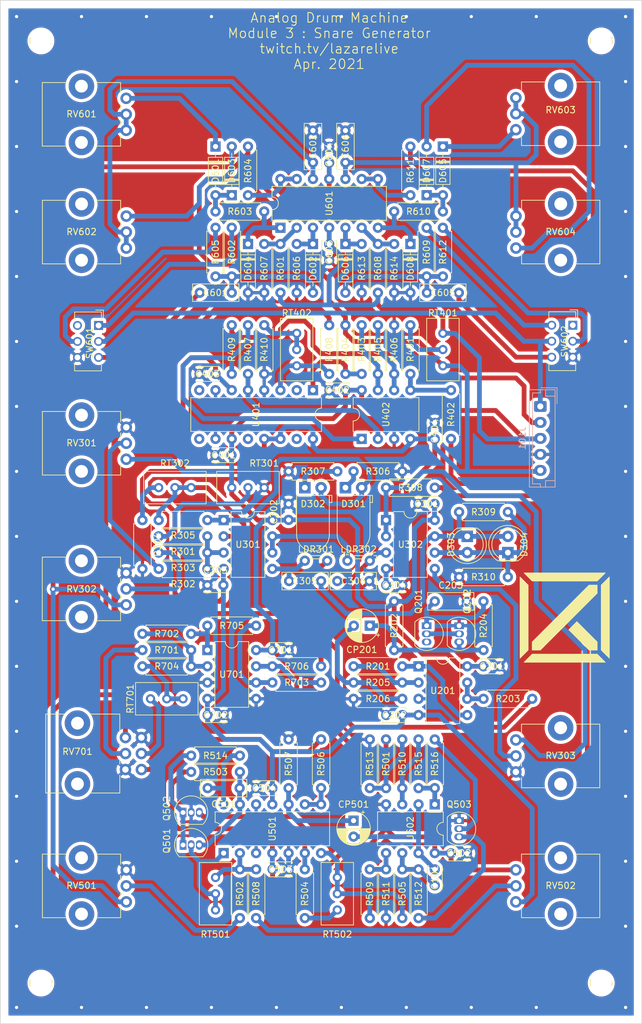
<source format=kicad_pcb>
(kicad_pcb (version 20171130) (host pcbnew "(5.1.5)-3")
  (layers (0 F.Cu signal) (31 B.Cu signal) (34 B.Paste user) (35 F.Paste user) (36 B.SilkS user) (37 F.SilkS user) (38 B.Mask user) (39 F.Mask user) (44 Edge.Cuts user))
  (net 0 "")
  (net 1 /VCO/CONDO_2)
  (net 2 /VCO/CONDO_1)
  (net 3 GNDA)
  (net 4 +12V)
  (net 5 -12V)
  (net 6 "Net-(C203-Pad1)")
  (net 7 "Net-(C305-Pad2)")
  (net 8 "Net-(C305-Pad1)")
  (net 9 "Net-(C306-Pad1)")
  (net 10 "Net-(C501-Pad2)")
  (net 11 "Net-(C601-Pad2)")
  (net 12 "Net-(C601-Pad1)")
  (net 13 "Net-(C602-Pad1)")
  (net 14 "Net-(C605-Pad2)")
  (net 15 "Net-(C605-Pad1)")
  (net 16 "Net-(C606-Pad1)")
  (net 17 "Net-(CP201-Pad2)")
  (net 18 "Net-(CP201-Pad1)")
  (net 19 "Net-(CP501-Pad1)")
  (net 20 "Net-(D301-Pad2)")
  (net 21 "Net-(D301-Pad1)")
  (net 22 "Net-(D302-Pad1)")
  (net 23 "Net-(D303-Pad2)")
  (net 24 "Net-(D601-Pad2)")
  (net 25 "Net-(D601-Pad1)")
  (net 26 "Net-(D602-Pad1)")
  (net 27 "Net-(D603-Pad2)")
  (net 28 "Net-(D604-Pad1)")
  (net 29 "Net-(D605-Pad2)")
  (net 30 "Net-(D605-Pad1)")
  (net 31 "Net-(D606-Pad1)")
  (net 32 "Net-(D607-Pad2)")
  (net 33 "Net-(D608-Pad1)")
  (net 34 /VCA/VCA_OUT)
  (net 35 /EG/TRIGGER_IN)
  (net 36 /Noise/NOISE_OUT)
  (net 37 "Net-(Q201-Pad2)")
  (net 38 "Net-(Q501-Pad1)")
  (net 39 "Net-(Q501-Pad2)")
  (net 40 "Net-(Q502-Pad3)")
  (net 41 "Net-(Q503-Pad3)")
  (net 42 "Net-(Q503-Pad2)")
  (net 43 "Net-(R201-Pad2)")
  (net 44 "Net-(R201-Pad1)")
  (net 45 "Net-(R203-Pad2)")
  (net 46 "Net-(R301-Pad2)")
  (net 47 "Net-(R301-Pad1)")
  (net 48 "Net-(R302-Pad2)")
  (net 49 "Net-(R303-Pad2)")
  (net 50 "Net-(R304-Pad1)")
  (net 51 "Net-(R305-Pad2)")
  (net 52 "Net-(R308-Pad2)")
  (net 53 /XFD/SIGNAL_A)
  (net 54 "Net-(R401-Pad2)")
  (net 55 "Net-(R401-Pad1)")
  (net 56 /EG/EGB_OUT)
  (net 57 "Net-(R403-Pad2)")
  (net 58 "Net-(R403-Pad1)")
  (net 59 "Net-(R405-Pad2)")
  (net 60 "Net-(R407-Pad2)")
  (net 61 "Net-(R407-Pad1)")
  (net 62 /XFD/OUTPUT)
  (net 63 "Net-(R408-Pad1)")
  (net 64 "Net-(R410-Pad1)")
  (net 65 "Net-(R501-Pad2)")
  (net 66 "Net-(R502-Pad2)")
  (net 67 "Net-(R502-Pad1)")
  (net 68 "Net-(R504-Pad1)")
  (net 69 "Net-(R505-Pad2)")
  (net 70 "Net-(R506-Pad2)")
  (net 71 /XFD/SIGNAL_B)
  (net 72 "Net-(R508-Pad2)")
  (net 73 "Net-(R509-Pad1)")
  (net 74 "Net-(R510-Pad1)")
  (net 75 /VCO/SQUARE_OUT)
  (net 76 "Net-(R601-Pad2)")
  (net 77 "Net-(R602-Pad2)")
  (net 78 /EG/EGA_OUT)
  (net 79 "Net-(R604-Pad1)")
  (net 80 "Net-(R605-Pad2)")
  (net 81 "Net-(R608-Pad2)")
  (net 82 "Net-(R609-Pad2)")
  (net 83 "Net-(R611-Pad1)")
  (net 84 "Net-(R612-Pad2)")
  (net 85 "Net-(R701-Pad2)")
  (net 86 "Net-(R701-Pad1)")
  (net 87 "Net-(R702-Pad1)")
  (net 88 "Net-(R703-Pad2)")
  (net 89 "Net-(R703-Pad1)")
  (net 90 "Net-(R704-Pad2)")
  (net 91 "Net-(RT701-Pad1)")
  (net 92 "Net-(RV303-Pad2)")
  (net 93 "Net-(C501-Pad1)")
  (net 94 "Net-(LDR302-Pad1)")
  (module Lazare_Aesthetics:Lazare_Logo (layer F.Cu) (at 132.715 120.65)
    (fp_text reference REF** hide)
    (fp_text value Lazare_Logo)
  )
  (module Connector_JST:JST_EH_B5B-EH-A_1x05_P2.50mm_Vertical (layer B.Cu) (at 128.905 87.63 270)
    (fp_text reference J101 (at 5 2.8 90) (layer B.SilkS) (effects (justify mirror)))
    (fp_text value Conn_01x05_Male)
    (pad 5 thru_hole oval (at 10 0 270) (size 1.7 1.95) (drill 0.95) (layers *.Cu *.Mask) (net 5 -12V))
    (pad 4 thru_hole oval (at 7.5 0 270) (size 1.7 1.95) (drill 0.95) (layers *.Cu *.Mask) (net 3 GNDA))
    (pad 3 thru_hole oval (at 5 0 270) (size 1.7 1.95) (drill 0.95) (layers *.Cu *.Mask) (net 4 +12V))
    (pad 2 thru_hole oval (at 2.5 0 270) (size 1.7 1.95) (drill 0.95) (layers *.Cu *.Mask) (net 34 /VCA/VCA_OUT))
    (pad 1 thru_hole roundrect (at 0 0 270) (size 1.7 1.95) (drill 0.95) (layers *.Cu *.Mask) (roundrect_rratio 0.147059) (net 35 /EG/TRIGGER_IN))
  )
  (module Potentiometer_THT:Potentiometer_Bourns_PTV09A-1_Single_Vertical (layer F.Cu) (at 125.08 144.785)
    (fp_text reference RV303 (at 7 -2.545) (layer F.SilkS))
    (fp_text value 100k)
    (pad "" np_thru_hole circle (at 7 1.9) (size 4 4) (drill 2) (layers *.Cu *.Mask))
    (pad "" np_thru_hole circle (at 7 -6.9) (size 4 4) (drill 2) (layers *.Cu *.Mask))
    (pad 1 thru_hole circle (at 0 0) (size 1.8 1.8) (drill 1) (layers *.Cu *.Mask) (net 3 GNDA))
    (pad 2 thru_hole circle (at 0 -2.5) (size 1.8 1.8) (drill 1) (layers *.Cu *.Mask) (net 92 "Net-(RV303-Pad2)"))
    (pad 3 thru_hole circle (at 0 -5) (size 1.8 1.8) (drill 1) (layers *.Cu *.Mask) (net 52 "Net-(R308-Pad2)"))
  )
  (module Potentiometer_THT:Potentiometer_Alps_RK09L_Double_Vertical (layer F.Cu) (at 64.015 139.41 180)
    (fp_text reference RV701 (at 7.5 -2.195) (layer F.SilkS))
    (fp_text value 100k)
    (pad "" np_thru_hole circle (at 7.5 2.25 180) (size 4 4) (drill 2) (layers *.Cu *.Mask))
    (pad "" np_thru_hole circle (at 7.5 -7.25 180) (size 4 4) (drill 2) (layers *.Cu *.Mask))
    (pad 4 thru_hole circle (at -2.5 0 180) (size 1.8 1.8) (drill 1) (layers *.Cu *.Mask) (net 3 GNDA))
    (pad 5 thru_hole circle (at -2.5 -2.5 180) (size 1.8 1.8) (drill 1) (layers *.Cu *.Mask) (net 91 "Net-(RT701-Pad1)"))
    (pad 6 thru_hole circle (at -2.5 -5 180) (size 1.8 1.8) (drill 1) (layers *.Cu *.Mask) (net 71 /XFD/SIGNAL_B))
    (pad 1 thru_hole circle (at 0 0 180) (size 1.8 1.8) (drill 1) (layers *.Cu *.Mask) (net 53 /XFD/SIGNAL_A))
    (pad 2 thru_hole circle (at 0 -2.5 180) (size 1.8 1.8) (drill 1) (layers *.Cu *.Mask) (net 85 "Net-(R701-Pad2)"))
    (pad 3 thru_hole circle (at 0 -5 180) (size 1.8 1.8) (drill 1) (layers *.Cu *.Mask) (net 3 GNDA))
  )
  (module Potentiometer_THT:Potentiometer_Bourns_PTV09A-1_Single_Vertical (layer F.Cu) (at 125.095 62.865)
    (fp_text reference RV604 (at 6.985 -2.54) (layer F.SilkS))
    (fp_text value 1M)
    (pad "" np_thru_hole circle (at 7 1.9) (size 4 4) (drill 2) (layers *.Cu *.Mask))
    (pad "" np_thru_hole circle (at 7 -6.9) (size 4 4) (drill 2) (layers *.Cu *.Mask))
    (pad 1 thru_hole circle (at 0 0) (size 1.8 1.8) (drill 1) (layers *.Cu *.Mask) (net 32 "Net-(D607-Pad2)"))
    (pad 2 thru_hole circle (at 0 -2.5) (size 1.8 1.8) (drill 1) (layers *.Cu *.Mask) (net 16 "Net-(C606-Pad1)"))
    (pad 3 thru_hole circle (at 0 -5) (size 1.8 1.8) (drill 1) (layers *.Cu *.Mask) (net 16 "Net-(C606-Pad1)"))
  )
  (module Potentiometer_THT:Potentiometer_Bourns_PTV09A-1_Single_Vertical (layer F.Cu) (at 125.08 44.365)
    (fp_text reference RV603 (at 7 -3.09) (layer F.SilkS))
    (fp_text value 1M)
    (pad "" np_thru_hole circle (at 7 1.9) (size 4 4) (drill 2) (layers *.Cu *.Mask))
    (pad "" np_thru_hole circle (at 7 -6.9) (size 4 4) (drill 2) (layers *.Cu *.Mask))
    (pad 1 thru_hole circle (at 0 0) (size 1.8 1.8) (drill 1) (layers *.Cu *.Mask) (net 30 "Net-(D605-Pad1)"))
    (pad 2 thru_hole circle (at 0 -2.5) (size 1.8 1.8) (drill 1) (layers *.Cu *.Mask) (net 16 "Net-(C606-Pad1)"))
    (pad 3 thru_hole circle (at 0 -5) (size 1.8 1.8) (drill 1) (layers *.Cu *.Mask) (net 16 "Net-(C606-Pad1)"))
  )
  (module Potentiometer_THT:Potentiometer_Bourns_PTV09A-1_Single_Vertical (layer F.Cu) (at 64.15 57.87 180)
    (fp_text reference RV602 (at 7 -2.455) (layer F.SilkS))
    (fp_text value 1M)
    (pad "" np_thru_hole circle (at 7 1.9 180) (size 4 4) (drill 2) (layers *.Cu *.Mask))
    (pad "" np_thru_hole circle (at 7 -6.9 180) (size 4 4) (drill 2) (layers *.Cu *.Mask))
    (pad 1 thru_hole circle (at 0 0 180) (size 1.8 1.8) (drill 1) (layers *.Cu *.Mask) (net 27 "Net-(D603-Pad2)"))
    (pad 2 thru_hole circle (at 0 -2.5 180) (size 1.8 1.8) (drill 1) (layers *.Cu *.Mask) (net 13 "Net-(C602-Pad1)"))
    (pad 3 thru_hole circle (at 0 -5 180) (size 1.8 1.8) (drill 1) (layers *.Cu *.Mask) (net 13 "Net-(C602-Pad1)"))
  )
  (module Potentiometer_THT:Potentiometer_Bourns_PTV09A-1_Single_Vertical (layer F.Cu) (at 64.135 39.455 180)
    (fp_text reference RV601 (at 6.985 -2.455) (layer F.SilkS))
    (fp_text value 1M)
    (pad "" np_thru_hole circle (at 7 1.9 180) (size 4 4) (drill 2) (layers *.Cu *.Mask))
    (pad "" np_thru_hole circle (at 7 -6.9 180) (size 4 4) (drill 2) (layers *.Cu *.Mask))
    (pad 1 thru_hole circle (at 0 0 180) (size 1.8 1.8) (drill 1) (layers *.Cu *.Mask) (net 25 "Net-(D601-Pad1)"))
    (pad 2 thru_hole circle (at 0 -2.5 180) (size 1.8 1.8) (drill 1) (layers *.Cu *.Mask) (net 13 "Net-(C602-Pad1)"))
    (pad 3 thru_hole circle (at 0 -5 180) (size 1.8 1.8) (drill 1) (layers *.Cu *.Mask) (net 13 "Net-(C602-Pad1)"))
  )
  (module Potentiometer_THT:Potentiometer_Bourns_PTV09A-1_Single_Vertical (layer F.Cu) (at 125.08 165.105)
    (fp_text reference RV502 (at 7 -2.545) (layer F.SilkS))
    (fp_text value 100k)
    (pad "" np_thru_hole circle (at 7 1.9) (size 4 4) (drill 2) (layers *.Cu *.Mask))
    (pad "" np_thru_hole circle (at 7 -6.9) (size 4 4) (drill 2) (layers *.Cu *.Mask))
    (pad 1 thru_hole circle (at 0 0) (size 1.8 1.8) (drill 1) (layers *.Cu *.Mask) (net 5 -12V))
    (pad 2 thru_hole circle (at 0 -2.5) (size 1.8 1.8) (drill 1) (layers *.Cu *.Mask) (net 72 "Net-(R508-Pad2)"))
    (pad 3 thru_hole circle (at 0 -5) (size 1.8 1.8) (drill 1) (layers *.Cu *.Mask) (net 4 +12V))
  )
  (module Potentiometer_THT:Potentiometer_Bourns_PTV09A-1_Single_Vertical (layer F.Cu) (at 64.15 160.105 180)
    (fp_text reference RV501 (at 7 -2.455) (layer F.SilkS))
    (fp_text value 100k)
    (pad "" np_thru_hole circle (at 7 1.9 180) (size 4 4) (drill 2) (layers *.Cu *.Mask))
    (pad "" np_thru_hole circle (at 7 -6.9 180) (size 4 4) (drill 2) (layers *.Cu *.Mask))
    (pad 1 thru_hole circle (at 0 0 180) (size 1.8 1.8) (drill 1) (layers *.Cu *.Mask) (net 3 GNDA))
    (pad 2 thru_hole circle (at 0 -2.5 180) (size 1.8 1.8) (drill 1) (layers *.Cu *.Mask) (net 66 "Net-(R502-Pad2)"))
    (pad 3 thru_hole circle (at 0 -5 180) (size 1.8 1.8) (drill 1) (layers *.Cu *.Mask) (net 78 /EG/EGA_OUT))
  )
  (module Potentiometer_THT:Potentiometer_Bourns_PTV09A-1_Single_Vertical (layer F.Cu) (at 64.135 113.665 180)
    (fp_text reference RV302 (at 6.985 -2.54) (layer F.SilkS))
    (fp_text value 100k)
    (pad "" np_thru_hole circle (at 7 1.9 180) (size 4 4) (drill 2) (layers *.Cu *.Mask))
    (pad "" np_thru_hole circle (at 7 -6.9 180) (size 4 4) (drill 2) (layers *.Cu *.Mask))
    (pad 1 thru_hole circle (at 0 0 180) (size 1.8 1.8) (drill 1) (layers *.Cu *.Mask) (net 3 GNDA))
    (pad 2 thru_hole circle (at 0 -2.5 180) (size 1.8 1.8) (drill 1) (layers *.Cu *.Mask) (net 49 "Net-(R303-Pad2)"))
    (pad 3 thru_hole circle (at 0 -5 180) (size 1.8 1.8) (drill 1) (layers *.Cu *.Mask) (net 78 /EG/EGA_OUT))
  )
  (module Potentiometer_THT:Potentiometer_Bourns_PTV09A-1_Single_Vertical (layer F.Cu) (at 64.15 90.89 180)
    (fp_text reference RV301 (at 7 -2.455) (layer F.SilkS))
    (fp_text value 100k)
    (pad "" np_thru_hole circle (at 7 1.9 180) (size 4 4) (drill 2) (layers *.Cu *.Mask))
    (pad "" np_thru_hole circle (at 7 -6.9 180) (size 4 4) (drill 2) (layers *.Cu *.Mask))
    (pad 1 thru_hole circle (at 0 0 180) (size 1.8 1.8) (drill 1) (layers *.Cu *.Mask) (net 3 GNDA))
    (pad 2 thru_hole circle (at 0 -2.5 180) (size 1.8 1.8) (drill 1) (layers *.Cu *.Mask) (net 48 "Net-(R302-Pad2)"))
    (pad 3 thru_hole circle (at 0 -5 180) (size 1.8 1.8) (drill 1) (layers *.Cu *.Mask) (net 4 +12V))
  )
  (module Capacitor_THT:C_Rect_L7.0mm_W2.5mm_P5.00mm (layer F.Cu) (at 98.425 49.49 90)
    (fp_text reference C606 (at 2.5 0 90) (layer F.SilkS))
    (fp_text value 1µ)
    (pad 2 thru_hole circle (at 5 0 90) (size 1.6 1.6) (drill 0.8) (layers *.Cu *.Mask) (net 3 GNDA))
    (pad 1 thru_hole circle (at 0 0 90) (size 1.6 1.6) (drill 0.8) (layers *.Cu *.Mask) (net 16 "Net-(C606-Pad1)"))
  )
  (module Capacitor_THT:C_Rect_L7.0mm_W2.5mm_P5.00mm (layer F.Cu) (at 111.165 69.85)
    (fp_text reference C605 (at 2.5 0) (layer F.SilkS))
    (fp_text value 100n)
    (pad 2 thru_hole circle (at 5 0) (size 1.6 1.6) (drill 0.8) (layers *.Cu *.Mask) (net 14 "Net-(C605-Pad2)"))
    (pad 1 thru_hole circle (at 0 0) (size 1.6 1.6) (drill 0.8) (layers *.Cu *.Mask) (net 15 "Net-(C605-Pad1)"))
  )
  (module Capacitor_THT:C_Rect_L7.0mm_W2.5mm_P5.00mm (layer F.Cu) (at 93.345 49.49 90)
    (fp_text reference C602 (at 2.5 0 90) (layer F.SilkS))
    (fp_text value 1µ)
    (pad 2 thru_hole circle (at 5 0 90) (size 1.6 1.6) (drill 0.8) (layers *.Cu *.Mask) (net 3 GNDA))
    (pad 1 thru_hole circle (at 0 0 90) (size 1.6 1.6) (drill 0.8) (layers *.Cu *.Mask) (net 13 "Net-(C602-Pad1)"))
  )
  (module Capacitor_THT:C_Rect_L7.0mm_W2.5mm_P5.00mm (layer F.Cu) (at 80.645 69.85 180)
    (fp_text reference C601 (at 2.54 0) (layer F.SilkS))
    (fp_text value 100n)
    (pad 2 thru_hole circle (at 5 0 180) (size 1.6 1.6) (drill 0.8) (layers *.Cu *.Mask) (net 11 "Net-(C601-Pad2)"))
    (pad 1 thru_hole circle (at 0 0 180) (size 1.6 1.6) (drill 0.8) (layers *.Cu *.Mask) (net 12 "Net-(C601-Pad1)"))
  )
  (module Capacitor_THT:C_Rect_L7.0mm_W2.5mm_P5.00mm (layer F.Cu) (at 81.875 147.32 180)
    (fp_text reference C501 (at 2.5 -2.5) (layer F.SilkS))
    (fp_text value 1n)
    (pad 2 thru_hole circle (at 5 0 180) (size 1.6 1.6) (drill 0.8) (layers *.Cu *.Mask) (net 10 "Net-(C501-Pad2)"))
    (pad 1 thru_hole circle (at 0 0 180) (size 1.6 1.6) (drill 0.8) (layers *.Cu *.Mask) (net 93 "Net-(C501-Pad1)"))
  )
  (module Capacitor_THT:C_Rect_L7.0mm_W2.5mm_P5.00mm (layer F.Cu) (at 97.155 114.935)
    (fp_text reference C306 (at 2.54 0) (layer F.SilkS))
    (fp_text value 33n)
    (pad 2 thru_hole circle (at 5 0) (size 1.6 1.6) (drill 0.8) (layers *.Cu *.Mask) (net 3 GNDA))
    (pad 1 thru_hole circle (at 0 0) (size 1.6 1.6) (drill 0.8) (layers *.Cu *.Mask) (net 9 "Net-(C306-Pad1)"))
  )
  (module Capacitor_THT:C_Rect_L7.0mm_W2.5mm_P5.00mm (layer F.Cu) (at 89.615 114.935)
    (fp_text reference C305 (at 2.46 0) (layer F.SilkS))
    (fp_text value 33n)
    (pad 2 thru_hole circle (at 5 0) (size 1.6 1.6) (drill 0.8) (layers *.Cu *.Mask) (net 7 "Net-(C305-Pad2)"))
    (pad 1 thru_hole circle (at 0 0) (size 1.6 1.6) (drill 0.8) (layers *.Cu *.Mask) (net 8 "Net-(C305-Pad1)"))
  )
  (module Capacitor_THT:C_Rect_L7.0mm_W2.5mm_P5.00mm (layer F.Cu) (at 112.395 118.11)
    (fp_text reference C203 (at 2.5 -2.5) (layer F.SilkS))
    (fp_text value 1µ)
    (pad 2 thru_hole circle (at 5 0) (size 1.6 1.6) (drill 0.8) (layers *.Cu *.Mask) (net 3 GNDA))
    (pad 1 thru_hole circle (at 0 0) (size 1.6 1.6) (drill 0.8) (layers *.Cu *.Mask) (net 6 "Net-(C203-Pad1)"))
  )
  (module MountingHole:MountingHole_3.2mm_M3 (layer F.Cu) (at 138.43 177.8)
    (fp_text reference H104 (at 0 0) (layer F.SilkS))
    (fp_text value MountingHole)
    (pad 1 np_thru_hole circle (at 0 0) (size 3.2 3.2) (drill 3.2) (layers *.Cu *.Mask))
  )
  (module MountingHole:MountingHole_3.2mm_M3 (layer F.Cu) (at 138.43 30.48)
    (fp_text reference H103 (at 0 0) (layer F.SilkS))
    (fp_text value MountingHole)
    (pad 1 np_thru_hole circle (at 0 0) (size 3.2 3.2) (drill 3.2) (layers *.Cu *.Mask))
  )
  (module MountingHole:MountingHole_3.2mm_M3 (layer F.Cu) (at 50.8 177.8)
    (fp_text reference H102 (at 0 0) (layer F.SilkS))
    (fp_text value MountingHole)
    (pad 1 np_thru_hole circle (at 0 0) (size 3.2 3.2) (drill 3.2) (layers *.Cu *.Mask))
  )
  (module MountingHole:MountingHole_3.2mm_M3 (layer F.Cu) (at 50.8 30.48)
    (fp_text reference H101 (at 0 0) (layer F.SilkS))
    (fp_text value MountingHole)
    (pad 1 np_thru_hole circle (at 0 0) (size 3.2 3.2) (drill 3.2) (layers *.Cu *.Mask))
  )
  (module Potentiometer_THT:Potentiometer_Bourns_3296W_Vertical (layer F.Cu) (at 69.215 100.33 180)
    (fp_text reference RT302 (at -2.54 3.81) (layer F.SilkS))
    (fp_text value 100k)
    (pad 3 thru_hole circle (at -5.08 0 180) (size 1.44 1.44) (drill 0.8) (layers *.Cu *.Mask) (net 51 "Net-(R305-Pad2)"))
    (pad 2 thru_hole circle (at -2.54 0 180) (size 1.44 1.44) (drill 0.8) (layers *.Cu *.Mask) (net 51 "Net-(R305-Pad2)"))
    (pad 1 thru_hole circle (at 0 0 180) (size 1.44 1.44) (drill 0.8) (layers *.Cu *.Mask) (net 50 "Net-(R304-Pad1)"))
  )
  (module Package_DIP:DIP-8_W7.62mm (layer F.Cu) (at 104.775 105.41)
    (fp_text reference U302 (at 3.81 3.81) (layer F.SilkS))
    (fp_text value NE5532)
    (pad 8 thru_hole oval (at 7.62 0) (size 1.6 1.6) (drill 0.8) (layers *.Cu *.Mask) (net 4 +12V))
    (pad 4 thru_hole oval (at 0 7.62) (size 1.6 1.6) (drill 0.8) (layers *.Cu *.Mask) (net 5 -12V))
    (pad 7 thru_hole oval (at 7.62 2.54) (size 1.6 1.6) (drill 0.8) (layers *.Cu *.Mask) (net 7 "Net-(C305-Pad2)"))
    (pad 3 thru_hole oval (at 0 5.08) (size 1.6 1.6) (drill 0.8) (layers *.Cu *.Mask) (net 9 "Net-(C306-Pad1)"))
    (pad 6 thru_hole oval (at 7.62 5.08) (size 1.6 1.6) (drill 0.8) (layers *.Cu *.Mask) (net 23 "Net-(D303-Pad2)"))
    (pad 2 thru_hole oval (at 0 2.54) (size 1.6 1.6) (drill 0.8) (layers *.Cu *.Mask) (net 52 "Net-(R308-Pad2)"))
    (pad 5 thru_hole oval (at 7.62 7.62) (size 1.6 1.6) (drill 0.8) (layers *.Cu *.Mask) (net 92 "Net-(RV303-Pad2)"))
    (pad 1 thru_hole rect (at 0 0) (size 1.6 1.6) (drill 0.8) (layers *.Cu *.Mask) (net 52 "Net-(R308-Pad2)"))
  )
  (module Package_DIP:DIP-8_W7.62mm (layer F.Cu) (at 76.835 125.73)
    (fp_text reference U701 (at 3.81 3.81) (layer F.SilkS))
    (fp_text value NE5532)
    (pad 8 thru_hole oval (at 7.62 0) (size 1.6 1.6) (drill 0.8) (layers *.Cu *.Mask) (net 4 +12V))
    (pad 4 thru_hole oval (at 0 7.62) (size 1.6 1.6) (drill 0.8) (layers *.Cu *.Mask) (net 5 -12V))
    (pad 7 thru_hole oval (at 7.62 2.54) (size 1.6 1.6) (drill 0.8) (layers *.Cu *.Mask) (net 89 "Net-(R703-Pad1)"))
    (pad 3 thru_hole oval (at 0 5.08) (size 1.6 1.6) (drill 0.8) (layers *.Cu *.Mask) (net 3 GNDA))
    (pad 6 thru_hole oval (at 7.62 5.08) (size 1.6 1.6) (drill 0.8) (layers *.Cu *.Mask) (net 88 "Net-(R703-Pad2)"))
    (pad 2 thru_hole oval (at 0 2.54) (size 1.6 1.6) (drill 0.8) (layers *.Cu *.Mask) (net 86 "Net-(R701-Pad1)"))
    (pad 5 thru_hole oval (at 7.62 7.62) (size 1.6 1.6) (drill 0.8) (layers *.Cu *.Mask) (net 3 GNDA))
    (pad 1 thru_hole rect (at 0 0) (size 1.6 1.6) (drill 0.8) (layers *.Cu *.Mask) (net 87 "Net-(R702-Pad1)"))
  )
  (module Package_DIP:DIP-14_W7.62mm (layer F.Cu) (at 88.265 59.69 90)
    (fp_text reference U601 (at 3.81 7.62 90) (layer F.SilkS))
    (fp_text value TL074)
    (pad 14 thru_hole oval (at 7.62 0 90) (size 1.6 1.6) (drill 0.8) (layers *.Cu *.Mask) (net 79 "Net-(R604-Pad1)"))
    (pad 7 thru_hole oval (at 0 15.24 90) (size 1.6 1.6) (drill 0.8) (layers *.Cu *.Mask) (net 33 "Net-(D608-Pad1)"))
    (pad 13 thru_hole oval (at 7.62 2.54 90) (size 1.6 1.6) (drill 0.8) (layers *.Cu *.Mask) (net 79 "Net-(R604-Pad1)"))
    (pad 6 thru_hole oval (at 0 12.7 90) (size 1.6 1.6) (drill 0.8) (layers *.Cu *.Mask) (net 81 "Net-(R608-Pad2)"))
    (pad 12 thru_hole oval (at 7.62 5.08 90) (size 1.6 1.6) (drill 0.8) (layers *.Cu *.Mask) (net 13 "Net-(C602-Pad1)"))
    (pad 5 thru_hole oval (at 0 10.16 90) (size 1.6 1.6) (drill 0.8) (layers *.Cu *.Mask) (net 31 "Net-(D606-Pad1)"))
    (pad 11 thru_hole oval (at 7.62 7.62 90) (size 1.6 1.6) (drill 0.8) (layers *.Cu *.Mask) (net 5 -12V))
    (pad 4 thru_hole oval (at 0 7.62 90) (size 1.6 1.6) (drill 0.8) (layers *.Cu *.Mask) (net 4 +12V))
    (pad 10 thru_hole oval (at 7.62 10.16 90) (size 1.6 1.6) (drill 0.8) (layers *.Cu *.Mask) (net 16 "Net-(C606-Pad1)"))
    (pad 3 thru_hole oval (at 0 5.08 90) (size 1.6 1.6) (drill 0.8) (layers *.Cu *.Mask) (net 26 "Net-(D602-Pad1)"))
    (pad 9 thru_hole oval (at 7.62 12.7 90) (size 1.6 1.6) (drill 0.8) (layers *.Cu *.Mask) (net 83 "Net-(R611-Pad1)"))
    (pad 2 thru_hole oval (at 0 2.54 90) (size 1.6 1.6) (drill 0.8) (layers *.Cu *.Mask) (net 76 "Net-(R601-Pad2)"))
    (pad 8 thru_hole oval (at 7.62 15.24 90) (size 1.6 1.6) (drill 0.8) (layers *.Cu *.Mask) (net 83 "Net-(R611-Pad1)"))
    (pad 1 thru_hole rect (at 0 0 90) (size 1.6 1.6) (drill 0.8) (layers *.Cu *.Mask) (net 28 "Net-(D604-Pad1)"))
  )
  (module Package_DIP:DIP-8_W7.62mm (layer F.Cu) (at 112.395 149.86 270)
    (fp_text reference U502 (at 3.81 3.81 90) (layer F.SilkS))
    (fp_text value LM358)
    (pad 8 thru_hole oval (at 7.62 0 270) (size 1.6 1.6) (drill 0.8) (layers *.Cu *.Mask) (net 4 +12V))
    (pad 4 thru_hole oval (at 0 7.62 270) (size 1.6 1.6) (drill 0.8) (layers *.Cu *.Mask) (net 3 GNDA))
    (pad 7 thru_hole oval (at 7.62 2.54 270) (size 1.6 1.6) (drill 0.8) (layers *.Cu *.Mask) (net 1 /VCO/CONDO_2))
    (pad 3 thru_hole oval (at 0 5.08 270) (size 1.6 1.6) (drill 0.8) (layers *.Cu *.Mask) (net 74 "Net-(R510-Pad1)"))
    (pad 6 thru_hole oval (at 7.62 5.08 270) (size 1.6 1.6) (drill 0.8) (layers *.Cu *.Mask) (net 2 /VCO/CONDO_1))
    (pad 2 thru_hole oval (at 0 2.54 270) (size 1.6 1.6) (drill 0.8) (layers *.Cu *.Mask) (net 1 /VCO/CONDO_2))
    (pad 5 thru_hole oval (at 7.62 7.62 270) (size 1.6 1.6) (drill 0.8) (layers *.Cu *.Mask) (net 73 "Net-(R509-Pad1)"))
    (pad 1 thru_hole rect (at 0 0 270) (size 1.6 1.6) (drill 0.8) (layers *.Cu *.Mask) (net 75 /VCO/SQUARE_OUT))
  )
  (module Package_DIP:DIP-14_W7.62mm (layer F.Cu) (at 79.375 157.48 90)
    (fp_text reference U501 (at 3.81 7.62 90) (layer F.SilkS))
    (fp_text value TL074)
    (pad 14 thru_hole oval (at 7.62 0 90) (size 1.6 1.6) (drill 0.8) (layers *.Cu *.Mask) (net 10 "Net-(C501-Pad2)"))
    (pad 7 thru_hole oval (at 0 15.24 90) (size 1.6 1.6) (drill 0.8) (layers *.Cu *.Mask) (net 69 "Net-(R505-Pad2)"))
    (pad 13 thru_hole oval (at 7.62 2.54 90) (size 1.6 1.6) (drill 0.8) (layers *.Cu *.Mask) (net 93 "Net-(C501-Pad1)"))
    (pad 6 thru_hole oval (at 0 12.7 90) (size 1.6 1.6) (drill 0.8) (layers *.Cu *.Mask) (net 40 "Net-(Q502-Pad3)"))
    (pad 12 thru_hole oval (at 7.62 5.08 90) (size 1.6 1.6) (drill 0.8) (layers *.Cu *.Mask) (net 3 GNDA))
    (pad 5 thru_hole oval (at 0 10.16 90) (size 1.6 1.6) (drill 0.8) (layers *.Cu *.Mask) (net 3 GNDA))
    (pad 11 thru_hole oval (at 7.62 7.62 90) (size 1.6 1.6) (drill 0.8) (layers *.Cu *.Mask) (net 5 -12V))
    (pad 4 thru_hole oval (at 0 7.62 90) (size 1.6 1.6) (drill 0.8) (layers *.Cu *.Mask) (net 4 +12V))
    (pad 10 thru_hole oval (at 7.62 10.16 90) (size 1.6 1.6) (drill 0.8) (layers *.Cu *.Mask) (net 19 "Net-(CP501-Pad1)"))
    (pad 3 thru_hole oval (at 0 5.08 90) (size 1.6 1.6) (drill 0.8) (layers *.Cu *.Mask) (net 3 GNDA))
    (pad 9 thru_hole oval (at 7.62 12.7 90) (size 1.6 1.6) (drill 0.8) (layers *.Cu *.Mask) (net 70 "Net-(R506-Pad2)"))
    (pad 2 thru_hole oval (at 0 2.54 90) (size 1.6 1.6) (drill 0.8) (layers *.Cu *.Mask) (net 67 "Net-(R502-Pad1)"))
    (pad 8 thru_hole oval (at 7.62 15.24 90) (size 1.6 1.6) (drill 0.8) (layers *.Cu *.Mask) (net 70 "Net-(R506-Pad2)"))
    (pad 1 thru_hole rect (at 0 0 90) (size 1.6 1.6) (drill 0.8) (layers *.Cu *.Mask) (net 39 "Net-(Q501-Pad2)"))
  )
  (module Package_DIP:DIP-8_W7.62mm (layer F.Cu) (at 100.965 92.71 90)
    (fp_text reference U402 (at 3.81 3.81 90) (layer F.SilkS))
    (fp_text value NE5532)
    (pad 8 thru_hole oval (at 7.62 0 90) (size 1.6 1.6) (drill 0.8) (layers *.Cu *.Mask) (net 4 +12V))
    (pad 4 thru_hole oval (at 0 7.62 90) (size 1.6 1.6) (drill 0.8) (layers *.Cu *.Mask) (net 5 -12V))
    (pad 7 thru_hole oval (at 7.62 2.54 90) (size 1.6 1.6) (drill 0.8) (layers *.Cu *.Mask) (net 57 "Net-(R403-Pad2)"))
    (pad 3 thru_hole oval (at 0 5.08 90) (size 1.6 1.6) (drill 0.8) (layers *.Cu *.Mask) (net 3 GNDA))
    (pad 6 thru_hole oval (at 7.62 5.08 90) (size 1.6 1.6) (drill 0.8) (layers *.Cu *.Mask) (net 59 "Net-(R405-Pad2)"))
    (pad 2 thru_hole oval (at 0 2.54 90) (size 1.6 1.6) (drill 0.8) (layers *.Cu *.Mask) (net 60 "Net-(R407-Pad2)"))
    (pad 5 thru_hole oval (at 7.62 7.62 90) (size 1.6 1.6) (drill 0.8) (layers *.Cu *.Mask) (net 55 "Net-(R401-Pad1)"))
    (pad 1 thru_hole rect (at 0 0 90) (size 1.6 1.6) (drill 0.8) (layers *.Cu *.Mask) (net 61 "Net-(R407-Pad1)"))
  )
  (module Package_DIP:DIP-16_W7.62mm (layer F.Cu) (at 93.345 85.09 270)
    (fp_text reference U401 (at 3.81 8.89 90) (layer F.SilkS))
    (fp_text value LM13700)
    (pad 16 thru_hole oval (at 7.62 0 270) (size 1.6 1.6) (drill 0.8) (layers *.Cu *.Mask) (net 5 -12V))
    (pad 8 thru_hole oval (at 0 17.78 270) (size 1.6 1.6) (drill 0.8) (layers *.Cu *.Mask))
    (pad 15 thru_hole oval (at 7.62 2.54 270) (size 1.6 1.6) (drill 0.8) (layers *.Cu *.Mask))
    (pad 7 thru_hole oval (at 0 15.24 270) (size 1.6 1.6) (drill 0.8) (layers *.Cu *.Mask) (net 3 GNDA))
    (pad 14 thru_hole oval (at 7.62 5.08 270) (size 1.6 1.6) (drill 0.8) (layers *.Cu *.Mask) (net 5 -12V))
    (pad 6 thru_hole oval (at 0 12.7 270) (size 1.6 1.6) (drill 0.8) (layers *.Cu *.Mask) (net 5 -12V))
    (pad 13 thru_hole oval (at 7.62 7.62 270) (size 1.6 1.6) (drill 0.8) (layers *.Cu *.Mask) (net 5 -12V))
    (pad 5 thru_hole oval (at 0 10.16 270) (size 1.6 1.6) (drill 0.8) (layers *.Cu *.Mask) (net 60 "Net-(R407-Pad2)"))
    (pad 12 thru_hole oval (at 7.62 10.16 270) (size 1.6 1.6) (drill 0.8) (layers *.Cu *.Mask))
    (pad 4 thru_hole oval (at 0 7.62 270) (size 1.6 1.6) (drill 0.8) (layers *.Cu *.Mask) (net 3 GNDA))
    (pad 11 thru_hole oval (at 7.62 12.7 270) (size 1.6 1.6) (drill 0.8) (layers *.Cu *.Mask) (net 4 +12V))
    (pad 3 thru_hole oval (at 0 5.08 270) (size 1.6 1.6) (drill 0.8) (layers *.Cu *.Mask) (net 63 "Net-(R408-Pad1)"))
    (pad 10 thru_hole oval (at 7.62 15.24 270) (size 1.6 1.6) (drill 0.8) (layers *.Cu *.Mask) (net 3 GNDA))
    (pad 2 thru_hole oval (at 0 2.54 270) (size 1.6 1.6) (drill 0.8) (layers *.Cu *.Mask))
    (pad 9 thru_hole oval (at 7.62 17.78 270) (size 1.6 1.6) (drill 0.8) (layers *.Cu *.Mask))
    (pad 1 thru_hole rect (at 0 0 270) (size 1.6 1.6) (drill 0.8) (layers *.Cu *.Mask) (net 58 "Net-(R403-Pad1)"))
  )
  (module Package_DIP:DIP-8_W7.62mm (layer F.Cu) (at 79.375 105.41)
    (fp_text reference U301 (at 3.81 3.81) (layer F.SilkS))
    (fp_text value NE5532)
    (pad 8 thru_hole oval (at 7.62 0) (size 1.6 1.6) (drill 0.8) (layers *.Cu *.Mask) (net 4 +12V))
    (pad 4 thru_hole oval (at 0 7.62) (size 1.6 1.6) (drill 0.8) (layers *.Cu *.Mask) (net 5 -12V))
    (pad 7 thru_hole oval (at 7.62 2.54) (size 1.6 1.6) (drill 0.8) (layers *.Cu *.Mask) (net 94 "Net-(LDR302-Pad1)"))
    (pad 3 thru_hole oval (at 0 5.08) (size 1.6 1.6) (drill 0.8) (layers *.Cu *.Mask) (net 47 "Net-(R301-Pad1)"))
    (pad 6 thru_hole oval (at 7.62 5.08) (size 1.6 1.6) (drill 0.8) (layers *.Cu *.Mask) (net 94 "Net-(LDR302-Pad1)"))
    (pad 2 thru_hole oval (at 0 2.54) (size 1.6 1.6) (drill 0.8) (layers *.Cu *.Mask) (net 51 "Net-(R305-Pad2)"))
    (pad 5 thru_hole oval (at 7.62 7.62) (size 1.6 1.6) (drill 0.8) (layers *.Cu *.Mask) (net 8 "Net-(C305-Pad1)"))
    (pad 1 thru_hole rect (at 0 0) (size 1.6 1.6) (drill 0.8) (layers *.Cu *.Mask) (net 20 "Net-(D301-Pad2)"))
  )
  (module Package_DIP:DIP-8_W7.62mm (layer F.Cu) (at 109.855 128.27)
    (fp_text reference U201 (at 3.81 3.81) (layer F.SilkS))
    (fp_text value NE5532)
    (pad 8 thru_hole oval (at 7.62 0) (size 1.6 1.6) (drill 0.8) (layers *.Cu *.Mask) (net 4 +12V))
    (pad 4 thru_hole oval (at 0 7.62) (size 1.6 1.6) (drill 0.8) (layers *.Cu *.Mask) (net 5 -12V))
    (pad 7 thru_hole oval (at 7.62 2.54) (size 1.6 1.6) (drill 0.8) (layers *.Cu *.Mask) (net 45 "Net-(R203-Pad2)"))
    (pad 3 thru_hole oval (at 0 5.08) (size 1.6 1.6) (drill 0.8) (layers *.Cu *.Mask) (net 3 GNDA))
    (pad 6 thru_hole oval (at 7.62 5.08) (size 1.6 1.6) (drill 0.8) (layers *.Cu *.Mask) (net 45 "Net-(R203-Pad2)"))
    (pad 2 thru_hole oval (at 0 2.54) (size 1.6 1.6) (drill 0.8) (layers *.Cu *.Mask) (net 43 "Net-(R201-Pad2)"))
    (pad 5 thru_hole oval (at 7.62 7.62) (size 1.6 1.6) (drill 0.8) (layers *.Cu *.Mask) (net 44 "Net-(R201-Pad1)"))
    (pad 1 thru_hole rect (at 0 0) (size 1.6 1.6) (drill 0.8) (layers *.Cu *.Mask) (net 44 "Net-(R201-Pad1)"))
  )
  (module Button_Switch_THT:SW_CuK_JS202011CQN_DPDT_Straight (layer F.Cu) (at 133.985 74.93 270)
    (fp_text reference SW602 (at 2.54 1.27 90) (layer F.SilkS))
    (fp_text value SW_DPDT_x2)
    (pad 6 thru_hole circle (at 5 3.3 270) (size 1.4 1.4) (drill 0.9) (layers *.Cu *.Mask) (net 14 "Net-(C605-Pad2)"))
    (pad 5 thru_hole circle (at 2.5 3.3 270) (size 1.4 1.4) (drill 0.9) (layers *.Cu *.Mask) (net 35 /EG/TRIGGER_IN))
    (pad 4 thru_hole circle (at 0 3.3 270) (size 1.4 1.4) (drill 0.9) (layers *.Cu *.Mask) (net 82 "Net-(R609-Pad2)"))
    (pad 3 thru_hole circle (at 5 0 270) (size 1.4 1.4) (drill 0.9) (layers *.Cu *.Mask) (net 3 GNDA))
    (pad 2 thru_hole circle (at 2.5 0 270) (size 1.4 1.4) (drill 0.9) (layers *.Cu *.Mask) (net 84 "Net-(R612-Pad2)"))
    (pad 1 thru_hole rect (at 0 0 270) (size 1.4 1.4) (drill 0.9) (layers *.Cu *.Mask))
  )
  (module Button_Switch_THT:SW_CuK_JS202011CQN_DPDT_Straight (layer F.Cu) (at 59.815 74.97 270)
    (fp_text reference SW601 (at 2.75 1.395 90) (layer F.SilkS))
    (fp_text value SW_DPDT_x2)
    (pad 6 thru_hole circle (at 5 3.3 270) (size 1.4 1.4) (drill 0.9) (layers *.Cu *.Mask) (net 3 GNDA))
    (pad 5 thru_hole circle (at 2.5 3.3 270) (size 1.4 1.4) (drill 0.9) (layers *.Cu *.Mask) (net 80 "Net-(R605-Pad2)"))
    (pad 4 thru_hole circle (at 0 3.3 270) (size 1.4 1.4) (drill 0.9) (layers *.Cu *.Mask))
    (pad 3 thru_hole circle (at 5 0 270) (size 1.4 1.4) (drill 0.9) (layers *.Cu *.Mask) (net 11 "Net-(C601-Pad2)"))
    (pad 2 thru_hole circle (at 2.5 0 270) (size 1.4 1.4) (drill 0.9) (layers *.Cu *.Mask) (net 35 /EG/TRIGGER_IN))
    (pad 1 thru_hole rect (at 0 0 270) (size 1.4 1.4) (drill 0.9) (layers *.Cu *.Mask) (net 77 "Net-(R602-Pad2)"))
  )
  (module Potentiometer_THT:Potentiometer_Bourns_3296W_Vertical (layer F.Cu) (at 67.945 133.35 180)
    (fp_text reference RT701 (at 3.175 0 90) (layer F.SilkS))
    (fp_text value 100k)
    (pad 3 thru_hole circle (at -5.08 0 180) (size 1.44 1.44) (drill 0.8) (layers *.Cu *.Mask) (net 90 "Net-(R704-Pad2)"))
    (pad 2 thru_hole circle (at -2.54 0 180) (size 1.44 1.44) (drill 0.8) (layers *.Cu *.Mask) (net 90 "Net-(R704-Pad2)"))
    (pad 1 thru_hole circle (at 0 0 180) (size 1.44 1.44) (drill 0.8) (layers *.Cu *.Mask) (net 91 "Net-(RT701-Pad1)"))
  )
  (module Potentiometer_THT:Potentiometer_Bourns_3296W_Vertical (layer F.Cu) (at 97.155 166.37 270)
    (fp_text reference RT502 (at 3.81 0 180) (layer F.SilkS))
    (fp_text value 10k)
    (pad 3 thru_hole circle (at -5.08 0 270) (size 1.44 1.44) (drill 0.8) (layers *.Cu *.Mask) (net 69 "Net-(R505-Pad2)"))
    (pad 2 thru_hole circle (at -2.54 0 270) (size 1.44 1.44) (drill 0.8) (layers *.Cu *.Mask) (net 69 "Net-(R505-Pad2)"))
    (pad 1 thru_hole circle (at 0 0 270) (size 1.44 1.44) (drill 0.8) (layers *.Cu *.Mask) (net 68 "Net-(R504-Pad1)"))
  )
  (module Potentiometer_THT:Potentiometer_Bourns_3296W_Vertical (layer F.Cu) (at 78.105 161.29 90)
    (fp_text reference RT501 (at -8.89 0 180) (layer F.SilkS))
    (fp_text value 10k)
    (pad 3 thru_hole circle (at -5.08 0 90) (size 1.44 1.44) (drill 0.8) (layers *.Cu *.Mask) (net 39 "Net-(Q501-Pad2)"))
    (pad 2 thru_hole circle (at -2.54 0 90) (size 1.44 1.44) (drill 0.8) (layers *.Cu *.Mask) (net 39 "Net-(Q501-Pad2)"))
    (pad 1 thru_hole circle (at 0 0 90) (size 1.44 1.44) (drill 0.8) (layers *.Cu *.Mask) (net 67 "Net-(R502-Pad1)"))
  )
  (module Potentiometer_THT:Potentiometer_Bourns_3296W_Vertical (layer F.Cu) (at 90.805 81.28 270)
    (fp_text reference RT402 (at -8.255 0 180) (layer F.SilkS))
    (fp_text value 2k)
    (pad 3 thru_hole circle (at -5.08 0 270) (size 1.44 1.44) (drill 0.8) (layers *.Cu *.Mask) (net 64 "Net-(R410-Pad1)"))
    (pad 2 thru_hole circle (at -2.54 0 270) (size 1.44 1.44) (drill 0.8) (layers *.Cu *.Mask) (net 64 "Net-(R410-Pad1)"))
    (pad 1 thru_hole circle (at 0 0 270) (size 1.44 1.44) (drill 0.8) (layers *.Cu *.Mask) (net 63 "Net-(R408-Pad1)"))
  )
  (module Potentiometer_THT:Potentiometer_Bourns_3296W_Vertical (layer F.Cu) (at 113.665 76.2 90)
    (fp_text reference RT401 (at 3.175 0 180) (layer F.SilkS))
    (fp_text value 100k)
    (pad 3 thru_hole circle (at -5.08 0 90) (size 1.44 1.44) (drill 0.8) (layers *.Cu *.Mask) (net 5 -12V))
    (pad 2 thru_hole circle (at -2.54 0 90) (size 1.44 1.44) (drill 0.8) (layers *.Cu *.Mask) (net 54 "Net-(R401-Pad2)"))
    (pad 1 thru_hole circle (at 0 0 90) (size 1.44 1.44) (drill 0.8) (layers *.Cu *.Mask) (net 4 +12V))
  )
  (module Potentiometer_THT:Potentiometer_Bourns_3296W_Vertical (layer F.Cu) (at 80.645 100.33 180)
    (fp_text reference RT301 (at -5.08 3.81) (layer F.SilkS))
    (fp_text value 100k)
    (pad 3 thru_hole circle (at -5.08 0 180) (size 1.44 1.44) (drill 0.8) (layers *.Cu *.Mask) (net 3 GNDA))
    (pad 2 thru_hole circle (at -2.54 0 180) (size 1.44 1.44) (drill 0.8) (layers *.Cu *.Mask) (net 46 "Net-(R301-Pad2)"))
    (pad 1 thru_hole circle (at 0 0 180) (size 1.44 1.44) (drill 0.8) (layers *.Cu *.Mask) (net 4 +12V))
  )
  (module Resistor_THT:R_Axial_DIN0207_L6.3mm_D2.5mm_P7.62mm_Horizontal (layer F.Cu) (at 94.615 128.27 180)
    (fp_text reference R706 (at 3.81 0) (layer F.SilkS))
    (fp_text value 100)
    (pad 2 thru_hole oval (at 7.62 0 180) (size 1.6 1.6) (drill 0.8) (layers *.Cu *.Mask) (net 89 "Net-(R703-Pad1)"))
    (pad 1 thru_hole circle (at 0 0 180) (size 1.6 1.6) (drill 0.8) (layers *.Cu *.Mask) (net 62 /XFD/OUTPUT))
  )
  (module Resistor_THT:R_Axial_DIN0207_L6.3mm_D2.5mm_P7.62mm_Horizontal (layer F.Cu) (at 84.455 121.92 180)
    (fp_text reference R705 (at 3.81 0) (layer F.SilkS))
    (fp_text value 100k)
    (pad 2 thru_hole oval (at 7.62 0 180) (size 1.6 1.6) (drill 0.8) (layers *.Cu *.Mask) (net 87 "Net-(R702-Pad1)"))
    (pad 1 thru_hole circle (at 0 0 180) (size 1.6 1.6) (drill 0.8) (layers *.Cu *.Mask) (net 88 "Net-(R703-Pad2)"))
  )
  (module Resistor_THT:R_Axial_DIN0207_L6.3mm_D2.5mm_P7.62mm_Horizontal (layer F.Cu) (at 74.295 128.27 180)
    (fp_text reference R704 (at 3.81 0) (layer F.SilkS))
    (fp_text value 51k)
    (pad 2 thru_hole oval (at 7.62 0 180) (size 1.6 1.6) (drill 0.8) (layers *.Cu *.Mask) (net 90 "Net-(R704-Pad2)"))
    (pad 1 thru_hole circle (at 0 0 180) (size 1.6 1.6) (drill 0.8) (layers *.Cu *.Mask) (net 86 "Net-(R701-Pad1)"))
  )
  (module Resistor_THT:R_Axial_DIN0207_L6.3mm_D2.5mm_P7.62mm_Horizontal (layer F.Cu) (at 94.615 130.81 180)
    (fp_text reference R703 (at 3.81 0) (layer F.SilkS))
    (fp_text value 100k)
    (pad 2 thru_hole oval (at 7.62 0 180) (size 1.6 1.6) (drill 0.8) (layers *.Cu *.Mask) (net 88 "Net-(R703-Pad2)"))
    (pad 1 thru_hole circle (at 0 0 180) (size 1.6 1.6) (drill 0.8) (layers *.Cu *.Mask) (net 89 "Net-(R703-Pad1)"))
  )
  (module Resistor_THT:R_Axial_DIN0207_L6.3mm_D2.5mm_P7.62mm_Horizontal (layer F.Cu) (at 74.295 123.19 180)
    (fp_text reference R702 (at 3.81 0) (layer F.SilkS))
    (fp_text value 100k)
    (pad 2 thru_hole oval (at 7.62 0 180) (size 1.6 1.6) (drill 0.8) (layers *.Cu *.Mask) (net 86 "Net-(R701-Pad1)"))
    (pad 1 thru_hole circle (at 0 0 180) (size 1.6 1.6) (drill 0.8) (layers *.Cu *.Mask) (net 87 "Net-(R702-Pad1)"))
  )
  (module Resistor_THT:R_Axial_DIN0207_L6.3mm_D2.5mm_P7.62mm_Horizontal (layer F.Cu) (at 74.295 125.73 180)
    (fp_text reference R701 (at 3.81 0) (layer F.SilkS))
    (fp_text value 100k)
    (pad 2 thru_hole oval (at 7.62 0 180) (size 1.6 1.6) (drill 0.8) (layers *.Cu *.Mask) (net 85 "Net-(R701-Pad2)"))
    (pad 1 thru_hole circle (at 0 0 180) (size 1.6 1.6) (drill 0.8) (layers *.Cu *.Mask) (net 86 "Net-(R701-Pad1)"))
  )
  (module Resistor_THT:R_Axial_DIN0207_L6.3mm_D2.5mm_P7.62mm_Horizontal (layer F.Cu) (at 106.045 62.23 270)
    (fp_text reference R614 (at 3.81 0 90) (layer F.SilkS))
    (fp_text value 2.2k)
    (pad 2 thru_hole oval (at 7.62 0 270) (size 1.6 1.6) (drill 0.8) (layers *.Cu *.Mask) (net 3 GNDA))
    (pad 1 thru_hole circle (at 0 0 270) (size 1.6 1.6) (drill 0.8) (layers *.Cu *.Mask) (net 81 "Net-(R608-Pad2)"))
  )
  (module Resistor_THT:R_Axial_DIN0207_L6.3mm_D2.5mm_P7.62mm_Horizontal (layer F.Cu) (at 100.965 62.23 270)
    (fp_text reference R613 (at 3.81 0 90) (layer F.SilkS))
    (fp_text value 100k)
    (pad 2 thru_hole oval (at 7.62 0 270) (size 1.6 1.6) (drill 0.8) (layers *.Cu *.Mask) (net 3 GNDA))
    (pad 1 thru_hole circle (at 0 0 270) (size 1.6 1.6) (drill 0.8) (layers *.Cu *.Mask) (net 31 "Net-(D606-Pad1)"))
  )
  (module Resistor_THT:R_Axial_DIN0207_L6.3mm_D2.5mm_P7.62mm_Horizontal (layer F.Cu) (at 113.665 67.31 90)
    (fp_text reference R612 (at 3.81 0 90) (layer F.SilkS))
    (fp_text value 100k)
    (pad 2 thru_hole oval (at 7.62 0 90) (size 1.6 1.6) (drill 0.8) (layers *.Cu *.Mask) (net 84 "Net-(R612-Pad2)"))
    (pad 1 thru_hole circle (at 0 0 90) (size 1.6 1.6) (drill 0.8) (layers *.Cu *.Mask) (net 15 "Net-(C605-Pad1)"))
  )
  (module Resistor_THT:R_Axial_DIN0207_L6.3mm_D2.5mm_P7.62mm_Horizontal (layer F.Cu) (at 108.585 54.61 90)
    (fp_text reference R611 (at 3.81 0 90) (layer F.SilkS))
    (fp_text value 100)
    (pad 2 thru_hole oval (at 7.62 0 90) (size 1.6 1.6) (drill 0.8) (layers *.Cu *.Mask) (net 56 /EG/EGB_OUT))
    (pad 1 thru_hole circle (at 0 0 90) (size 1.6 1.6) (drill 0.8) (layers *.Cu *.Mask) (net 83 "Net-(R611-Pad1)"))
  )
  (module Resistor_THT:R_Axial_DIN0207_L6.3mm_D2.5mm_P7.62mm_Horizontal (layer F.Cu) (at 113.665 57.15 180)
    (fp_text reference R610 (at 3.81 0) (layer F.SilkS))
    (fp_text value 470)
    (pad 2 thru_hole oval (at 7.62 0 180) (size 1.6 1.6) (drill 0.8) (layers *.Cu *.Mask) (net 33 "Net-(D608-Pad1)"))
    (pad 1 thru_hole circle (at 0 0 180) (size 1.6 1.6) (drill 0.8) (layers *.Cu *.Mask) (net 29 "Net-(D605-Pad2)"))
  )
  (module Resistor_THT:R_Axial_DIN0207_L6.3mm_D2.5mm_P7.62mm_Horizontal (layer F.Cu) (at 111.125 67.31 90)
    (fp_text reference R609 (at 3.81 0 90) (layer F.SilkS))
    (fp_text value 100k)
    (pad 2 thru_hole oval (at 7.62 0 90) (size 1.6 1.6) (drill 0.8) (layers *.Cu *.Mask) (net 82 "Net-(R609-Pad2)"))
    (pad 1 thru_hole circle (at 0 0 90) (size 1.6 1.6) (drill 0.8) (layers *.Cu *.Mask) (net 15 "Net-(C605-Pad1)"))
  )
  (module Resistor_THT:R_Axial_DIN0207_L6.3mm_D2.5mm_P7.62mm_Horizontal (layer F.Cu) (at 103.505 69.85 90)
    (fp_text reference R608 (at 3.81 0 90) (layer F.SilkS))
    (fp_text value 10k)
    (pad 2 thru_hole oval (at 7.62 0 90) (size 1.6 1.6) (drill 0.8) (layers *.Cu *.Mask) (net 81 "Net-(R608-Pad2)"))
    (pad 1 thru_hole circle (at 0 0 90) (size 1.6 1.6) (drill 0.8) (layers *.Cu *.Mask) (net 4 +12V))
  )
  (module Resistor_THT:R_Axial_DIN0207_L6.3mm_D2.5mm_P7.62mm_Horizontal (layer F.Cu) (at 85.725 62.23 270)
    (fp_text reference R607 (at 3.81 0 90) (layer F.SilkS))
    (fp_text value 2.2k)
    (pad 2 thru_hole oval (at 7.62 0 270) (size 1.6 1.6) (drill 0.8) (layers *.Cu *.Mask) (net 3 GNDA))
    (pad 1 thru_hole circle (at 0 0 270) (size 1.6 1.6) (drill 0.8) (layers *.Cu *.Mask) (net 76 "Net-(R601-Pad2)"))
  )
  (module Resistor_THT:R_Axial_DIN0207_L6.3mm_D2.5mm_P7.62mm_Horizontal (layer F.Cu) (at 90.805 62.23 270)
    (fp_text reference R606 (at 3.81 0 90) (layer F.SilkS))
    (fp_text value 100k)
    (pad 2 thru_hole oval (at 7.62 0 270) (size 1.6 1.6) (drill 0.8) (layers *.Cu *.Mask) (net 3 GNDA))
    (pad 1 thru_hole circle (at 0 0 270) (size 1.6 1.6) (drill 0.8) (layers *.Cu *.Mask) (net 26 "Net-(D602-Pad1)"))
  )
  (module Resistor_THT:R_Axial_DIN0207_L6.3mm_D2.5mm_P7.62mm_Horizontal (layer F.Cu) (at 78.105 67.31 90)
    (fp_text reference R605 (at 3.81 0 90) (layer F.SilkS))
    (fp_text value 100k)
    (pad 2 thru_hole oval (at 7.62 0 90) (size 1.6 1.6) (drill 0.8) (layers *.Cu *.Mask) (net 80 "Net-(R605-Pad2)"))
    (pad 1 thru_hole circle (at 0 0 90) (size 1.6 1.6) (drill 0.8) (layers *.Cu *.Mask) (net 12 "Net-(C601-Pad1)"))
  )
  (module Resistor_THT:R_Axial_DIN0207_L6.3mm_D2.5mm_P7.62mm_Horizontal (layer F.Cu) (at 83.185 54.61 90)
    (fp_text reference R604 (at 3.81 0 90) (layer F.SilkS))
    (fp_text value 100)
    (pad 2 thru_hole oval (at 7.62 0 90) (size 1.6 1.6) (drill 0.8) (layers *.Cu *.Mask) (net 78 /EG/EGA_OUT))
    (pad 1 thru_hole circle (at 0 0 90) (size 1.6 1.6) (drill 0.8) (layers *.Cu *.Mask) (net 79 "Net-(R604-Pad1)"))
  )
  (module Resistor_THT:R_Axial_DIN0207_L6.3mm_D2.5mm_P7.62mm_Horizontal (layer F.Cu) (at 78.105 57.15)
    (fp_text reference R603 (at 3.81 0) (layer F.SilkS))
    (fp_text value 470)
    (pad 2 thru_hole oval (at 7.62 0) (size 1.6 1.6) (drill 0.8) (layers *.Cu *.Mask) (net 28 "Net-(D604-Pad1)"))
    (pad 1 thru_hole circle (at 0 0) (size 1.6 1.6) (drill 0.8) (layers *.Cu *.Mask) (net 24 "Net-(D601-Pad2)"))
  )
  (module Resistor_THT:R_Axial_DIN0207_L6.3mm_D2.5mm_P7.62mm_Horizontal (layer F.Cu) (at 80.645 67.31 90)
    (fp_text reference R602 (at 3.81 0 90) (layer F.SilkS))
    (fp_text value 100k)
    (pad 2 thru_hole oval (at 7.62 0 90) (size 1.6 1.6) (drill 0.8) (layers *.Cu *.Mask) (net 77 "Net-(R602-Pad2)"))
    (pad 1 thru_hole circle (at 0 0 90) (size 1.6 1.6) (drill 0.8) (layers *.Cu *.Mask) (net 12 "Net-(C601-Pad1)"))
  )
  (module Resistor_THT:R_Axial_DIN0207_L6.3mm_D2.5mm_P7.62mm_Horizontal (layer F.Cu) (at 88.265 69.85 90)
    (fp_text reference R601 (at 3.81 0 90) (layer F.SilkS))
    (fp_text value 10k)
    (pad 2 thru_hole oval (at 7.62 0 90) (size 1.6 1.6) (drill 0.8) (layers *.Cu *.Mask) (net 76 "Net-(R601-Pad2)"))
    (pad 1 thru_hole circle (at 0 0 90) (size 1.6 1.6) (drill 0.8) (layers *.Cu *.Mask) (net 4 +12V))
  )
  (module Resistor_THT:R_Axial_DIN0207_L6.3mm_D2.5mm_P7.62mm_Horizontal (layer F.Cu) (at 112.395 147.32 90)
    (fp_text reference R516 (at 3.81 0 90) (layer F.SilkS))
    (fp_text value 100k)
    (pad 2 thru_hole oval (at 7.62 0 90) (size 1.6 1.6) (drill 0.8) (layers *.Cu *.Mask) (net 42 "Net-(Q503-Pad2)"))
    (pad 1 thru_hole circle (at 0 0 90) (size 1.6 1.6) (drill 0.8) (layers *.Cu *.Mask) (net 75 /VCO/SQUARE_OUT))
  )
  (module Resistor_THT:R_Axial_DIN0207_L6.3mm_D2.5mm_P7.62mm_Horizontal (layer F.Cu) (at 109.855 147.32 90)
    (fp_text reference R515 (at 3.81 0 90) (layer F.SilkS))
    (fp_text value 100k)
    (pad 2 thru_hole oval (at 7.62 0 90) (size 1.6 1.6) (drill 0.8) (layers *.Cu *.Mask) (net 74 "Net-(R510-Pad1)"))
    (pad 1 thru_hole circle (at 0 0 90) (size 1.6 1.6) (drill 0.8) (layers *.Cu *.Mask) (net 75 /VCO/SQUARE_OUT))
  )
  (module Resistor_THT:R_Axial_DIN0207_L6.3mm_D2.5mm_P7.62mm_Horizontal (layer F.Cu) (at 74.295 142.24)
    (fp_text reference R514 (at 3.81 0) (layer F.SilkS))
    (fp_text value 1k)
    (pad 2 thru_hole oval (at 7.62 0) (size 1.6 1.6) (drill 0.8) (layers *.Cu *.Mask) (net 10 "Net-(C501-Pad2)"))
    (pad 1 thru_hole circle (at 0 0) (size 1.6 1.6) (drill 0.8) (layers *.Cu *.Mask) (net 38 "Net-(Q501-Pad1)"))
  )
  (module Resistor_THT:R_Axial_DIN0207_L6.3mm_D2.5mm_P7.62mm_Horizontal (layer F.Cu) (at 102.235 147.32 90)
    (fp_text reference R513 (at 3.81 0 90) (layer F.SilkS))
    (fp_text value 100k)
    (pad 2 thru_hole oval (at 7.62 0 90) (size 1.6 1.6) (drill 0.8) (layers *.Cu *.Mask) (net 3 GNDA))
    (pad 1 thru_hole circle (at 0 0 90) (size 1.6 1.6) (drill 0.8) (layers *.Cu *.Mask) (net 65 "Net-(R501-Pad2)"))
  )
  (module Resistor_THT:R_Axial_DIN0207_L6.3mm_D2.5mm_P7.62mm_Horizontal (layer F.Cu) (at 109.855 160.02 270)
    (fp_text reference R512 (at 3.81 0 90) (layer F.SilkS))
    (fp_text value 51k)
    (pad 2 thru_hole oval (at 7.62 0 270) (size 1.6 1.6) (drill 0.8) (layers *.Cu *.Mask) (net 41 "Net-(Q503-Pad3)"))
    (pad 1 thru_hole circle (at 0 0 270) (size 1.6 1.6) (drill 0.8) (layers *.Cu *.Mask) (net 2 /VCO/CONDO_1))
  )
  (module Resistor_THT:R_Axial_DIN0207_L6.3mm_D2.5mm_P7.62mm_Horizontal (layer F.Cu) (at 104.775 160.02 270)
    (fp_text reference R511 (at 3.81 0 90) (layer F.SilkS))
    (fp_text value 51k)
    (pad 2 thru_hole oval (at 7.62 0 270) (size 1.6 1.6) (drill 0.8) (layers *.Cu *.Mask) (net 3 GNDA))
    (pad 1 thru_hole circle (at 0 0 270) (size 1.6 1.6) (drill 0.8) (layers *.Cu *.Mask) (net 73 "Net-(R509-Pad1)"))
  )
  (module Resistor_THT:R_Axial_DIN0207_L6.3mm_D2.5mm_P7.62mm_Horizontal (layer F.Cu) (at 107.315 147.32 90)
    (fp_text reference R510 (at 3.81 0 90) (layer F.SilkS))
    (fp_text value 51k)
    (pad 2 thru_hole oval (at 7.62 0 90) (size 1.6 1.6) (drill 0.8) (layers *.Cu *.Mask) (net 65 "Net-(R501-Pad2)"))
    (pad 1 thru_hole circle (at 0 0 90) (size 1.6 1.6) (drill 0.8) (layers *.Cu *.Mask) (net 74 "Net-(R510-Pad1)"))
  )
  (module Resistor_THT:R_Axial_DIN0207_L6.3mm_D2.5mm_P7.62mm_Horizontal (layer F.Cu) (at 102.235 160.02 270)
    (fp_text reference R509 (at 3.81 0 90) (layer F.SilkS))
    (fp_text value 51k)
    (pad 2 thru_hole oval (at 7.62 0 270) (size 1.6 1.6) (drill 0.8) (layers *.Cu *.Mask) (net 69 "Net-(R505-Pad2)"))
    (pad 1 thru_hole circle (at 0 0 270) (size 1.6 1.6) (drill 0.8) (layers *.Cu *.Mask) (net 73 "Net-(R509-Pad1)"))
  )
  (module Resistor_THT:R_Axial_DIN0207_L6.3mm_D2.5mm_P7.62mm_Horizontal (layer F.Cu) (at 84.455 160.02 270)
    (fp_text reference R508 (at 3.81 0 90) (layer F.SilkS))
    (fp_text value 100k)
    (pad 2 thru_hole oval (at 7.62 0 270) (size 1.6 1.6) (drill 0.8) (layers *.Cu *.Mask) (net 72 "Net-(R508-Pad2)"))
    (pad 1 thru_hole circle (at 0 0 270) (size 1.6 1.6) (drill 0.8) (layers *.Cu *.Mask) (net 67 "Net-(R502-Pad1)"))
  )
  (module Resistor_THT:R_Axial_DIN0207_L6.3mm_D2.5mm_P7.62mm_Horizontal (layer F.Cu) (at 89.535 139.7 270)
    (fp_text reference R507 (at 3.81 0 90) (layer F.SilkS))
    (fp_text value 100k)
    (pad 2 thru_hole oval (at 7.62 0 270) (size 1.6 1.6) (drill 0.8) (layers *.Cu *.Mask) (net 19 "Net-(CP501-Pad1)"))
    (pad 1 thru_hole circle (at 0 0 270) (size 1.6 1.6) (drill 0.8) (layers *.Cu *.Mask) (net 3 GNDA))
  )
  (module Resistor_THT:R_Axial_DIN0207_L6.3mm_D2.5mm_P7.62mm_Horizontal (layer F.Cu) (at 94.615 139.7 270)
    (fp_text reference R506 (at 3.81 0 90) (layer F.SilkS))
    (fp_text value 100)
    (pad 2 thru_hole oval (at 7.62 0 270) (size 1.6 1.6) (drill 0.8) (layers *.Cu *.Mask) (net 70 "Net-(R506-Pad2)"))
    (pad 1 thru_hole circle (at 0 0 270) (size 1.6 1.6) (drill 0.8) (layers *.Cu *.Mask) (net 71 /XFD/SIGNAL_B))
  )
  (module Resistor_THT:R_Axial_DIN0207_L6.3mm_D2.5mm_P7.62mm_Horizontal (layer F.Cu) (at 107.315 160.02 270)
    (fp_text reference R505 (at 3.81 0 90) (layer F.SilkS))
    (fp_text value 100k)
    (pad 2 thru_hole oval (at 7.62 0 270) (size 1.6 1.6) (drill 0.8) (layers *.Cu *.Mask) (net 69 "Net-(R505-Pad2)"))
    (pad 1 thru_hole circle (at 0 0 270) (size 1.6 1.6) (drill 0.8) (layers *.Cu *.Mask) (net 2 /VCO/CONDO_1))
  )
  (module Resistor_THT:R_Axial_DIN0207_L6.3mm_D2.5mm_P7.62mm_Horizontal (layer F.Cu) (at 92.075 167.64 90)
    (fp_text reference R504 (at 3.81 0 90) (layer F.SilkS))
    (fp_text value 22k)
    (pad 2 thru_hole oval (at 7.62 0 90) (size 1.6 1.6) (drill 0.8) (layers *.Cu *.Mask) (net 40 "Net-(Q502-Pad3)"))
    (pad 1 thru_hole circle (at 0 0 90) (size 1.6 1.6) (drill 0.8) (layers *.Cu *.Mask) (net 68 "Net-(R504-Pad1)"))
  )
  (module Resistor_THT:R_Axial_DIN0207_L6.3mm_D2.5mm_P7.62mm_Horizontal (layer F.Cu) (at 74.295 144.78)
    (fp_text reference R503 (at 3.81 0) (layer F.SilkS))
    (fp_text value 1M)
    (pad 2 thru_hole oval (at 7.62 0) (size 1.6 1.6) (drill 0.8) (layers *.Cu *.Mask) (net 93 "Net-(C501-Pad1)"))
    (pad 1 thru_hole circle (at 0 0) (size 1.6 1.6) (drill 0.8) (layers *.Cu *.Mask) (net 4 +12V))
  )
  (module Resistor_THT:R_Axial_DIN0207_L6.3mm_D2.5mm_P7.62mm_Horizontal (layer F.Cu) (at 81.915 160.02 270)
    (fp_text reference R502 (at 3.81 0 90) (layer F.SilkS))
    (fp_text value 22k)
    (pad 2 thru_hole oval (at 7.62 0 270) (size 1.6 1.6) (drill 0.8) (layers *.Cu *.Mask) (net 66 "Net-(R502-Pad2)"))
    (pad 1 thru_hole circle (at 0 0 270) (size 1.6 1.6) (drill 0.8) (layers *.Cu *.Mask) (net 67 "Net-(R502-Pad1)"))
  )
  (module Resistor_THT:R_Axial_DIN0207_L6.3mm_D2.5mm_P7.62mm_Horizontal (layer F.Cu) (at 104.775 139.7 270)
    (fp_text reference R501 (at 3.81 0 90) (layer F.SilkS))
    (fp_text value 100k)
    (pad 2 thru_hole oval (at 7.62 0 270) (size 1.6 1.6) (drill 0.8) (layers *.Cu *.Mask) (net 65 "Net-(R501-Pad2)"))
    (pad 1 thru_hole circle (at 0 0 270) (size 1.6 1.6) (drill 0.8) (layers *.Cu *.Mask) (net 4 +12V))
  )
  (module Resistor_THT:R_Axial_DIN0207_L6.3mm_D2.5mm_P7.62mm_Horizontal (layer F.Cu) (at 85.725 74.93 270)
    (fp_text reference R410 (at 3.81 0 90) (layer F.SilkS))
    (fp_text value 150)
    (pad 2 thru_hole oval (at 7.62 0 270) (size 1.6 1.6) (drill 0.8) (layers *.Cu *.Mask) (net 3 GNDA))
    (pad 1 thru_hole circle (at 0 0 270) (size 1.6 1.6) (drill 0.8) (layers *.Cu *.Mask) (net 64 "Net-(R410-Pad1)"))
  )
  (module Resistor_THT:R_Axial_DIN0207_L6.3mm_D2.5mm_P7.62mm_Horizontal (layer F.Cu) (at 80.645 74.93 270)
    (fp_text reference R409 (at 3.81 0 90) (layer F.SilkS))
    (fp_text value 100)
    (pad 2 thru_hole oval (at 7.62 0 270) (size 1.6 1.6) (drill 0.8) (layers *.Cu *.Mask) (net 61 "Net-(R407-Pad1)"))
    (pad 1 thru_hole circle (at 0 0 270) (size 1.6 1.6) (drill 0.8) (layers *.Cu *.Mask) (net 34 /VCA/VCA_OUT))
  )
  (module Resistor_THT:R_Axial_DIN0207_L6.3mm_D2.5mm_P7.62mm_Horizontal (layer F.Cu) (at 95.885 82.55 90)
    (fp_text reference R408 (at 3.81 0 90) (layer F.SilkS))
    (fp_text value 100k)
    (pad 2 thru_hole oval (at 7.62 0 90) (size 1.6 1.6) (drill 0.8) (layers *.Cu *.Mask) (net 62 /XFD/OUTPUT))
    (pad 1 thru_hole circle (at 0 0 90) (size 1.6 1.6) (drill 0.8) (layers *.Cu *.Mask) (net 63 "Net-(R408-Pad1)"))
  )
  (module Resistor_THT:R_Axial_DIN0207_L6.3mm_D2.5mm_P7.62mm_Horizontal (layer F.Cu) (at 83.185 74.93 270)
    (fp_text reference R407 (at 3.81 0 90) (layer F.SilkS))
    (fp_text value 47k)
    (pad 2 thru_hole oval (at 7.62 0 270) (size 1.6 1.6) (drill 0.8) (layers *.Cu *.Mask) (net 60 "Net-(R407-Pad2)"))
    (pad 1 thru_hole circle (at 0 0 270) (size 1.6 1.6) (drill 0.8) (layers *.Cu *.Mask) (net 61 "Net-(R407-Pad1)"))
  )
  (module Resistor_THT:R_Axial_DIN0207_L6.3mm_D2.5mm_P7.62mm_Horizontal (layer F.Cu) (at 106.045 82.55 90)
    (fp_text reference R406 (at 3.81 0 90) (layer F.SilkS))
    (fp_text value 100k)
    (pad 2 thru_hole oval (at 7.62 0 90) (size 1.6 1.6) (drill 0.8) (layers *.Cu *.Mask) (net 3 GNDA))
    (pad 1 thru_hole circle (at 0 0 90) (size 1.6 1.6) (drill 0.8) (layers *.Cu *.Mask) (net 59 "Net-(R405-Pad2)"))
  )
  (module Resistor_THT:R_Axial_DIN0207_L6.3mm_D2.5mm_P7.62mm_Horizontal (layer F.Cu) (at 103.505 82.55 90)
    (fp_text reference R405 (at 3.81 0 90) (layer F.SilkS))
    (fp_text value 100k)
    (pad 2 thru_hole oval (at 7.62 0 90) (size 1.6 1.6) (drill 0.8) (layers *.Cu *.Mask) (net 59 "Net-(R405-Pad2)"))
    (pad 1 thru_hole circle (at 0 0 90) (size 1.6 1.6) (drill 0.8) (layers *.Cu *.Mask) (net 57 "Net-(R403-Pad2)"))
  )
  (module Resistor_THT:R_Axial_DIN0207_L6.3mm_D2.5mm_P7.62mm_Horizontal (layer F.Cu) (at 98.425 74.93 270)
    (fp_text reference R404 (at 3.81 0 90) (layer F.SilkS))
    (fp_text value 20k)
    (pad 2 thru_hole oval (at 7.62 0 270) (size 1.6 1.6) (drill 0.8) (layers *.Cu *.Mask) (net 58 "Net-(R403-Pad1)"))
    (pad 1 thru_hole circle (at 0 0 270) (size 1.6 1.6) (drill 0.8) (layers *.Cu *.Mask) (net 5 -12V))
  )
  (module Resistor_THT:R_Axial_DIN0207_L6.3mm_D2.5mm_P7.62mm_Horizontal (layer F.Cu) (at 100.965 82.55 90)
    (fp_text reference R403 (at 3.81 0 90) (layer F.SilkS))
    (fp_text value 30k)
    (pad 2 thru_hole oval (at 7.62 0 90) (size 1.6 1.6) (drill 0.8) (layers *.Cu *.Mask) (net 57 "Net-(R403-Pad2)"))
    (pad 1 thru_hole circle (at 0 0 90) (size 1.6 1.6) (drill 0.8) (layers *.Cu *.Mask) (net 58 "Net-(R403-Pad1)"))
  )
  (module Resistor_THT:R_Axial_DIN0207_L6.3mm_D2.5mm_P7.62mm_Horizontal (layer F.Cu) (at 114.935 85.09 270)
    (fp_text reference R402 (at 3.81 0 90) (layer F.SilkS))
    (fp_text value 100k)
    (pad 2 thru_hole oval (at 7.62 0 270) (size 1.6 1.6) (drill 0.8) (layers *.Cu *.Mask) (net 56 /EG/EGB_OUT))
    (pad 1 thru_hole circle (at 0 0 270) (size 1.6 1.6) (drill 0.8) (layers *.Cu *.Mask) (net 55 "Net-(R401-Pad1)"))
  )
  (module Resistor_THT:R_Axial_DIN0207_L6.3mm_D2.5mm_P7.62mm_Horizontal (layer F.Cu) (at 108.585 82.55 90)
    (fp_text reference R401 (at 3.81 0 90) (layer F.SilkS))
    (fp_text value 100k)
    (pad 2 thru_hole oval (at 7.62 0 90) (size 1.6 1.6) (drill 0.8) (layers *.Cu *.Mask) (net 54 "Net-(R401-Pad2)"))
    (pad 1 thru_hole circle (at 0 0 90) (size 1.6 1.6) (drill 0.8) (layers *.Cu *.Mask) (net 55 "Net-(R401-Pad1)"))
  )
  (module Resistor_THT:R_Axial_DIN0207_L6.3mm_D2.5mm_P7.62mm_Horizontal (layer F.Cu) (at 116.205 114.3)
    (fp_text reference R310 (at 3.81 0) (layer F.SilkS))
    (fp_text value 2.2k)
    (pad 2 thru_hole oval (at 7.62 0) (size 1.6 1.6) (drill 0.8) (layers *.Cu *.Mask) (net 23 "Net-(D303-Pad2)"))
    (pad 1 thru_hole circle (at 0 0) (size 1.6 1.6) (drill 0.8) (layers *.Cu *.Mask) (net 3 GNDA))
  )
  (module Resistor_THT:R_Axial_DIN0207_L6.3mm_D2.5mm_P7.62mm_Horizontal (layer F.Cu) (at 123.825 104.14 180)
    (fp_text reference R309 (at 3.81 0) (layer F.SilkS))
    (fp_text value 10k)
    (pad 2 thru_hole oval (at 7.62 0 180) (size 1.6 1.6) (drill 0.8) (layers *.Cu *.Mask) (net 7 "Net-(C305-Pad2)"))
    (pad 1 thru_hole circle (at 0 0 180) (size 1.6 1.6) (drill 0.8) (layers *.Cu *.Mask) (net 23 "Net-(D303-Pad2)"))
  )
  (module Resistor_THT:R_Axial_DIN0207_L6.3mm_D2.5mm_P7.62mm_Horizontal (layer F.Cu) (at 112.395 100.33 180)
    (fp_text reference R308 (at 3.81 0) (layer F.SilkS))
    (fp_text value 100)
    (pad 2 thru_hole oval (at 7.62 0 180) (size 1.6 1.6) (drill 0.8) (layers *.Cu *.Mask) (net 52 "Net-(R308-Pad2)"))
    (pad 1 thru_hole circle (at 0 0 180) (size 1.6 1.6) (drill 0.8) (layers *.Cu *.Mask) (net 53 /XFD/SIGNAL_A))
  )
  (module Resistor_THT:R_Axial_DIN0207_L6.3mm_D2.5mm_P7.62mm_Horizontal (layer F.Cu) (at 89.535 97.79)
    (fp_text reference R307 (at 3.81 0) (layer F.SilkS))
    (fp_text value 470)
    (pad 2 thru_hole oval (at 7.62 0) (size 1.6 1.6) (drill 0.8) (layers *.Cu *.Mask) (net 22 "Net-(D302-Pad1)"))
    (pad 1 thru_hole circle (at 0 0) (size 1.6 1.6) (drill 0.8) (layers *.Cu *.Mask) (net 3 GNDA))
  )
  (module Resistor_THT:R_Axial_DIN0207_L6.3mm_D2.5mm_P7.62mm_Horizontal (layer F.Cu) (at 99.695 97.79)
    (fp_text reference R306 (at 3.81 0) (layer F.SilkS))
    (fp_text value 470)
    (pad 2 thru_hole oval (at 7.62 0) (size 1.6 1.6) (drill 0.8) (layers *.Cu *.Mask) (net 3 GNDA))
    (pad 1 thru_hole circle (at 0 0) (size 1.6 1.6) (drill 0.8) (layers *.Cu *.Mask) (net 21 "Net-(D301-Pad1)"))
  )
  (module Resistor_THT:R_Axial_DIN0207_L6.3mm_D2.5mm_P7.62mm_Horizontal (layer F.Cu) (at 76.835 105.41 180)
    (fp_text reference R305 (at 3.81 -2.37) (layer F.SilkS))
    (fp_text value 100k)
    (pad 2 thru_hole oval (at 7.62 0 180) (size 1.6 1.6) (drill 0.8) (layers *.Cu *.Mask) (net 51 "Net-(R305-Pad2)"))
    (pad 1 thru_hole circle (at 0 0 180) (size 1.6 1.6) (drill 0.8) (layers *.Cu *.Mask) (net 20 "Net-(D301-Pad2)"))
  )
  (module Resistor_THT:R_Axial_DIN0207_L6.3mm_D2.5mm_P7.62mm_Horizontal (layer F.Cu) (at 66.675 105.41 270)
    (fp_text reference R304 (at 3.81 -2.37 90) (layer F.SilkS))
    (fp_text value 100k)
    (pad 2 thru_hole oval (at 7.62 0 270) (size 1.6 1.6) (drill 0.8) (layers *.Cu *.Mask) (net 3 GNDA))
    (pad 1 thru_hole circle (at 0 0 270) (size 1.6 1.6) (drill 0.8) (layers *.Cu *.Mask) (net 50 "Net-(R304-Pad1)"))
  )
  (module Resistor_THT:R_Axial_DIN0207_L6.3mm_D2.5mm_P7.62mm_Horizontal (layer F.Cu) (at 76.835 110.49 180)
    (fp_text reference R303 (at 3.81 -2.37) (layer F.SilkS))
    (fp_text value 100k)
    (pad 2 thru_hole oval (at 7.62 0 180) (size 1.6 1.6) (drill 0.8) (layers *.Cu *.Mask) (net 49 "Net-(R303-Pad2)"))
    (pad 1 thru_hole circle (at 0 0 180) (size 1.6 1.6) (drill 0.8) (layers *.Cu *.Mask) (net 47 "Net-(R301-Pad1)"))
  )
  (module Resistor_THT:R_Axial_DIN0207_L6.3mm_D2.5mm_P7.62mm_Horizontal (layer F.Cu) (at 76.835 113.03 180)
    (fp_text reference R302 (at 3.81 -2.37) (layer F.SilkS))
    (fp_text value 100k)
    (pad 2 thru_hole oval (at 7.62 0 180) (size 1.6 1.6) (drill 0.8) (layers *.Cu *.Mask) (net 48 "Net-(R302-Pad2)"))
    (pad 1 thru_hole circle (at 0 0 180) (size 1.6 1.6) (drill 0.8) (layers *.Cu *.Mask) (net 47 "Net-(R301-Pad1)"))
  )
  (module Resistor_THT:R_Axial_DIN0207_L6.3mm_D2.5mm_P7.62mm_Horizontal (layer F.Cu) (at 76.835 107.95 180)
    (fp_text reference R301 (at 3.81 -2.37) (layer F.SilkS))
    (fp_text value 100k)
    (pad 2 thru_hole oval (at 7.62 0 180) (size 1.6 1.6) (drill 0.8) (layers *.Cu *.Mask) (net 46 "Net-(R301-Pad2)"))
    (pad 1 thru_hole circle (at 0 0 180) (size 1.6 1.6) (drill 0.8) (layers *.Cu *.Mask) (net 47 "Net-(R301-Pad1)"))
  )
  (module Resistor_THT:R_Axial_DIN0207_L6.3mm_D2.5mm_P7.62mm_Horizontal (layer F.Cu) (at 107.315 133.35 180)
    (fp_text reference R206 (at 3.81 0) (layer F.SilkS))
    (fp_text value 100k)
    (pad 2 thru_hole oval (at 7.62 0 180) (size 1.6 1.6) (drill 0.8) (layers *.Cu *.Mask) (net 3 GNDA))
    (pad 1 thru_hole circle (at 0 0 180) (size 1.6 1.6) (drill 0.8) (layers *.Cu *.Mask) (net 17 "Net-(CP201-Pad2)"))
  )
  (module Resistor_THT:R_Axial_DIN0207_L6.3mm_D2.5mm_P7.62mm_Horizontal (layer F.Cu) (at 107.315 130.81 180)
    (fp_text reference R205 (at 3.81 0) (layer F.SilkS))
    (fp_text value 10k)
    (pad 2 thru_hole oval (at 7.62 0 180) (size 1.6 1.6) (drill 0.8) (layers *.Cu *.Mask) (net 17 "Net-(CP201-Pad2)"))
    (pad 1 thru_hole circle (at 0 0 180) (size 1.6 1.6) (drill 0.8) (layers *.Cu *.Mask) (net 43 "Net-(R201-Pad2)"))
  )
  (module Resistor_THT:R_Axial_DIN0207_L6.3mm_D2.5mm_P7.62mm_Horizontal (layer F.Cu) (at 120.015 125.73 90)
    (fp_text reference R204 (at 3.81 0 90) (layer F.SilkS))
    (fp_text value 47k)
    (pad 2 thru_hole oval (at 7.62 0 90) (size 1.6 1.6) (drill 0.8) (layers *.Cu *.Mask) (net 6 "Net-(C203-Pad1)"))
    (pad 1 thru_hole circle (at 0 0 90) (size 1.6 1.6) (drill 0.8) (layers *.Cu *.Mask) (net 18 "Net-(CP201-Pad1)"))
  )
  (module Resistor_THT:R_Axial_DIN0207_L6.3mm_D2.5mm_P7.62mm_Horizontal (layer F.Cu) (at 127.635 133.35 180)
    (fp_text reference R203 (at 3.81 0) (layer F.SilkS))
    (fp_text value 100)
    (pad 2 thru_hole oval (at 7.62 0 180) (size 1.6 1.6) (drill 0.8) (layers *.Cu *.Mask) (net 45 "Net-(R203-Pad2)"))
    (pad 1 thru_hole circle (at 0 0 180) (size 1.6 1.6) (drill 0.8) (layers *.Cu *.Mask) (net 36 /Noise/NOISE_OUT))
  )
  (module Resistor_THT:R_Axial_DIN0207_L6.3mm_D2.5mm_P7.62mm_Horizontal (layer F.Cu) (at 106.045 118.11 270)
    (fp_text reference R202 (at 3.81 0 90) (layer F.SilkS))
    (fp_text value 4.7k)
    (pad 2 thru_hole oval (at 7.62 0 270) (size 1.6 1.6) (drill 0.8) (layers *.Cu *.Mask) (net 18 "Net-(CP201-Pad1)"))
    (pad 1 thru_hole circle (at 0 0 270) (size 1.6 1.6) (drill 0.8) (layers *.Cu *.Mask) (net 4 +12V))
  )
  (module Resistor_THT:R_Axial_DIN0207_L6.3mm_D2.5mm_P7.62mm_Horizontal (layer F.Cu) (at 107.315 128.27 180)
    (fp_text reference R201 (at 3.81 0) (layer F.SilkS))
    (fp_text value 100k)
    (pad 2 thru_hole oval (at 7.62 0 180) (size 1.6 1.6) (drill 0.8) (layers *.Cu *.Mask) (net 43 "Net-(R201-Pad2)"))
    (pad 1 thru_hole circle (at 0 0 180) (size 1.6 1.6) (drill 0.8) (layers *.Cu *.Mask) (net 44 "Net-(R201-Pad1)"))
  )
  (module Package_TO_SOT_THT:TO-92_Inline (layer F.Cu) (at 116.205 152.4 270)
    (fp_text reference Q503 (at -2.54 0 180) (layer F.SilkS))
    (fp_text value 2N3904)
    (pad 1 thru_hole rect (at 0 0 270) (size 1.05 1.5) (drill 0.75) (layers *.Cu *.Mask) (net 3 GNDA))
    (pad 3 thru_hole oval (at 2.54 0 270) (size 1.05 1.5) (drill 0.75) (layers *.Cu *.Mask) (net 41 "Net-(Q503-Pad3)"))
    (pad 2 thru_hole oval (at 1.27 0 270) (size 1.05 1.5) (drill 0.75) (layers *.Cu *.Mask) (net 42 "Net-(Q503-Pad2)"))
  )
  (module Package_TO_SOT_THT:TO-92_Inline (layer F.Cu) (at 73.025 151.13)
    (fp_text reference Q502 (at -2.54 -0.635 90) (layer F.SilkS))
    (fp_text value 2N3904)
    (pad 1 thru_hole rect (at 0 0) (size 1.05 1.5) (drill 0.75) (layers *.Cu *.Mask) (net 38 "Net-(Q501-Pad1)"))
    (pad 3 thru_hole oval (at 2.54 0) (size 1.05 1.5) (drill 0.75) (layers *.Cu *.Mask) (net 40 "Net-(Q502-Pad3)"))
    (pad 2 thru_hole oval (at 1.27 0) (size 1.05 1.5) (drill 0.75) (layers *.Cu *.Mask) (net 3 GNDA))
  )
  (module Package_TO_SOT_THT:TO-92_Inline (layer F.Cu) (at 73.025 156.21)
    (fp_text reference Q501 (at -2.54 -0.635 90) (layer F.SilkS))
    (fp_text value 2N3904)
    (pad 1 thru_hole rect (at 0 0) (size 1.05 1.5) (drill 0.75) (layers *.Cu *.Mask) (net 38 "Net-(Q501-Pad1)"))
    (pad 3 thru_hole oval (at 2.54 0) (size 1.05 1.5) (drill 0.75) (layers *.Cu *.Mask) (net 93 "Net-(C501-Pad1)"))
    (pad 2 thru_hole oval (at 1.27 0) (size 1.05 1.5) (drill 0.75) (layers *.Cu *.Mask) (net 39 "Net-(Q501-Pad2)"))
  )
  (module Package_TO_SOT_THT:TO-92_Inline (layer F.Cu) (at 116.205 121.92 270)
    (fp_text reference Q202 (at -3.81 -1.27 90) (layer F.SilkS))
    (fp_text value 2N3904)
    (pad 1 thru_hole rect (at 0 0 270) (size 1.05 1.5) (drill 0.75) (layers *.Cu *.Mask) (net 3 GNDA))
    (pad 3 thru_hole oval (at 2.54 0 270) (size 1.05 1.5) (drill 0.75) (layers *.Cu *.Mask) (net 18 "Net-(CP201-Pad1)"))
    (pad 2 thru_hole oval (at 1.27 0 270) (size 1.05 1.5) (drill 0.75) (layers *.Cu *.Mask) (net 37 "Net-(Q201-Pad2)"))
  )
  (module Package_TO_SOT_THT:TO-92_Inline (layer F.Cu) (at 111.125 121.92 270)
    (fp_text reference Q201 (at -3.81 1.27 90) (layer F.SilkS))
    (fp_text value 2N3904)
    (pad 1 thru_hole rect (at 0 0 270) (size 1.05 1.5) (drill 0.75) (layers *.Cu *.Mask) (net 6 "Net-(C203-Pad1)"))
    (pad 3 thru_hole oval (at 2.54 0 270) (size 1.05 1.5) (drill 0.75) (layers *.Cu *.Mask))
    (pad 2 thru_hole oval (at 1.27 0 270) (size 1.05 1.5) (drill 0.75) (layers *.Cu *.Mask) (net 37 "Net-(Q201-Pad2)"))
  )
  (module OptoDevice:R_LDR_5.2x5.2mm_P3.5mm_Horizontal (layer F.Cu) (at 98.735 111.76)
    (fp_text reference LDR302 (at 1.75 -1.79) (layer F.SilkS))
    (fp_text value 100..1M)
    (pad 2 thru_hole circle (at 3.5 0) (size 1.6 1.6) (drill 0.8) (layers *.Cu *.Mask) (net 9 "Net-(C306-Pad1)"))
    (pad 1 thru_hole circle (at 0 0) (size 1.6 1.6) (drill 0.8) (layers *.Cu *.Mask) (net 94 "Net-(LDR302-Pad1)"))
  )
  (module OptoDevice:R_LDR_5.2x5.2mm_P3.5mm_Horizontal (layer F.Cu) (at 92.075 111.76)
    (fp_text reference LDR301 (at 1.75 -1.79) (layer F.SilkS))
    (fp_text value 100..1M)
    (pad 2 thru_hole circle (at 3.5 0) (size 1.6 1.6) (drill 0.8) (layers *.Cu *.Mask) (net 36 /Noise/NOISE_OUT))
    (pad 1 thru_hole circle (at 0 0) (size 1.6 1.6) (drill 0.8) (layers *.Cu *.Mask) (net 8 "Net-(C305-Pad1)"))
  )
  (module Diode_THT:D_DO-35_SOD27_P7.62mm_Horizontal (layer F.Cu) (at 108.585 62.23 270)
    (fp_text reference D608 (at 3.81 0 90) (layer F.SilkS))
    (fp_text value 1N4148)
    (pad 2 thru_hole oval (at 7.62 0 270) (size 1.6 1.6) (drill 0.8) (layers *.Cu *.Mask) (net 3 GNDA))
    (pad 1 thru_hole rect (at 0 0 270) (size 1.6 1.6) (drill 0.8) (layers *.Cu *.Mask) (net 33 "Net-(D608-Pad1)"))
  )
  (module Diode_THT:D_DO-35_SOD27_P7.62mm_Horizontal (layer F.Cu) (at 111.125 54.61 90)
    (fp_text reference D607 (at 3.81 0 90) (layer F.SilkS))
    (fp_text value 1N4148)
    (pad 2 thru_hole oval (at 7.62 0 90) (size 1.6 1.6) (drill 0.8) (layers *.Cu *.Mask) (net 32 "Net-(D607-Pad2)"))
    (pad 1 thru_hole rect (at 0 0 90) (size 1.6 1.6) (drill 0.8) (layers *.Cu *.Mask) (net 29 "Net-(D605-Pad2)"))
  )
  (module Diode_THT:D_DO-35_SOD27_P7.62mm_Horizontal (layer F.Cu) (at 98.425 62.23 270)
    (fp_text reference D606 (at 3.81 0 90) (layer F.SilkS))
    (fp_text value 1N4148)
    (pad 2 thru_hole oval (at 7.62 0 270) (size 1.6 1.6) (drill 0.8) (layers *.Cu *.Mask) (net 15 "Net-(C605-Pad1)"))
    (pad 1 thru_hole rect (at 0 0 270) (size 1.6 1.6) (drill 0.8) (layers *.Cu *.Mask) (net 31 "Net-(D606-Pad1)"))
  )
  (module Diode_THT:D_DO-35_SOD27_P7.62mm_Horizontal (layer F.Cu) (at 113.665 46.99 270)
    (fp_text reference D605 (at 3.81 0 90) (layer F.SilkS))
    (fp_text value 1N4148)
    (pad 2 thru_hole oval (at 7.62 0 270) (size 1.6 1.6) (drill 0.8) (layers *.Cu *.Mask) (net 29 "Net-(D605-Pad2)"))
    (pad 1 thru_hole rect (at 0 0 270) (size 1.6 1.6) (drill 0.8) (layers *.Cu *.Mask) (net 30 "Net-(D605-Pad1)"))
  )
  (module Diode_THT:D_DO-35_SOD27_P7.62mm_Horizontal (layer F.Cu) (at 83.185 62.23 270)
    (fp_text reference D604 (at 3.81 0 90) (layer F.SilkS))
    (fp_text value 1N4148)
    (pad 2 thru_hole oval (at 7.62 0 270) (size 1.6 1.6) (drill 0.8) (layers *.Cu *.Mask) (net 3 GNDA))
    (pad 1 thru_hole rect (at 0 0 270) (size 1.6 1.6) (drill 0.8) (layers *.Cu *.Mask) (net 28 "Net-(D604-Pad1)"))
  )
  (module Diode_THT:D_DO-35_SOD27_P7.62mm_Horizontal (layer F.Cu) (at 80.645 54.61 90)
    (fp_text reference D603 (at 3.81 0 90) (layer F.SilkS))
    (fp_text value 1N4148)
    (pad 2 thru_hole oval (at 7.62 0 90) (size 1.6 1.6) (drill 0.8) (layers *.Cu *.Mask) (net 27 "Net-(D603-Pad2)"))
    (pad 1 thru_hole rect (at 0 0 90) (size 1.6 1.6) (drill 0.8) (layers *.Cu *.Mask) (net 24 "Net-(D601-Pad2)"))
  )
  (module Diode_THT:D_DO-35_SOD27_P7.62mm_Horizontal (layer F.Cu) (at 93.345 62.23 270)
    (fp_text reference D602 (at 3.81 0 90) (layer F.SilkS))
    (fp_text value 1N4148)
    (pad 2 thru_hole oval (at 7.62 0 270) (size 1.6 1.6) (drill 0.8) (layers *.Cu *.Mask) (net 12 "Net-(C601-Pad1)"))
    (pad 1 thru_hole rect (at 0 0 270) (size 1.6 1.6) (drill 0.8) (layers *.Cu *.Mask) (net 26 "Net-(D602-Pad1)"))
  )
  (module Diode_THT:D_DO-35_SOD27_P7.62mm_Horizontal (layer F.Cu) (at 78.105 46.99 270)
    (fp_text reference D601 (at 3.81 0 90) (layer F.SilkS))
    (fp_text value 1N4148)
    (pad 2 thru_hole oval (at 7.62 0 270) (size 1.6 1.6) (drill 0.8) (layers *.Cu *.Mask) (net 24 "Net-(D601-Pad2)"))
    (pad 1 thru_hole rect (at 0 0 270) (size 1.6 1.6) (drill 0.8) (layers *.Cu *.Mask) (net 25 "Net-(D601-Pad1)"))
  )
  (module LED_THT:LED_D5.0mm (layer F.Cu) (at 123.825 110.49 90)
    (fp_text reference D304 (at 1.27 2.54 90) (layer F.SilkS))
    (fp_text value LED_BLUE)
    (pad 2 thru_hole circle (at 2.54 0 90) (size 1.8 1.8) (drill 0.9) (layers *.Cu *.Mask) (net 7 "Net-(C305-Pad2)"))
    (pad 1 thru_hole rect (at 0 0 90) (size 1.8 1.8) (drill 0.9) (layers *.Cu *.Mask) (net 23 "Net-(D303-Pad2)"))
  )
  (module LED_THT:LED_D5.0mm (layer F.Cu) (at 117.475 107.95 270)
    (fp_text reference D303 (at 1.27 2.54 90) (layer F.SilkS))
    (fp_text value LED_BLUE)
    (pad 2 thru_hole circle (at 2.54 0 270) (size 1.8 1.8) (drill 0.9) (layers *.Cu *.Mask) (net 23 "Net-(D303-Pad2)"))
    (pad 1 thru_hole rect (at 0 0 270) (size 1.8 1.8) (drill 0.9) (layers *.Cu *.Mask) (net 7 "Net-(C305-Pad2)"))
  )
  (module LED_THT:LED_D5.0mm_Horizontal_O1.27mm_Z9.0mm (layer F.Cu) (at 92.075 100.33)
    (fp_text reference D302 (at 1.27 2.54) (layer F.SilkS))
    (fp_text value LED_W)
    (pad 2 thru_hole circle (at 2.54 0) (size 1.8 1.8) (drill 0.9) (layers *.Cu *.Mask) (net 20 "Net-(D301-Pad2)"))
    (pad 1 thru_hole rect (at 0 0) (size 1.8 1.8) (drill 0.9) (layers *.Cu *.Mask) (net 22 "Net-(D302-Pad1)"))
  )
  (module LED_THT:LED_D5.0mm_Horizontal_O1.27mm_Z9.0mm (layer F.Cu) (at 98.425 100.33)
    (fp_text reference D301 (at 1.27 2.54) (layer F.SilkS))
    (fp_text value LED_W)
    (pad 2 thru_hole circle (at 2.54 0) (size 1.8 1.8) (drill 0.9) (layers *.Cu *.Mask) (net 20 "Net-(D301-Pad2)"))
    (pad 1 thru_hole rect (at 0 0) (size 1.8 1.8) (drill 0.9) (layers *.Cu *.Mask) (net 21 "Net-(D301-Pad1)"))
  )
  (module Capacitor_THT:CP_Radial_D5.0mm_P2.50mm (layer F.Cu) (at 99.695 152.4 270)
    (fp_text reference CP501 (at -2.54 0 180) (layer F.SilkS))
    (fp_text value 47µ)
    (pad 2 thru_hole circle (at 2.5 0 270) (size 1.6 1.6) (drill 0.8) (layers *.Cu *.Mask) (net 1 /VCO/CONDO_2))
    (pad 1 thru_hole rect (at 0 0 270) (size 1.6 1.6) (drill 0.8) (layers *.Cu *.Mask) (net 19 "Net-(CP501-Pad1)"))
  )
  (module Capacitor_THT:CP_Radial_D5.0mm_P2.50mm (layer F.Cu) (at 102.235 121.92 180)
    (fp_text reference CP201 (at 1.25 -3.75) (layer F.SilkS))
    (fp_text value 47µ)
    (pad 2 thru_hole circle (at 2.5 0 180) (size 1.6 1.6) (drill 0.8) (layers *.Cu *.Mask) (net 17 "Net-(CP201-Pad2)"))
    (pad 1 thru_hole rect (at 0 0 180) (size 1.6 1.6) (drill 0.8) (layers *.Cu *.Mask) (net 18 "Net-(CP201-Pad1)"))
  )
  (module Capacitor_THT:C_Disc_D3.4mm_W2.1mm_P2.50mm (layer F.Cu) (at 79.375 135.89 180)
    (fp_text reference C702 (at 1.25 0) (layer F.SilkS))
    (fp_text value 100n)
    (pad 2 thru_hole circle (at 2.5 0 180) (size 1.6 1.6) (drill 0.8) (layers *.Cu *.Mask) (net 5 -12V))
    (pad 1 thru_hole circle (at 0 0 180) (size 1.6 1.6) (drill 0.8) (layers *.Cu *.Mask) (net 3 GNDA))
  )
  (module Capacitor_THT:C_Disc_D3.4mm_W2.1mm_P2.50mm (layer F.Cu) (at 87.035 125.73)
    (fp_text reference C701 (at 1.25 0) (layer F.SilkS))
    (fp_text value 100n)
    (pad 2 thru_hole circle (at 2.5 0) (size 1.6 1.6) (drill 0.8) (layers *.Cu *.Mask) (net 3 GNDA))
    (pad 1 thru_hole circle (at 0 0) (size 1.6 1.6) (drill 0.8) (layers *.Cu *.Mask) (net 4 +12V))
  )
  (module Capacitor_THT:C_Disc_D3.4mm_W2.1mm_P2.50mm (layer F.Cu) (at 95.885 47.03 270)
    (fp_text reference C604 (at 1.23 0 90) (layer F.SilkS))
    (fp_text value 100n)
    (pad 2 thru_hole circle (at 2.5 0 270) (size 1.6 1.6) (drill 0.8) (layers *.Cu *.Mask) (net 5 -12V))
    (pad 1 thru_hole circle (at 0 0 270) (size 1.6 1.6) (drill 0.8) (layers *.Cu *.Mask) (net 3 GNDA))
  )
  (module Capacitor_THT:C_Disc_D3.4mm_W2.1mm_P2.50mm (layer F.Cu) (at 95.885 62.27 270)
    (fp_text reference C603 (at 1.23 0 90) (layer F.SilkS))
    (fp_text value 100n)
    (pad 2 thru_hole circle (at 2.5 0 270) (size 1.6 1.6) (drill 0.8) (layers *.Cu *.Mask) (net 3 GNDA))
    (pad 1 thru_hole circle (at 0 0 270) (size 1.6 1.6) (drill 0.8) (layers *.Cu *.Mask) (net 4 +12V))
  )
  (module Capacitor_THT:C_Disc_D3.4mm_W2.1mm_P2.50mm (layer F.Cu) (at 84.495 147.32)
    (fp_text reference C504 (at 1.23 0) (layer F.SilkS))
    (fp_text value 100n)
    (pad 2 thru_hole circle (at 2.5 0) (size 1.6 1.6) (drill 0.8) (layers *.Cu *.Mask) (net 5 -12V))
    (pad 1 thru_hole circle (at 0 0) (size 1.6 1.6) (drill 0.8) (layers *.Cu *.Mask) (net 3 GNDA))
  )
  (module Capacitor_THT:C_Disc_D3.4mm_W2.1mm_P2.50mm (layer F.Cu) (at 87.035 160.02)
    (fp_text reference C503 (at 1.25 0) (layer F.SilkS))
    (fp_text value 100n)
    (pad 2 thru_hole circle (at 2.5 0) (size 1.6 1.6) (drill 0.8) (layers *.Cu *.Mask) (net 3 GNDA))
    (pad 1 thru_hole circle (at 0 0) (size 1.6 1.6) (drill 0.8) (layers *.Cu *.Mask) (net 4 +12V))
  )
  (module Capacitor_THT:C_Disc_D3.4mm_W2.1mm_P2.50mm (layer F.Cu) (at 114.935 157.52)
    (fp_text reference C502 (at 1.25 -0.04) (layer F.SilkS))
    (fp_text value 100n)
    (pad 2 thru_hole circle (at 2.5 0) (size 1.6 1.6) (drill 0.8) (layers *.Cu *.Mask) (net 3 GNDA))
    (pad 1 thru_hole circle (at 0 0) (size 1.6 1.6) (drill 0.8) (layers *.Cu *.Mask) (net 4 +12V))
  )
  (module Capacitor_THT:C_Disc_D3.4mm_W2.1mm_P2.50mm (layer F.Cu) (at 112.395 90.21 270)
    (fp_text reference C404 (at 1.25 0 90) (layer F.SilkS))
    (fp_text value 100n)
    (pad 2 thru_hole circle (at 2.5 0 270) (size 1.6 1.6) (drill 0.8) (layers *.Cu *.Mask) (net 5 -12V))
    (pad 1 thru_hole circle (at 0 0 270) (size 1.6 1.6) (drill 0.8) (layers *.Cu *.Mask) (net 3 GNDA))
  )
  (module Capacitor_THT:C_Disc_D3.4mm_W2.1mm_P2.50mm (layer F.Cu) (at 75.605 82.55)
    (fp_text reference C403 (at 1.25 0) (layer F.SilkS))
    (fp_text value 100n)
    (pad 2 thru_hole circle (at 2.5 0) (size 1.6 1.6) (drill 0.8) (layers *.Cu *.Mask) (net 5 -12V))
    (pad 1 thru_hole circle (at 0 0) (size 1.6 1.6) (drill 0.8) (layers *.Cu *.Mask) (net 3 GNDA))
  )
  (module Capacitor_THT:C_Disc_D3.4mm_W2.1mm_P2.50mm (layer F.Cu) (at 98.425 85.13 180)
    (fp_text reference C402 (at 1.27 0.04) (layer F.SilkS))
    (fp_text value 100n)
    (pad 2 thru_hole circle (at 2.5 0 180) (size 1.6 1.6) (drill 0.8) (layers *.Cu *.Mask) (net 3 GNDA))
    (pad 1 thru_hole circle (at 0 0 180) (size 1.6 1.6) (drill 0.8) (layers *.Cu *.Mask) (net 4 +12V))
  )
  (module Capacitor_THT:C_Disc_D3.4mm_W2.1mm_P2.50mm (layer F.Cu) (at 80.605 95.25 180)
    (fp_text reference C401 (at 1.23 0) (layer F.SilkS))
    (fp_text value 100n)
    (pad 2 thru_hole circle (at 2.5 0 180) (size 1.6 1.6) (drill 0.8) (layers *.Cu *.Mask) (net 3 GNDA))
    (pad 1 thru_hole circle (at 0 0 180) (size 1.6 1.6) (drill 0.8) (layers *.Cu *.Mask) (net 4 +12V))
  )
  (module Capacitor_THT:C_Disc_D3.4mm_W2.1mm_P2.50mm (layer F.Cu) (at 107.315 115.57 180)
    (fp_text reference C304 (at 1.27 0) (layer F.SilkS))
    (fp_text value 100n)
    (pad 2 thru_hole circle (at 2.5 0 180) (size 1.6 1.6) (drill 0.8) (layers *.Cu *.Mask) (net 5 -12V))
    (pad 1 thru_hole circle (at 0 0 180) (size 1.6 1.6) (drill 0.8) (layers *.Cu *.Mask) (net 3 GNDA))
  )
  (module Capacitor_THT:C_Disc_D3.4mm_W2.1mm_P2.50mm (layer F.Cu) (at 76.835 115.57)
    (fp_text reference C303 (at 1.25 -2.3) (layer F.SilkS))
    (fp_text value 100n)
    (pad 2 thru_hole circle (at 2.5 0) (size 1.6 1.6) (drill 0.8) (layers *.Cu *.Mask) (net 5 -12V))
    (pad 1 thru_hole circle (at 0 0) (size 1.6 1.6) (drill 0.8) (layers *.Cu *.Mask) (net 3 GNDA))
  )
  (module Capacitor_THT:C_Disc_D3.4mm_W2.1mm_P2.50mm (layer F.Cu) (at 89.535 105.37 90)
    (fp_text reference C302 (at 1.25 -2.3 90) (layer F.SilkS))
    (fp_text value 100n)
    (pad 2 thru_hole circle (at 2.5 0 90) (size 1.6 1.6) (drill 0.8) (layers *.Cu *.Mask) (net 3 GNDA))
    (pad 1 thru_hole circle (at 0 0 90) (size 1.6 1.6) (drill 0.8) (layers *.Cu *.Mask) (net 4 +12V))
  )
  (module Capacitor_THT:C_Disc_D3.4mm_W2.1mm_P2.50mm (layer F.Cu) (at 112.355 102.87 180)
    (fp_text reference C301 (at 1.25 0) (layer F.SilkS))
    (fp_text value 100n)
    (pad 2 thru_hole circle (at 2.5 0 180) (size 1.6 1.6) (drill 0.8) (layers *.Cu *.Mask) (net 3 GNDA))
    (pad 1 thru_hole circle (at 0 0 180) (size 1.6 1.6) (drill 0.8) (layers *.Cu *.Mask) (net 4 +12V))
  )
  (module Capacitor_THT:C_Disc_D3.4mm_W2.1mm_P2.50mm (layer F.Cu) (at 104.815 135.89)
    (fp_text reference C202 (at 1.25 0) (layer F.SilkS))
    (fp_text value 100n)
    (pad 2 thru_hole circle (at 2.5 0) (size 1.6 1.6) (drill 0.8) (layers *.Cu *.Mask) (net 5 -12V))
    (pad 1 thru_hole circle (at 0 0) (size 1.6 1.6) (drill 0.8) (layers *.Cu *.Mask) (net 3 GNDA))
  )
  (module Capacitor_THT:C_Disc_D3.4mm_W2.1mm_P2.50mm (layer F.Cu) (at 120.015 128.27)
    (fp_text reference C201 (at 1.27 0) (layer F.SilkS))
    (fp_text value 100n)
    (pad 2 thru_hole circle (at 2.5 0) (size 1.6 1.6) (drill 0.8) (layers *.Cu *.Mask) (net 3 GNDA))
    (pad 1 thru_hole circle (at 0 0) (size 1.6 1.6) (drill 0.8) (layers *.Cu *.Mask) (net 4 +12V))
  )
  (module Capacitor_THT:C_Disc_D3.4mm_W2.1mm_P2.50mm (layer F.Cu) (at 112.395 162.52 90)
    (fp_text reference C101 (at 1.25 0 90) (layer F.SilkS))
    (fp_text value 100p)
    (pad 2 thru_hole circle (at 2.5 0 90) (size 1.6 1.6) (drill 0.8) (layers *.Cu *.Mask) (net 1 /VCO/CONDO_2))
    (pad 1 thru_hole circle (at 0 0 90) (size 1.6 1.6) (drill 0.8) (layers *.Cu *.Mask) (net 2 /VCO/CONDO_1))
  )
  (gr_text "Analog Drum Machine\nModule 3 : Snare Generator\ntwitch.tv/lazarelive\nApr. 2021" (at 95.885 30.48) (layer F.SilkS) (effects (font (size 1.5 1.5))))
  (gr_poly (pts (xy 144.78 184.15) (xy 44.45 184.15) (xy 44.45 24.13) (xy 144.78 24.13)) (layer Edge.Cuts) (width 0.1))
  (segment (start 109.855 157.48) (end 112.395 160.02) (width 0.75) (layer B.Cu) (net 1))
  (segment (start 99.695 154.9) (end 109.815 154.9) (width 0.75) (layer B.Cu) (net 1))
  (segment (start 109.815 154.9) (end 109.855 154.94) (width 0.75) (layer B.Cu) (net 1))
  (segment (start 109.855 149.86) (end 109.855 154.94) (width 0.75) (layer B.Cu) (net 1))
  (segment (start 109.855 154.94) (end 109.855 157.48) (width 0.75) (layer B.Cu) (net 1))
  (segment (start 109.895 160.02) (end 112.395 162.52) (width 0.75) (layer B.Cu) (net 2))
  (segment (start 109.855 160.02) (end 109.895 160.02) (width 0.75) (layer B.Cu) (net 2))
  (segment (start 107.315 160.02) (end 107.315 157.48) (width 0.75) (layer B.Cu) (net 2))
  (segment (start 109.855 160.02) (end 107.315 160.02) (width 0.75) (layer B.Cu) (net 2))
  (segment (start 89.535 157.48) (end 89.535 160.02) (width 0.75) (layer B.Cu) (net 3))
  (via (at 46.99 26.67) (size 1) (drill 0.5) (layers F.Cu B.Cu) (net 3))
  (via (at 57.15 26.67) (size 1) (drill 0.5) (layers F.Cu B.Cu) (net 3))
  (via (at 67.31 26.67) (size 1) (drill 0.5) (layers F.Cu B.Cu) (net 3))
  (via (at 77.47 26.67) (size 1) (drill 0.5) (layers F.Cu B.Cu) (net 3))
  (via (at 87.63 26.67) (size 1) (drill 0.5) (layers F.Cu B.Cu) (net 3))
  (via (at 97.79 26.67) (size 1) (drill 0.5) (layers F.Cu B.Cu) (net 3))
  (via (at 107.95 26.67) (size 1) (drill 0.5) (layers F.Cu B.Cu) (net 3))
  (via (at 118.11 26.67) (size 1) (drill 0.5) (layers F.Cu B.Cu) (net 3))
  (via (at 128.27 26.67) (size 1) (drill 0.5) (layers F.Cu B.Cu) (net 3))
  (via (at 142.24 26.67) (size 1) (drill 0.5) (layers F.Cu B.Cu) (net 3))
  (via (at 46.99 36.83) (size 1) (drill 0.5) (layers F.Cu B.Cu) (net 3))
  (via (at 46.99 46.99) (size 1) (drill 0.5) (layers F.Cu B.Cu) (net 3))
  (via (at 46.99 57.15) (size 1) (drill 0.5) (layers F.Cu B.Cu) (net 3))
  (via (at 46.99 67.31) (size 1) (drill 0.5) (layers F.Cu B.Cu) (net 3))
  (via (at 46.99 77.47) (size 1) (drill 0.5) (layers F.Cu B.Cu) (net 3))
  (via (at 46.99 87.63) (size 1) (drill 0.5) (layers F.Cu B.Cu) (net 3))
  (via (at 46.99 97.79) (size 1) (drill 0.5) (layers F.Cu B.Cu) (net 3))
  (via (at 46.99 107.95) (size 1) (drill 0.5) (layers F.Cu B.Cu) (net 3))
  (via (at 46.99 118.11) (size 1) (drill 0.5) (layers F.Cu B.Cu) (net 3))
  (via (at 46.99 128.27) (size 1) (drill 0.5) (layers F.Cu B.Cu) (net 3))
  (via (at 46.99 138.43) (size 1) (drill 0.5) (layers F.Cu B.Cu) (net 3))
  (via (at 46.99 148.59) (size 1) (drill 0.5) (layers F.Cu B.Cu) (net 3))
  (via (at 46.99 158.75) (size 1) (drill 0.5) (layers F.Cu B.Cu) (net 3))
  (via (at 46.99 168.91) (size 1) (drill 0.5) (layers F.Cu B.Cu) (net 3))
  (via (at 46.99 181.61) (size 1) (drill 0.5) (layers F.Cu B.Cu) (net 3))
  (via (at 57.15 181.61) (size 1) (drill 0.5) (layers F.Cu B.Cu) (net 3))
  (via (at 67.31 181.61) (size 1) (drill 0.5) (layers F.Cu B.Cu) (net 3))
  (via (at 77.47 181.61) (size 1) (drill 0.5) (layers F.Cu B.Cu) (net 3))
  (via (at 87.63 181.61) (size 1) (drill 0.5) (layers F.Cu B.Cu) (net 3))
  (via (at 97.79 181.61) (size 1) (drill 0.5) (layers F.Cu B.Cu) (net 3))
  (via (at 107.95 181.61) (size 1) (drill 0.5) (layers F.Cu B.Cu) (net 3))
  (via (at 118.11 181.61) (size 1) (drill 0.5) (layers F.Cu B.Cu) (net 3))
  (via (at 128.27 181.61) (size 1) (drill 0.5) (layers F.Cu B.Cu) (net 3))
  (via (at 142.24 181.61) (size 1) (drill 0.5) (layers F.Cu B.Cu) (net 3))
  (via (at 142.24 36.83) (size 1) (drill 0.5) (layers F.Cu B.Cu) (net 3))
  (via (at 142.24 46.99) (size 1) (drill 0.5) (layers F.Cu B.Cu) (net 3))
  (via (at 142.24 57.15) (size 1) (drill 0.5) (layers F.Cu B.Cu) (net 3))
  (via (at 142.24 67.31) (size 1) (drill 0.5) (layers F.Cu B.Cu) (net 3))
  (via (at 142.24 77.47) (size 1) (drill 0.5) (layers F.Cu B.Cu) (net 3))
  (via (at 142.24 87.63) (size 1) (drill 0.5) (layers F.Cu B.Cu) (net 3))
  (via (at 142.24 97.79) (size 1) (drill 0.5) (layers F.Cu B.Cu) (net 3))
  (via (at 142.24 107.95) (size 1) (drill 0.5) (layers F.Cu B.Cu) (net 3))
  (via (at 142.24 118.11) (size 1) (drill 0.5) (layers F.Cu B.Cu) (net 3))
  (via (at 142.24 128.27) (size 1) (drill 0.5) (layers F.Cu B.Cu) (net 3))
  (via (at 142.24 138.43) (size 1) (drill 0.5) (layers F.Cu B.Cu) (net 3))
  (via (at 142.24 148.59) (size 1) (drill 0.5) (layers F.Cu B.Cu) (net 3))
  (via (at 142.24 158.75) (size 1) (drill 0.5) (layers F.Cu B.Cu) (net 3))
  (via (at 142.24 168.91) (size 1) (drill 0.5) (layers F.Cu B.Cu) (net 3))
  (segment (start 95.885 59.69) (end 95.885 62.27) (width 0.75) (layer B.Cu) (net 4))
  (segment (start 80.645 95.21) (end 80.605 95.25) (width 0.75) (layer B.Cu) (net 4))
  (segment (start 80.645 92.71) (end 80.645 95.21) (width 0.75) (layer B.Cu) (net 4))
  (segment (start 100.925 85.13) (end 100.965 85.09) (width 0.75) (layer B.Cu) (net 4))
  (segment (start 98.465 85.09) (end 98.425 85.13) (width 0.75) (layer B.Cu) (net 4))
  (segment (start 100.965 85.09) (end 98.465 85.09) (width 0.75) (layer B.Cu) (net 4))
  (segment (start 87.035 125.73) (end 84.455 125.73) (width 0.75) (layer B.Cu) (net 4))
  (segment (start 120.015 128.27) (end 117.475 128.27) (width 0.75) (layer B.Cu) (net 4))
  (segment (start 112.355 105.37) (end 112.395 105.41) (width 0.75) (layer B.Cu) (net 4))
  (segment (start 112.355 102.87) (end 112.355 105.37) (width 0.75) (layer B.Cu) (net 4))
  (segment (start 89.495 105.41) (end 89.535 105.37) (width 0.75) (layer B.Cu) (net 4))
  (segment (start 86.995 105.41) (end 89.495 105.41) (width 0.75) (layer B.Cu) (net 4))
  (segment (start 86.995 159.98) (end 87.035 160.02) (width 0.75) (layer B.Cu) (net 4))
  (segment (start 86.995 157.48) (end 86.995 159.98) (width 0.75) (layer B.Cu) (net 4))
  (segment (start 114.895 157.48) (end 114.935 157.52) (width 0.75) (layer B.Cu) (net 4))
  (segment (start 112.395 157.48) (end 114.895 157.48) (width 0.75) (layer B.Cu) (net 4))
  (segment (start 88.265 69.85) (end 88.265 71.12) (width 0.75) (layer B.Cu) (net 4))
  (segment (start 88.265 71.12) (end 88.9 71.755) (width 0.75) (layer B.Cu) (net 4))
  (segment (start 103.505 71.12) (end 103.505 69.85) (width 0.75) (layer B.Cu) (net 4))
  (segment (start 102.87 71.755) (end 103.505 71.12) (width 0.75) (layer B.Cu) (net 4))
  (segment (start 95.885 67.31) (end 95.885 71.755) (width 0.75) (layer B.Cu) (net 4))
  (segment (start 97.79 64.135) (end 97.79 65.405) (width 0.75) (layer B.Cu) (net 4))
  (segment (start 97.79 65.405) (end 95.885 67.31) (width 0.75) (layer B.Cu) (net 4))
  (segment (start 95.885 71.755) (end 102.87 71.755) (width 0.75) (layer B.Cu) (net 4))
  (segment (start 88.9 71.755) (end 95.885 71.755) (width 0.75) (layer B.Cu) (net 4))
  (segment (start 95.885 62.27) (end 96.684999 63.069999) (width 0.75) (layer B.Cu) (net 4))
  (segment (start 96.684999 63.069999) (end 96.724999 63.069999) (width 0.75) (layer B.Cu) (net 4))
  (segment (start 96.724999 63.069999) (end 97.79 64.135) (width 0.75) (layer B.Cu) (net 4))
  (segment (start 80.605 100.29) (end 80.645 100.33) (width 0.75) (layer B.Cu) (net 4))
  (segment (start 84.706767 105.41) (end 85.86363 105.41) (width 0.75) (layer F.Cu) (net 4))
  (segment (start 80.645 101.348233) (end 84.706767 105.41) (width 0.75) (layer F.Cu) (net 4))
  (segment (start 85.86363 105.41) (end 86.995 105.41) (width 0.75) (layer F.Cu) (net 4))
  (segment (start 80.645 100.33) (end 80.645 101.348233) (width 0.75) (layer F.Cu) (net 4))
  (segment (start 84.455 118.745) (end 87.035 121.325) (width 0.75) (layer B.Cu) (net 4))
  (segment (start 84.455 106.68) (end 84.455 118.745) (width 0.75) (layer B.Cu) (net 4))
  (segment (start 86.995 105.41) (end 85.725 105.41) (width 0.75) (layer B.Cu) (net 4))
  (segment (start 87.035 121.325) (end 87.035 125.73) (width 0.75) (layer B.Cu) (net 4))
  (segment (start 85.725 105.41) (end 84.455 106.68) (width 0.75) (layer B.Cu) (net 4))
  (segment (start 106.045 118.11) (end 107.95 118.11) (width 0.75) (layer B.Cu) (net 4))
  (segment (start 107.95 118.11) (end 109.22 116.84) (width 0.75) (layer B.Cu) (net 4))
  (segment (start 109.22 116.84) (end 109.22 106.68) (width 0.75) (layer B.Cu) (net 4))
  (segment (start 110.49 105.41) (end 112.395 105.41) (width 0.75) (layer B.Cu) (net 4))
  (segment (start 109.22 106.68) (end 110.49 105.41) (width 0.75) (layer B.Cu) (net 4))
  (segment (start 73.16363 144.78) (end 71.25863 146.685) (width 0.75) (layer F.Cu) (net 4))
  (segment (start 74.295 144.78) (end 73.16363 144.78) (width 0.75) (layer F.Cu) (net 4))
  (segment (start 71.25863 146.685) (end 71.25863 152.53863) (width 0.75) (layer F.Cu) (net 4))
  (segment (start 71.25863 152.53863) (end 72.39 153.67) (width 0.75) (layer F.Cu) (net 4))
  (segment (start 72.39 153.67) (end 85.725 153.67) (width 0.75) (layer F.Cu) (net 4))
  (segment (start 86.995 154.94) (end 86.995 157.48) (width 0.75) (layer F.Cu) (net 4))
  (segment (start 85.725 153.67) (end 86.995 154.94) (width 0.75) (layer F.Cu) (net 4))
  (segment (start 113.665 73.66) (end 113.665 76.2) (width 0.75) (layer F.Cu) (net 4))
  (segment (start 104.14 72.39) (end 112.395 72.39) (width 0.75) (layer F.Cu) (net 4))
  (segment (start 103.505 69.85) (end 103.505 71.755) (width 0.75) (layer F.Cu) (net 4))
  (segment (start 112.395 72.39) (end 113.665 73.66) (width 0.75) (layer F.Cu) (net 4))
  (segment (start 103.505 71.755) (end 104.14 72.39) (width 0.75) (layer F.Cu) (net 4))
  (segment (start 112.395 156.21) (end 112.395 157.48) (width 0.75) (layer F.Cu) (net 4))
  (segment (start 111.125 154.94) (end 112.395 156.21) (width 0.75) (layer F.Cu) (net 4))
  (segment (start 104.775 139.7) (end 104.775 141.605) (width 0.75) (layer F.Cu) (net 4))
  (segment (start 106.045 154.94) (end 111.125 154.94) (width 0.75) (layer F.Cu) (net 4))
  (segment (start 100.33 146.05) (end 100.33 149.225) (width 0.75) (layer F.Cu) (net 4))
  (segment (start 87.035 160.02) (end 87.035 161.965) (width 0.75) (layer F.Cu) (net 4))
  (segment (start 87.035 161.965) (end 87.63 162.56) (width 0.75) (layer F.Cu) (net 4))
  (segment (start 87.63 162.56) (end 92.71 162.56) (width 0.75) (layer F.Cu) (net 4))
  (segment (start 92.71 162.56) (end 97.79 157.48) (width 0.75) (layer F.Cu) (net 4))
  (segment (start 100.965 157.48) (end 104.775 153.67) (width 0.75) (layer F.Cu) (net 4))
  (segment (start 97.79 157.48) (end 100.965 157.48) (width 0.75) (layer F.Cu) (net 4))
  (segment (start 100.33 149.225) (end 104.775 153.67) (width 0.75) (layer F.Cu) (net 4))
  (segment (start 104.775 153.67) (end 106.045 154.94) (width 0.75) (layer F.Cu) (net 4))
  (segment (start 120.65 92.71) (end 128.905 92.71) (width 0.75) (layer B.Cu) (net 4))
  (segment (start 119.38 91.44) (end 120.65 92.71) (width 0.75) (layer B.Cu) (net 4))
  (segment (start 119.38 80.01) (end 119.38 91.44) (width 0.75) (layer B.Cu) (net 4))
  (segment (start 113.665 76.2) (end 115.57 76.2) (width 0.75) (layer B.Cu) (net 4))
  (segment (start 115.57 76.2) (end 119.38 80.01) (width 0.75) (layer B.Cu) (net 4))
  (segment (start 80.645 91.57863) (end 82.68863 89.535) (width 0.75) (layer F.Cu) (net 4))
  (segment (start 80.645 92.71) (end 80.645 91.57863) (width 0.75) (layer F.Cu) (net 4))
  (segment (start 82.68863 89.535) (end 96.52 89.535) (width 0.75) (layer F.Cu) (net 4))
  (segment (start 96.52 89.535) (end 98.425 87.63) (width 0.75) (layer F.Cu) (net 4))
  (segment (start 98.425 87.63) (end 98.425 85.13) (width 0.75) (layer F.Cu) (net 4))
  (segment (start 105.245001 118.909999) (end 106.045 118.11) (width 0.75) (layer B.Cu) (net 4))
  (segment (start 99.02 105.37) (end 100.33 106.68) (width 0.75) (layer B.Cu) (net 4))
  (segment (start 89.535 105.37) (end 99.02 105.37) (width 0.75) (layer B.Cu) (net 4))
  (segment (start 101.764999 118.909999) (end 105.245001 118.909999) (width 0.75) (layer B.Cu) (net 4))
  (segment (start 100.33 106.68) (end 100.33 117.475) (width 0.75) (layer B.Cu) (net 4))
  (segment (start 100.33 117.475) (end 101.764999 118.909999) (width 0.75) (layer B.Cu) (net 4))
  (segment (start 87.035 125.73) (end 90.805 129.5) (width 0.75) (layer F.Cu) (net 4))
  (segment (start 90.805 129.5) (end 90.805 132.08) (width 0.75) (layer F.Cu) (net 4))
  (segment (start 90.805 132.08) (end 102.235 143.51) (width 0.75) (layer F.Cu) (net 4))
  (segment (start 102.235 143.51) (end 102.87 143.51) (width 0.75) (layer F.Cu) (net 4))
  (segment (start 104.775 141.605) (end 102.87 143.51) (width 0.75) (layer F.Cu) (net 4))
  (segment (start 102.87 143.51) (end 100.33 146.05) (width 0.75) (layer F.Cu) (net 4))
  (segment (start 116.34363 128.27) (end 114.43863 126.365) (width 0.75) (layer F.Cu) (net 4))
  (segment (start 117.475 128.27) (end 116.34363 128.27) (width 0.75) (layer F.Cu) (net 4))
  (segment (start 114.43863 126.365) (end 110.49 126.365) (width 0.75) (layer F.Cu) (net 4))
  (segment (start 106.045 121.92) (end 106.045 118.11) (width 0.75) (layer F.Cu) (net 4))
  (segment (start 110.49 126.365) (end 106.045 121.92) (width 0.75) (layer F.Cu) (net 4))
  (segment (start 121.92 88.265) (end 126.365 92.71) (width 0.75) (layer F.Cu) (net 4))
  (segment (start 102.235 88.265) (end 121.92 88.265) (width 0.75) (layer F.Cu) (net 4))
  (segment (start 100.965 85.09) (end 100.965 86.995) (width 0.75) (layer F.Cu) (net 4))
  (segment (start 126.365 92.71) (end 128.905 92.71) (width 0.75) (layer F.Cu) (net 4))
  (segment (start 100.965 86.995) (end 102.235 88.265) (width 0.75) (layer F.Cu) (net 4))
  (segment (start 73.025 97.79) (end 80.645 97.79) (width 0.75) (layer B.Cu) (net 4))
  (segment (start 80.605 95.25) (end 80.645 97.79) (width 0.75) (layer B.Cu) (net 4))
  (segment (start 80.645 97.79) (end 80.605 100.29) (width 0.75) (layer B.Cu) (net 4))
  (segment (start 114.935 157.52) (end 114.935 158.65137) (width 0.75) (layer F.Cu) (net 4))
  (segment (start 125.08 160.105) (end 116.29 160.105) (width 0.75) (layer F.Cu) (net 4))
  (segment (start 114.935 158.65137) (end 116.205 160.02) (width 0.75) (layer F.Cu) (net 4))
  (segment (start 116.29 160.105) (end 116.205 160.02) (width 0.75) (layer F.Cu) (net 4))
  (segment (start 71.115 95.89) (end 71.12 95.885) (width 0.75) (layer B.Cu) (net 4))
  (segment (start 64.15 95.89) (end 71.115 95.89) (width 0.75) (layer B.Cu) (net 4))
  (segment (start 71.12 95.885) (end 73.025 97.79) (width 0.75) (layer B.Cu) (net 4))
  (segment (start 109.855 135.89) (end 107.315 135.89) (width 0.75) (layer B.Cu) (net 5))
  (segment (start 86.995 147.32) (end 86.995 149.86) (width 0.75) (layer B.Cu) (net 5))
  (segment (start 95.885 49.53) (end 95.885 52.07) (width 0.75) (layer B.Cu) (net 5))
  (segment (start 112.395 92.71) (end 108.585 92.71) (width 0.75) (layer B.Cu) (net 5))
  (segment (start 76.835 135.85) (end 76.875 135.89) (width 0.75) (layer B.Cu) (net 5))
  (segment (start 76.835 133.35) (end 76.835 135.85) (width 0.75) (layer B.Cu) (net 5))
  (segment (start 79.335 113.07) (end 79.375 113.03) (width 0.75) (layer B.Cu) (net 5))
  (segment (start 79.335 115.57) (end 79.335 113.07) (width 0.75) (layer B.Cu) (net 5))
  (segment (start 77.96637 133.35) (end 79.375 131.94137) (width 0.75) (layer B.Cu) (net 5))
  (segment (start 76.835 133.35) (end 77.96637 133.35) (width 0.75) (layer B.Cu) (net 5))
  (segment (start 79.335 131.90137) (end 79.335 115.57) (width 0.75) (layer B.Cu) (net 5))
  (segment (start 79.375 131.94137) (end 79.335 131.90137) (width 0.75) (layer B.Cu) (net 5))
  (segment (start 78.105 82.55) (end 80.645 85.09) (width 0.75) (layer B.Cu) (net 5))
  (segment (start 85.725 92.71) (end 88.265 92.71) (width 0.75) (layer B.Cu) (net 5))
  (segment (start 93.345 91.44) (end 93.345 92.71) (width 0.75) (layer B.Cu) (net 5))
  (segment (start 92.71 90.805) (end 93.345 91.44) (width 0.75) (layer B.Cu) (net 5))
  (segment (start 89.03863 90.805) (end 92.71 90.805) (width 0.75) (layer B.Cu) (net 5))
  (segment (start 88.265 92.71) (end 88.265 91.57863) (width 0.75) (layer B.Cu) (net 5))
  (segment (start 88.265 91.57863) (end 89.03863 90.805) (width 0.75) (layer B.Cu) (net 5))
  (segment (start 93.345 93.84137) (end 94.11863 94.615) (width 0.75) (layer B.Cu) (net 5))
  (segment (start 93.345 92.71) (end 93.345 93.84137) (width 0.75) (layer B.Cu) (net 5))
  (segment (start 94.11863 94.615) (end 107.315 94.615) (width 0.75) (layer B.Cu) (net 5))
  (segment (start 107.315 94.615) (end 108.585 93.345) (width 0.75) (layer B.Cu) (net 5))
  (segment (start 108.585 93.345) (end 108.585 92.71) (width 0.75) (layer B.Cu) (net 5))
  (segment (start 76.875 137.02137) (end 79.55363 139.7) (width 0.75) (layer B.Cu) (net 5))
  (segment (start 76.875 135.89) (end 76.875 137.02137) (width 0.75) (layer B.Cu) (net 5))
  (segment (start 79.55363 139.7) (end 85.09 139.7) (width 0.75) (layer B.Cu) (net 5))
  (segment (start 86.995 141.605) (end 86.995 147.32) (width 0.75) (layer B.Cu) (net 5))
  (segment (start 85.09 139.7) (end 86.995 141.605) (width 0.75) (layer B.Cu) (net 5))
  (segment (start 107.315 137.16) (end 107.315 135.89) (width 0.75) (layer B.Cu) (net 5))
  (segment (start 106.68 137.795) (end 107.315 137.16) (width 0.75) (layer B.Cu) (net 5))
  (segment (start 99.695 137.795) (end 106.68 137.795) (width 0.75) (layer B.Cu) (net 5))
  (segment (start 86.995 141.605) (end 95.885 141.605) (width 0.75) (layer B.Cu) (net 5))
  (segment (start 95.885 141.605) (end 99.695 137.795) (width 0.75) (layer B.Cu) (net 5))
  (segment (start 99.695 77.47) (end 98.425 76.2) (width 0.75) (layer F.Cu) (net 5))
  (segment (start 113.665 81.28) (end 109.855 77.47) (width 0.75) (layer F.Cu) (net 5))
  (segment (start 98.425 76.2) (end 98.425 74.93) (width 0.75) (layer F.Cu) (net 5))
  (segment (start 109.855 77.47) (end 99.695 77.47) (width 0.75) (layer F.Cu) (net 5))
  (segment (start 112.395 92.71) (end 112.395 93.98) (width 0.75) (layer B.Cu) (net 5))
  (segment (start 112.395 93.98) (end 116.205 97.79) (width 0.75) (layer B.Cu) (net 5))
  (segment (start 117.475 82.55) (end 117.475 97.79) (width 0.75) (layer B.Cu) (net 5))
  (segment (start 113.665 81.28) (end 116.205 81.28) (width 0.75) (layer B.Cu) (net 5))
  (segment (start 116.205 97.79) (end 117.475 97.79) (width 0.75) (layer B.Cu) (net 5))
  (segment (start 116.205 81.28) (end 117.475 82.55) (width 0.75) (layer B.Cu) (net 5))
  (segment (start 117.475 97.79) (end 128.905 97.79) (width 0.75) (layer B.Cu) (net 5))
  (segment (start 85.725 94.615) (end 85.725 92.71) (width 0.75) (layer F.Cu) (net 5))
  (segment (start 82.55 97.79) (end 85.725 94.615) (width 0.75) (layer F.Cu) (net 5))
  (segment (start 95.885 71.12) (end 98.425 73.66) (width 0.75) (layer F.Cu) (net 5))
  (segment (start 93.345 65.405) (end 95.885 67.945) (width 0.75) (layer F.Cu) (net 5))
  (segment (start 98.425 73.66) (end 98.425 74.93) (width 0.75) (layer F.Cu) (net 5))
  (segment (start 77.47 65.405) (end 93.345 65.405) (width 0.75) (layer F.Cu) (net 5))
  (segment (start 84.455 52.07) (end 76.835 52.07) (width 0.75) (layer F.Cu) (net 5))
  (segment (start 95.25 55.88) (end 88.265 55.88) (width 0.75) (layer F.Cu) (net 5))
  (segment (start 95.885 55.245) (end 95.25 55.88) (width 0.75) (layer F.Cu) (net 5))
  (segment (start 88.265 55.88) (end 84.455 52.07) (width 0.75) (layer F.Cu) (net 5))
  (segment (start 95.885 52.07) (end 95.885 55.245) (width 0.75) (layer F.Cu) (net 5))
  (segment (start 76.835 52.07) (end 75.565 53.34) (width 0.75) (layer F.Cu) (net 5))
  (segment (start 75.565 53.34) (end 75.565 63.5) (width 0.75) (layer F.Cu) (net 5))
  (segment (start 95.885 67.945) (end 95.885 71.12) (width 0.75) (layer F.Cu) (net 5))
  (segment (start 75.565 63.5) (end 77.47 65.405) (width 0.75) (layer F.Cu) (net 5))
  (segment (start 76.2 97.79) (end 82.55 97.79) (width 0.75) (layer F.Cu) (net 5))
  (segment (start 104.775 115.53) (end 104.815 115.57) (width 0.75) (layer B.Cu) (net 5))
  (segment (start 104.775 113.03) (end 104.775 115.53) (width 0.75) (layer B.Cu) (net 5))
  (segment (start 105.90637 113.03) (end 107.95 110.98637) (width 0.75) (layer F.Cu) (net 5))
  (segment (start 104.775 113.03) (end 105.90637 113.03) (width 0.75) (layer F.Cu) (net 5))
  (segment (start 107.95 110.98637) (end 107.95 100.33) (width 0.75) (layer F.Cu) (net 5))
  (segment (start 112.395 95.885) (end 112.395 92.71) (width 0.75) (layer F.Cu) (net 5))
  (segment (start 107.95 100.33) (end 112.395 95.885) (width 0.75) (layer F.Cu) (net 5))
  (segment (start 79.335 115.57) (end 79.335 117.515) (width 0.75) (layer F.Cu) (net 5))
  (segment (start 79.335 117.515) (end 78.74 118.11) (width 0.75) (layer F.Cu) (net 5))
  (segment (start 78.74 118.11) (end 73.025 118.11) (width 0.75) (layer F.Cu) (net 5))
  (segment (start 73.025 118.11) (end 71.755 116.84) (width 0.75) (layer F.Cu) (net 5))
  (segment (start 71.755 116.84) (end 71.755 104.14) (width 0.75) (layer F.Cu) (net 5))
  (segment (start 71.755 104.14) (end 70.485 102.87) (width 0.75) (layer F.Cu) (net 5))
  (segment (start 70.485 102.87) (end 67.945 102.87) (width 0.75) (layer F.Cu) (net 5))
  (segment (start 67.945 102.87) (end 66.675 101.6) (width 0.75) (layer F.Cu) (net 5))
  (segment (start 66.675 101.6) (end 66.675 99.06) (width 0.75) (layer F.Cu) (net 5))
  (segment (start 67.945 97.79) (end 76.2 97.79) (width 0.75) (layer F.Cu) (net 5))
  (segment (start 66.675 99.06) (end 67.945 97.79) (width 0.75) (layer F.Cu) (net 5))
  (segment (start 78.105 81.28) (end 76.835 80.01) (width 0.75) (layer F.Cu) (net 5))
  (segment (start 76.835 80.01) (end 74.295 80.01) (width 0.75) (layer F.Cu) (net 5))
  (segment (start 73.025 81.28) (end 73.025 94.615) (width 0.75) (layer F.Cu) (net 5))
  (segment (start 78.105 82.55) (end 78.105 81.28) (width 0.75) (layer F.Cu) (net 5))
  (segment (start 73.025 94.615) (end 73.025 97.79) (width 0.75) (layer F.Cu) (net 5))
  (segment (start 74.295 80.01) (end 73.025 81.28) (width 0.75) (layer F.Cu) (net 5))
  (segment (start 126.36 165.105) (end 125.08 165.105) (width 0.75) (layer B.Cu) (net 5))
  (segment (start 127.635 163.83) (end 126.36 165.105) (width 0.75) (layer B.Cu) (net 5))
  (segment (start 127.635 150.495) (end 127.635 163.83) (width 0.75) (layer B.Cu) (net 5))
  (segment (start 109.855 135.89) (end 113.03 135.89) (width 0.75) (layer B.Cu) (net 5))
  (segment (start 113.03 135.89) (end 127.635 150.495) (width 0.75) (layer B.Cu) (net 5))
  (segment (start 112.395 118.11) (end 111.125 119.38) (width 0.75) (layer B.Cu) (net 6))
  (segment (start 120.015 118.11) (end 120.015 119.38) (width 0.75) (layer B.Cu) (net 6))
  (segment (start 111.125 119.38) (end 111.125 120.65) (width 0.75) (layer B.Cu) (net 6))
  (segment (start 118.745 120.65) (end 111.125 120.65) (width 0.75) (layer B.Cu) (net 6))
  (segment (start 120.015 119.38) (end 118.745 120.65) (width 0.75) (layer B.Cu) (net 6))
  (segment (start 111.125 120.65) (end 111.125 121.92) (width 0.75) (layer B.Cu) (net 6))
  (segment (start 116.205 104.14) (end 116.205 107.95) (width 0.75) (layer B.Cu) (net 7))
  (segment (start 112.395 107.95) (end 116.205 107.95) (width 0.75) (layer B.Cu) (net 7))
  (segment (start 116.205 107.95) (end 117.475 107.95) (width 0.75) (layer B.Cu) (net 7))
  (segment (start 117.475 107.95) (end 123.825 107.95) (width 0.75) (layer B.Cu) (net 7))
  (segment (start 111.76 107.95) (end 112.395 107.95) (width 0.75) (layer B.Cu) (net 7))
  (segment (start 110.49 109.22) (end 111.76 107.95) (width 0.75) (layer B.Cu) (net 7))
  (segment (start 94.615 114.935) (end 94.615 116.06637) (width 0.75) (layer B.Cu) (net 7))
  (segment (start 94.615 116.06637) (end 98.56363 120.015) (width 0.75) (layer B.Cu) (net 7))
  (segment (start 98.56363 120.015) (end 108.585 120.015) (width 0.75) (layer B.Cu) (net 7))
  (segment (start 108.585 120.015) (end 110.49 118.11) (width 0.75) (layer B.Cu) (net 7))
  (segment (start 110.49 118.11) (end 110.49 109.22) (width 0.75) (layer B.Cu) (net 7))
  (segment (start 87.035 113.07) (end 86.995 113.03) (width 0.75) (layer B.Cu) (net 8))
  (segment (start 92.075 111.76) (end 90.805 113.03) (width 0.75) (layer B.Cu) (net 8))
  (segment (start 89.615 114.935) (end 89.615 113.11) (width 0.75) (layer B.Cu) (net 8))
  (segment (start 89.615 113.11) (end 89.535 113.03) (width 0.75) (layer B.Cu) (net 8))
  (segment (start 90.805 113.03) (end 89.535 113.03) (width 0.75) (layer B.Cu) (net 8))
  (segment (start 89.535 113.03) (end 86.995 113.03) (width 0.75) (layer B.Cu) (net 8))
  (segment (start 103.505 110.49) (end 102.235 111.76) (width 0.75) (layer B.Cu) (net 9))
  (segment (start 104.775 110.49) (end 103.505 110.49) (width 0.75) (layer B.Cu) (net 9))
  (segment (start 99.06 114.935) (end 102.235 111.76) (width 0.75) (layer F.Cu) (net 9))
  (segment (start 97.155 114.935) (end 99.06 114.935) (width 0.75) (layer F.Cu) (net 9))
  (segment (start 79.375 147.32) (end 79.375 149.86) (width 0.75) (layer B.Cu) (net 10))
  (segment (start 81.915 142.24) (end 80.645 142.24) (width 0.75) (layer B.Cu) (net 10))
  (segment (start 79.375 143.51) (end 79.375 147.32) (width 0.75) (layer B.Cu) (net 10))
  (segment (start 80.645 142.24) (end 79.375 143.51) (width 0.75) (layer B.Cu) (net 10))
  (segment (start 76.875 147.32) (end 79.375 147.32) (width 0.75) (layer B.Cu) (net 10))
  (segment (start 65.525 79.97) (end 75.645 69.85) (width 0.75) (layer F.Cu) (net 11))
  (segment (start 59.815 79.97) (end 65.525 79.97) (width 0.75) (layer F.Cu) (net 11))
  (segment (start 78.105 67.31) (end 80.645 67.31) (width 0.75) (layer B.Cu) (net 12))
  (segment (start 80.645 67.31) (end 92.075 67.31) (width 0.75) (layer B.Cu) (net 12))
  (segment (start 93.345 68.58) (end 93.345 69.85) (width 0.75) (layer B.Cu) (net 12))
  (segment (start 92.075 67.31) (end 93.345 68.58) (width 0.75) (layer B.Cu) (net 12))
  (segment (start 80.645 69.85) (end 80.645 67.31) (width 0.75) (layer B.Cu) (net 12))
  (segment (start 93.345 52.07) (end 93.345 49.49) (width 0.75) (layer B.Cu) (net 13))
  (segment (start 64.135 41.955) (end 64.135 44.455) (width 0.75) (layer B.Cu) (net 13))
  (segment (start 64.15 60.37) (end 64.15 62.87) (width 0.75) (layer B.Cu) (net 13))
  (segment (start 61.595 59.087792) (end 61.595 45.72) (width 0.75) (layer B.Cu) (net 13))
  (segment (start 61.595 45.72) (end 62.86 44.455) (width 0.75) (layer B.Cu) (net 13))
  (segment (start 64.15 60.37) (end 62.877208 60.37) (width 0.75) (layer B.Cu) (net 13))
  (segment (start 62.86 44.455) (end 64.135 44.455) (width 0.75) (layer B.Cu) (net 13))
  (segment (start 62.877208 60.37) (end 61.595 59.087792) (width 0.75) (layer B.Cu) (net 13))
  (segment (start 80.685 36.83) (end 93.345 49.49) (width 0.75) (layer B.Cu) (net 13))
  (segment (start 62.275 41.955) (end 61.595 41.275) (width 0.75) (layer B.Cu) (net 13))
  (segment (start 64.135 41.955) (end 62.275 41.955) (width 0.75) (layer B.Cu) (net 13))
  (segment (start 61.595 41.275) (end 61.595 38.1) (width 0.75) (layer B.Cu) (net 13))
  (segment (start 62.865 36.83) (end 80.685 36.83) (width 0.75) (layer B.Cu) (net 13))
  (segment (start 61.595 38.1) (end 62.865 36.83) (width 0.75) (layer B.Cu) (net 13))
  (segment (start 129.695051 79.93) (end 130.685 79.93) (width 0.75) (layer F.Cu) (net 14))
  (segment (start 125.11363 79.93) (end 129.695051 79.93) (width 0.75) (layer F.Cu) (net 14))
  (segment (start 116.165 70.98137) (end 125.11363 79.93) (width 0.75) (layer F.Cu) (net 14))
  (segment (start 116.165 69.85) (end 116.165 70.98137) (width 0.75) (layer F.Cu) (net 14))
  (segment (start 113.665 67.31) (end 111.125 67.31) (width 0.75) (layer B.Cu) (net 15))
  (segment (start 111.125 67.31) (end 99.695 67.31) (width 0.75) (layer B.Cu) (net 15))
  (segment (start 98.425 68.58) (end 98.425 69.85) (width 0.75) (layer B.Cu) (net 15))
  (segment (start 99.695 67.31) (end 98.425 68.58) (width 0.75) (layer B.Cu) (net 15))
  (segment (start 111.165 67.35) (end 111.125 67.31) (width 0.75) (layer B.Cu) (net 15))
  (segment (start 111.165 69.85) (end 111.165 67.35) (width 0.75) (layer B.Cu) (net 15))
  (segment (start 98.425 49.49) (end 98.425 52.07) (width 0.75) (layer B.Cu) (net 16))
  (segment (start 128.27 48.26) (end 128.27 43.815) (width 0.75) (layer B.Cu) (net 16))
  (segment (start 128.27 43.815) (end 126.365 41.91) (width 0.75) (layer B.Cu) (net 16))
  (segment (start 126.352792 41.865) (end 125.08 41.865) (width 0.75) (layer B.Cu) (net 16))
  (segment (start 126.365 41.877208) (end 126.352792 41.865) (width 0.75) (layer B.Cu) (net 16))
  (segment (start 126.365 41.91) (end 126.365 41.877208) (width 0.75) (layer B.Cu) (net 16))
  (segment (start 125.095 60.365) (end 125.095 57.865) (width 0.75) (layer B.Cu) (net 16))
  (segment (start 125.095 57.865) (end 125.095 49.53) (width 0.75) (layer B.Cu) (net 16))
  (segment (start 98.425 49.49) (end 125.095 49.53) (width 0.75) (layer B.Cu) (net 16))
  (segment (start 127 49.53) (end 128.27 48.26) (width 0.75) (layer B.Cu) (net 16))
  (segment (start 125.095 49.53) (end 127 49.53) (width 0.75) (layer B.Cu) (net 16))
  (segment (start 125.08 39.365) (end 125.08 41.865) (width 0.75) (layer B.Cu) (net 16))
  (segment (start 99.735 121.92) (end 98.465 123.19) (width 0.75) (layer B.Cu) (net 17))
  (segment (start 98.465 123.19) (end 98.425 123.19) (width 0.75) (layer B.Cu) (net 17))
  (segment (start 98.425 123.19) (end 97.155 124.46) (width 0.75) (layer B.Cu) (net 17))
  (segment (start 97.155 124.46) (end 97.155 129.54) (width 0.75) (layer B.Cu) (net 17))
  (segment (start 98.425 130.81) (end 99.695 130.81) (width 0.75) (layer B.Cu) (net 17))
  (segment (start 97.155 129.54) (end 98.425 130.81) (width 0.75) (layer B.Cu) (net 17))
  (segment (start 99.695 130.81) (end 102.235 130.81) (width 0.75) (layer B.Cu) (net 17))
  (segment (start 104.775 133.35) (end 107.315 133.35) (width 0.75) (layer B.Cu) (net 17))
  (segment (start 102.235 130.81) (end 104.775 133.35) (width 0.75) (layer B.Cu) (net 17))
  (segment (start 102.235 121.92) (end 104.775 121.92) (width 0.75) (layer B.Cu) (net 18))
  (segment (start 106.045 123.19) (end 106.045 125.73) (width 0.75) (layer B.Cu) (net 18))
  (segment (start 104.775 121.92) (end 106.045 123.19) (width 0.75) (layer B.Cu) (net 18))
  (segment (start 116.205 124.46) (end 116.205 125.73) (width 0.75) (layer B.Cu) (net 18))
  (segment (start 106.045 125.73) (end 116.205 125.73) (width 0.75) (layer B.Cu) (net 18))
  (segment (start 116.205 125.73) (end 120.015 125.73) (width 0.75) (layer B.Cu) (net 18))
  (segment (start 89.535 147.32) (end 89.535 149.86) (width 0.75) (layer B.Cu) (net 19))
  (segment (start 90.805 152.4) (end 99.695 152.4) (width 0.75) (layer B.Cu) (net 19))
  (segment (start 89.535 149.86) (end 89.535 151.13) (width 0.75) (layer B.Cu) (net 19))
  (segment (start 89.535 151.13) (end 90.805 152.4) (width 0.75) (layer B.Cu) (net 19))
  (segment (start 76.835 105.41) (end 79.375 105.41) (width 0.75) (layer B.Cu) (net 20))
  (segment (start 100.965 101.602792) (end 100.965 100.33) (width 0.75) (layer B.Cu) (net 20))
  (segment (start 99.697792 102.87) (end 100.965 101.602792) (width 0.75) (layer B.Cu) (net 20))
  (segment (start 97.155 102.87) (end 99.697792 102.87) (width 0.75) (layer B.Cu) (net 20))
  (segment (start 94.615 100.33) (end 94.615 101.6) (width 0.75) (layer B.Cu) (net 20))
  (segment (start 94.615 101.6) (end 95.885 102.87) (width 0.75) (layer B.Cu) (net 20))
  (segment (start 95.885 102.87) (end 97.155 102.87) (width 0.75) (layer B.Cu) (net 20))
  (segment (start 102.235 99.06) (end 100.965 100.33) (width 0.75) (layer B.Cu) (net 20))
  (segment (start 100.33 95.885) (end 102.235 97.79) (width 0.75) (layer B.Cu) (net 20))
  (segment (start 83.185 105.41) (end 87.63 100.965) (width 0.75) (layer B.Cu) (net 20))
  (segment (start 79.375 105.41) (end 83.185 105.41) (width 0.75) (layer B.Cu) (net 20))
  (segment (start 87.63 100.965) (end 87.63 96.52) (width 0.75) (layer B.Cu) (net 20))
  (segment (start 102.235 97.79) (end 102.235 99.06) (width 0.75) (layer B.Cu) (net 20))
  (segment (start 87.63 96.52) (end 88.265 95.885) (width 0.75) (layer B.Cu) (net 20))
  (segment (start 88.265 95.885) (end 100.33 95.885) (width 0.75) (layer B.Cu) (net 20))
  (segment (start 99.695 99.06) (end 98.425 100.33) (width 0.75) (layer B.Cu) (net 21))
  (segment (start 99.695 97.79) (end 99.695 99.06) (width 0.75) (layer B.Cu) (net 21))
  (segment (start 92.075 98.68) (end 92.075 100.33) (width 0.75) (layer B.Cu) (net 22))
  (segment (start 92.965 97.79) (end 92.075 98.68) (width 0.75) (layer B.Cu) (net 22))
  (segment (start 97.155 97.79) (end 92.965 97.79) (width 0.75) (layer B.Cu) (net 22))
  (segment (start 125.475 110.49) (end 123.825 110.49) (width 0.75) (layer B.Cu) (net 23))
  (segment (start 126.365 109.6) (end 125.475 110.49) (width 0.75) (layer B.Cu) (net 23))
  (segment (start 126.365 106.68) (end 126.365 109.6) (width 0.75) (layer B.Cu) (net 23))
  (segment (start 123.825 104.14) (end 126.365 106.68) (width 0.75) (layer B.Cu) (net 23))
  (segment (start 112.395 110.49) (end 117.475 110.49) (width 0.75) (layer B.Cu) (net 23))
  (segment (start 117.475 110.49) (end 123.825 110.49) (width 0.75) (layer B.Cu) (net 23))
  (segment (start 123.825 110.49) (end 123.825 114.3) (width 0.75) (layer B.Cu) (net 23))
  (segment (start 80.645 54.61) (end 78.105 54.61) (width 0.75) (layer B.Cu) (net 24))
  (segment (start 78.105 54.61) (end 78.105 57.15) (width 0.75) (layer B.Cu) (net 24))
  (segment (start 64.135 39.455) (end 72.475 39.455) (width 0.75) (layer B.Cu) (net 25))
  (segment (start 78.105 45.085) (end 78.105 46.99) (width 0.75) (layer B.Cu) (net 25))
  (segment (start 72.475 39.455) (end 78.105 45.085) (width 0.75) (layer B.Cu) (net 25))
  (segment (start 90.805 62.23) (end 93.345 62.23) (width 0.75) (layer B.Cu) (net 26))
  (segment (start 93.345 62.23) (end 93.345 59.69) (width 0.75) (layer B.Cu) (net 26))
  (segment (start 75.565 55.88) (end 75.565 53.34) (width 0.75) (layer B.Cu) (net 27))
  (segment (start 75.565 53.34) (end 76.835 52.07) (width 0.75) (layer B.Cu) (net 27))
  (segment (start 76.835 52.07) (end 79.375 52.07) (width 0.75) (layer B.Cu) (net 27))
  (segment (start 80.645 50.8) (end 80.645 46.99) (width 0.75) (layer B.Cu) (net 27))
  (segment (start 79.375 52.07) (end 80.645 50.8) (width 0.75) (layer B.Cu) (net 27))
  (segment (start 73.575 57.87) (end 74.93 56.515) (width 0.75) (layer B.Cu) (net 27))
  (segment (start 64.15 57.87) (end 73.575 57.87) (width 0.75) (layer B.Cu) (net 27))
  (segment (start 74.93 56.515) (end 75.565 55.88) (width 0.75) (layer B.Cu) (net 27))
  (segment (start 83.185 60.68) (end 83.185 62.23) (width 0.75) (layer B.Cu) (net 28))
  (segment (start 84.175 59.69) (end 83.185 60.68) (width 0.75) (layer B.Cu) (net 28))
  (segment (start 85.725 57.15) (end 85.725 59.69) (width 0.75) (layer B.Cu) (net 28))
  (segment (start 88.265 59.69) (end 85.725 59.69) (width 0.75) (layer B.Cu) (net 28))
  (segment (start 85.725 59.69) (end 84.175 59.69) (width 0.75) (layer B.Cu) (net 28))
  (segment (start 111.125 54.61) (end 113.665 54.61) (width 0.75) (layer B.Cu) (net 29))
  (segment (start 113.665 54.61) (end 113.665 57.15) (width 0.75) (layer B.Cu) (net 29))
  (segment (start 122.455 46.99) (end 125.08 44.365) (width 0.75) (layer B.Cu) (net 30))
  (segment (start 113.665 46.99) (end 122.455 46.99) (width 0.75) (layer B.Cu) (net 30))
  (segment (start 98.425 59.69) (end 98.425 62.23) (width 0.75) (layer B.Cu) (net 31))
  (segment (start 98.425 62.23) (end 100.965 62.23) (width 0.75) (layer B.Cu) (net 31))
  (segment (start 127.635 62.865) (end 125.095 62.865) (width 0.75) (layer B.Cu) (net 32))
  (segment (start 133.35 60.325) (end 130.175 60.325) (width 0.75) (layer B.Cu) (net 32))
  (segment (start 136.525 57.15) (end 133.35 60.325) (width 0.75) (layer B.Cu) (net 32))
  (segment (start 130.175 60.325) (end 127.635 62.865) (width 0.75) (layer B.Cu) (net 32))
  (segment (start 111.125 40.64) (end 117.475 34.29) (width 0.75) (layer B.Cu) (net 32))
  (segment (start 111.125 46.99) (end 111.125 40.64) (width 0.75) (layer B.Cu) (net 32))
  (segment (start 136.525 36.83) (end 136.525 57.15) (width 0.75) (layer B.Cu) (net 32))
  (segment (start 117.475 34.29) (end 133.985 34.29) (width 0.75) (layer B.Cu) (net 32))
  (segment (start 133.985 34.29) (end 136.525 36.83) (width 0.75) (layer B.Cu) (net 32))
  (segment (start 108.585 60.68) (end 108.585 62.23) (width 0.75) (layer B.Cu) (net 33))
  (segment (start 107.595 59.69) (end 108.585 60.68) (width 0.75) (layer B.Cu) (net 33))
  (segment (start 103.505 59.69) (end 106.045 59.69) (width 0.75) (layer B.Cu) (net 33))
  (segment (start 106.045 57.15) (end 106.045 59.69) (width 0.75) (layer B.Cu) (net 33))
  (segment (start 106.045 59.69) (end 107.595 59.69) (width 0.75) (layer B.Cu) (net 33))
  (segment (start 125.095 83.185) (end 126.365 84.455) (width 0.75) (layer F.Cu) (net 34))
  (segment (start 113.03 83.185) (end 125.095 83.185) (width 0.75) (layer F.Cu) (net 34))
  (segment (start 109.22 79.375) (end 113.03 83.185) (width 0.75) (layer F.Cu) (net 34))
  (segment (start 89.535 74.295) (end 92.075 74.295) (width 0.75) (layer F.Cu) (net 34))
  (segment (start 87.63 76.835) (end 88.265 76.2) (width 0.75) (layer F.Cu) (net 34))
  (segment (start 126.365 88.9) (end 127.635 90.17) (width 0.75) (layer F.Cu) (net 34))
  (segment (start 81.41863 76.835) (end 87.63 76.835) (width 0.75) (layer F.Cu) (net 34))
  (segment (start 88.265 76.2) (end 88.265 75.565) (width 0.75) (layer F.Cu) (net 34))
  (segment (start 80.645 74.93) (end 80.645 76.06137) (width 0.75) (layer F.Cu) (net 34))
  (segment (start 126.365 84.455) (end 126.365 88.9) (width 0.75) (layer F.Cu) (net 34))
  (segment (start 80.645 76.06137) (end 81.41863 76.835) (width 0.75) (layer F.Cu) (net 34))
  (segment (start 88.265 75.565) (end 89.535 74.295) (width 0.75) (layer F.Cu) (net 34))
  (segment (start 92.075 74.295) (end 93.345 75.565) (width 0.75) (layer F.Cu) (net 34))
  (segment (start 93.345 75.565) (end 93.345 78.105) (width 0.75) (layer F.Cu) (net 34))
  (segment (start 127.635 90.17) (end 128.905 90.17) (width 0.75) (layer F.Cu) (net 34))
  (segment (start 93.345 78.105) (end 94.615 79.375) (width 0.75) (layer F.Cu) (net 34))
  (segment (start 94.615 79.375) (end 109.22 79.375) (width 0.75) (layer F.Cu) (net 34))
  (segment (start 65.249949 73.025) (end 121.92 73.025) (width 0.75) (layer B.Cu) (net 35))
  (segment (start 59.815 77.47) (end 60.804949 77.47) (width 0.75) (layer B.Cu) (net 35))
  (segment (start 60.804949 77.47) (end 65.249949 73.025) (width 0.75) (layer B.Cu) (net 35))
  (segment (start 128.905 87.63) (end 128.905 86.03) (width 0.75) (layer B.Cu) (net 35))
  (segment (start 121.92 73.025) (end 126.365 77.47) (width 0.75) (layer B.Cu) (net 35))
  (segment (start 128.905 86.03) (end 128.905 77.47) (width 0.75) (layer B.Cu) (net 35))
  (segment (start 128.905 77.47) (end 130.685 77.43) (width 0.75) (layer B.Cu) (net 35))
  (segment (start 126.405 77.43) (end 130.685 77.43) (width 0.75) (layer B.Cu) (net 35))
  (segment (start 126.365 77.47) (end 126.405 77.43) (width 0.75) (layer B.Cu) (net 35))
  (segment (start 123.19 137.795) (end 127.635 133.35) (width 0.75) (layer F.Cu) (net 36))
  (segment (start 99.695 137.795) (end 123.19 137.795) (width 0.75) (layer F.Cu) (net 36))
  (segment (start 97.155 135.255) (end 99.695 137.795) (width 0.75) (layer F.Cu) (net 36))
  (segment (start 97.155 125.73) (end 97.155 135.255) (width 0.75) (layer F.Cu) (net 36))
  (segment (start 94.775001 112.559999) (end 93.815001 112.559999) (width 0.75) (layer F.Cu) (net 36))
  (segment (start 95.575 111.76) (end 94.775001 112.559999) (width 0.75) (layer F.Cu) (net 36))
  (segment (start 92.075 120.65) (end 97.155 125.73) (width 0.75) (layer F.Cu) (net 36))
  (segment (start 93.815001 112.559999) (end 92.075 114.3) (width 0.75) (layer F.Cu) (net 36))
  (segment (start 92.075 114.3) (end 92.075 120.65) (width 0.75) (layer F.Cu) (net 36))
  (segment (start 116.205 123.19) (end 111.125 123.19) (width 0.75) (layer B.Cu) (net 37))
  (segment (start 73.025 151.13) (end 73.025 156.21) (width 0.75) (layer B.Cu) (net 38))
  (segment (start 73.025 142.24) (end 74.295 142.24) (width 0.75) (layer B.Cu) (net 38))
  (segment (start 71.12 144.145) (end 73.025 142.24) (width 0.75) (layer B.Cu) (net 38))
  (segment (start 73.025 151.13) (end 71.12 149.225) (width 0.75) (layer B.Cu) (net 38))
  (segment (start 71.12 149.225) (end 71.12 144.145) (width 0.75) (layer B.Cu) (net 38))
  (segment (start 78.105 166.37) (end 78.105 163.83) (width 0.75) (layer B.Cu) (net 39))
  (segment (start 78.105 158.75) (end 79.375 157.48) (width 0.75) (layer B.Cu) (net 39))
  (segment (start 75.565 158.75) (end 78.105 158.75) (width 0.75) (layer B.Cu) (net 39))
  (segment (start 74.295 156.21) (end 74.295 157.48) (width 0.75) (layer B.Cu) (net 39))
  (segment (start 74.295 157.48) (end 75.565 158.75) (width 0.75) (layer B.Cu) (net 39))
  (segment (start 78.105 163.83) (end 76.835 163.83) (width 0.75) (layer B.Cu) (net 39))
  (segment (start 75.565 162.56) (end 75.565 158.75) (width 0.75) (layer B.Cu) (net 39))
  (segment (start 76.835 163.83) (end 75.565 162.56) (width 0.75) (layer B.Cu) (net 39))
  (segment (start 92.075 157.48) (end 92.075 160.02) (width 0.75) (layer B.Cu) (net 40))
  (segment (start 92.075 154.94) (end 92.075 157.48) (width 0.75) (layer F.Cu) (net 40))
  (segment (start 92.075 153.67) (end 92.075 154.94) (width 0.75) (layer F.Cu) (net 40))
  (segment (start 90.17 151.765) (end 92.075 153.67) (width 0.75) (layer F.Cu) (net 40))
  (segment (start 75.565 151.13) (end 76.2 151.765) (width 0.75) (layer F.Cu) (net 40))
  (segment (start 76.2 151.765) (end 90.17 151.765) (width 0.75) (layer F.Cu) (net 40))
  (segment (start 118.745 154.94) (end 116.205 154.94) (width 0.75) (layer B.Cu) (net 41))
  (segment (start 120.015 156.21) (end 118.745 154.94) (width 0.75) (layer B.Cu) (net 41))
  (segment (start 109.855 167.64) (end 112.395 167.64) (width 0.75) (layer B.Cu) (net 41))
  (segment (start 120.015 160.02) (end 120.015 156.21) (width 0.75) (layer B.Cu) (net 41))
  (segment (start 112.395 167.64) (end 120.015 160.02) (width 0.75) (layer B.Cu) (net 41))
  (segment (start 117.475 153.67) (end 116.205 153.67) (width 0.75) (layer B.Cu) (net 42))
  (segment (start 118.745 152.4) (end 117.475 153.67) (width 0.75) (layer B.Cu) (net 42))
  (segment (start 112.395 139.7) (end 118.745 146.05) (width 0.75) (layer B.Cu) (net 42))
  (segment (start 118.745 146.05) (end 118.745 152.4) (width 0.75) (layer B.Cu) (net 42))
  (segment (start 99.695 128.27) (end 103.505 128.27) (width 0.75) (layer B.Cu) (net 43))
  (segment (start 106.045 130.81) (end 107.315 130.81) (width 0.75) (layer B.Cu) (net 43))
  (segment (start 103.505 128.27) (end 106.045 130.81) (width 0.75) (layer B.Cu) (net 43))
  (segment (start 107.315 130.81) (end 109.855 130.81) (width 0.75) (layer B.Cu) (net 43))
  (segment (start 107.315 128.27) (end 109.855 128.27) (width 0.75) (layer B.Cu) (net 44))
  (segment (start 111.405 128.27) (end 113.665 130.53) (width 0.75) (layer B.Cu) (net 44))
  (segment (start 109.855 128.27) (end 111.405 128.27) (width 0.75) (layer B.Cu) (net 44))
  (segment (start 113.665 130.53) (end 113.665 133.35) (width 0.75) (layer B.Cu) (net 44))
  (segment (start 116.205 135.89) (end 117.475 135.89) (width 0.75) (layer B.Cu) (net 44))
  (segment (start 113.665 133.35) (end 116.205 135.89) (width 0.75) (layer B.Cu) (net 44))
  (segment (start 117.475 130.81) (end 117.475 133.35) (width 0.75) (layer B.Cu) (net 45))
  (segment (start 117.475 133.35) (end 120.015 133.35) (width 0.75) (layer B.Cu) (net 45))
  (segment (start 83.185 100.33) (end 83.185 101.6) (width 0.75) (layer B.Cu) (net 46))
  (segment (start 83.185 101.6) (end 81.915 102.87) (width 0.75) (layer B.Cu) (net 46))
  (segment (start 81.915 102.87) (end 73.025 102.87) (width 0.75) (layer B.Cu) (net 46))
  (segment (start 73.025 102.87) (end 71.755 104.14) (width 0.75) (layer B.Cu) (net 46))
  (segment (start 71.755 104.14) (end 71.755 106.68) (width 0.75) (layer B.Cu) (net 46))
  (segment (start 70.485 107.95) (end 69.215 107.95) (width 0.75) (layer B.Cu) (net 46))
  (segment (start 71.755 106.68) (end 70.485 107.95) (width 0.75) (layer B.Cu) (net 46))
  (segment (start 76.835 107.95) (end 76.835 110.49) (width 0.75) (layer B.Cu) (net 47))
  (segment (start 76.835 110.49) (end 79.375 110.49) (width 0.75) (layer B.Cu) (net 47))
  (segment (start 76.835 110.49) (end 76.835 113.03) (width 0.75) (layer B.Cu) (net 47))
  (segment (start 61.595 105.41) (end 69.215 113.03) (width 0.75) (layer B.Cu) (net 48))
  (segment (start 61.595 94.672208) (end 61.595 105.41) (width 0.75) (layer B.Cu) (net 48))
  (segment (start 62.877208 93.39) (end 61.595 94.672208) (width 0.75) (layer B.Cu) (net 48))
  (segment (start 64.15 93.39) (end 62.877208 93.39) (width 0.75) (layer B.Cu) (net 48))
  (segment (start 71.12 110.49) (end 72.39 111.76) (width 0.75) (layer B.Cu) (net 49))
  (segment (start 69.215 110.49) (end 71.12 110.49) (width 0.75) (layer B.Cu) (net 49))
  (segment (start 72.39 111.76) (end 72.39 115.57) (width 0.75) (layer B.Cu) (net 49))
  (segment (start 71.795 116.165) (end 72.39 115.57) (width 0.75) (layer B.Cu) (net 49))
  (segment (start 64.135 116.165) (end 71.795 116.165) (width 0.75) (layer B.Cu) (net 49))
  (segment (start 69.215 100.33) (end 67.945 100.33) (width 0.75) (layer B.Cu) (net 50))
  (segment (start 66.675 101.6) (end 66.675 105.41) (width 0.75) (layer B.Cu) (net 50))
  (segment (start 67.945 100.33) (end 66.675 101.6) (width 0.75) (layer B.Cu) (net 50))
  (segment (start 69.215 105.41) (end 69.215 104.14) (width 0.75) (layer B.Cu) (net 51))
  (segment (start 71.755 101.6) (end 71.755 100.33) (width 0.75) (layer B.Cu) (net 51))
  (segment (start 69.215 104.14) (end 71.755 101.6) (width 0.75) (layer B.Cu) (net 51))
  (segment (start 71.755 100.33) (end 74.295 100.33) (width 0.75) (layer B.Cu) (net 51))
  (segment (start 79.375 107.95) (end 81.28 107.95) (width 0.75) (layer F.Cu) (net 51))
  (segment (start 81.28 107.95) (end 82.55 106.68) (width 0.75) (layer F.Cu) (net 51))
  (segment (start 82.55 106.68) (end 82.55 106.045) (width 0.75) (layer F.Cu) (net 51))
  (segment (start 82.55 106.045) (end 76.835 100.33) (width 0.75) (layer F.Cu) (net 51))
  (segment (start 76.835 100.33) (end 74.295 100.33) (width 0.75) (layer F.Cu) (net 51))
  (segment (start 104.775 105.41) (end 104.775 107.95) (width 0.75) (layer B.Cu) (net 52))
  (segment (start 104.775 100.33) (end 104.775 105.41) (width 0.75) (layer B.Cu) (net 52))
  (segment (start 110.49 97.79) (end 107.95 100.33) (width 0.75) (layer B.Cu) (net 52))
  (segment (start 107.95 100.33) (end 104.775 100.33) (width 0.75) (layer B.Cu) (net 52))
  (segment (start 135.89 140.335) (end 135.89 125.73) (width 0.75) (layer B.Cu) (net 52))
  (segment (start 128.807792 142.24) (end 133.985 142.24) (width 0.75) (layer B.Cu) (net 52))
  (segment (start 133.985 142.24) (end 135.89 140.335) (width 0.75) (layer B.Cu) (net 52))
  (segment (start 126.352792 139.785) (end 128.807792 142.24) (width 0.75) (layer B.Cu) (net 52))
  (segment (start 125.08 139.785) (end 126.352792 139.785) (width 0.75) (layer B.Cu) (net 52))
  (segment (start 128.27 118.11) (end 128.27 104.14) (width 0.75) (layer B.Cu) (net 52))
  (segment (start 135.89 125.73) (end 128.27 118.11) (width 0.75) (layer B.Cu) (net 52))
  (segment (start 117.475 101.6) (end 113.665 97.79) (width 0.75) (layer B.Cu) (net 52))
  (segment (start 128.27 104.14) (end 125.73 101.6) (width 0.75) (layer B.Cu) (net 52))
  (segment (start 125.73 101.6) (end 117.475 101.6) (width 0.75) (layer B.Cu) (net 52))
  (segment (start 113.665 97.79) (end 110.49 97.79) (width 0.75) (layer B.Cu) (net 52))
  (segment (start 64.015 134.5) (end 64.015 139.41) (width 0.75) (layer F.Cu) (net 53))
  (segment (start 114.79637 101.6) (end 135.255 101.6) (width 0.75) (layer F.Cu) (net 53))
  (segment (start 112.395 100.33) (end 113.52637 100.33) (width 0.75) (layer F.Cu) (net 53))
  (segment (start 62.23 132.715) (end 64.015 134.5) (width 0.75) (layer F.Cu) (net 53))
  (segment (start 113.52637 100.33) (end 114.79637 101.6) (width 0.75) (layer F.Cu) (net 53))
  (segment (start 136.254999 168.639999) (end 133.444998 171.45) (width 0.75) (layer F.Cu) (net 53))
  (segment (start 135.255 101.6) (end 136.254999 102.599999) (width 0.75) (layer F.Cu) (net 53))
  (segment (start 133.444998 171.45) (end 55.88 171.45) (width 0.75) (layer F.Cu) (net 53))
  (segment (start 55.88 171.45) (end 52.705 168.275) (width 0.75) (layer F.Cu) (net 53))
  (segment (start 52.705 168.275) (end 52.705 135.255) (width 0.75) (layer F.Cu) (net 53))
  (segment (start 136.254999 102.599999) (end 136.254999 168.639999) (width 0.75) (layer F.Cu) (net 53))
  (segment (start 52.705 135.255) (end 55.245 132.715) (width 0.75) (layer F.Cu) (net 53))
  (segment (start 55.245 132.715) (end 62.23 132.715) (width 0.75) (layer F.Cu) (net 53))
  (segment (start 108.585 74.93) (end 108.585 77.47) (width 0.75) (layer B.Cu) (net 54))
  (segment (start 109.855 78.74) (end 113.665 78.74) (width 0.75) (layer B.Cu) (net 54))
  (segment (start 108.585 77.47) (end 109.855 78.74) (width 0.75) (layer B.Cu) (net 54))
  (segment (start 108.585 82.55) (end 108.585 85.09) (width 0.75) (layer B.Cu) (net 55))
  (segment (start 114.935 85.09) (end 108.585 85.09) (width 0.75) (layer B.Cu) (net 55))
  (segment (start 110.49 50.8) (end 108.585 48.895) (width 0.75) (layer F.Cu) (net 56))
  (segment (start 133.985 50.8) (end 110.49 50.8) (width 0.75) (layer F.Cu) (net 56))
  (segment (start 137.16 53.975) (end 133.985 50.8) (width 0.75) (layer F.Cu) (net 56))
  (segment (start 114.935 98.425) (end 116.205 99.695) (width 0.75) (layer F.Cu) (net 56))
  (segment (start 116.205 99.695) (end 135.89 99.695) (width 0.75) (layer F.Cu) (net 56))
  (segment (start 114.935 92.71) (end 114.935 98.425) (width 0.75) (layer F.Cu) (net 56))
  (segment (start 135.89 99.695) (end 137.16 98.425) (width 0.75) (layer F.Cu) (net 56))
  (segment (start 108.585 48.895) (end 108.585 46.99) (width 0.75) (layer F.Cu) (net 56))
  (segment (start 137.16 98.425) (end 137.16 53.975) (width 0.75) (layer F.Cu) (net 56))
  (segment (start 103.505 82.55) (end 103.505 81.28) (width 0.75) (layer B.Cu) (net 57))
  (segment (start 100.965 78.74) (end 100.965 74.93) (width 0.75) (layer B.Cu) (net 57))
  (segment (start 103.505 81.28) (end 100.965 78.74) (width 0.75) (layer B.Cu) (net 57))
  (segment (start 103.505 85.09) (end 103.505 82.55) (width 0.75) (layer B.Cu) (net 57))
  (segment (start 100.965 82.55) (end 98.425 82.55) (width 0.75) (layer B.Cu) (net 58))
  (segment (start 93.345 85.09) (end 93.345 81.915) (width 0.75) (layer F.Cu) (net 58))
  (segment (start 93.345 81.915) (end 94.615 80.645) (width 0.75) (layer F.Cu) (net 58))
  (segment (start 94.615 80.645) (end 97.79 80.645) (width 0.75) (layer F.Cu) (net 58))
  (segment (start 98.425 81.28) (end 98.425 82.55) (width 0.75) (layer F.Cu) (net 58))
  (segment (start 97.79 80.645) (end 98.425 81.28) (width 0.75) (layer F.Cu) (net 58))
  (segment (start 106.045 85.09) (end 106.045 82.55) (width 0.75) (layer B.Cu) (net 59))
  (segment (start 103.505 74.93) (end 103.505 78.74) (width 0.75) (layer B.Cu) (net 59))
  (segment (start 106.045 81.28) (end 106.045 82.55) (width 0.75) (layer B.Cu) (net 59))
  (segment (start 103.505 78.74) (end 106.045 81.28) (width 0.75) (layer B.Cu) (net 59))
  (segment (start 83.185 82.55) (end 83.185 85.09) (width 0.75) (layer B.Cu) (net 60))
  (segment (start 100.33 88.265) (end 103.505 91.44) (width 0.75) (layer B.Cu) (net 60))
  (segment (start 103.505 91.44) (end 103.505 92.71) (width 0.75) (layer B.Cu) (net 60))
  (segment (start 83.185 85.09) (end 83.185 86.36) (width 0.75) (layer B.Cu) (net 60))
  (segment (start 85.09 88.265) (end 100.33 88.265) (width 0.75) (layer B.Cu) (net 60))
  (segment (start 83.185 86.36) (end 85.09 88.265) (width 0.75) (layer B.Cu) (net 60))
  (segment (start 83.185 74.93) (end 83.185 77.47) (width 0.75) (layer B.Cu) (net 61))
  (segment (start 80.645 80.01) (end 80.645 82.55) (width 0.75) (layer B.Cu) (net 61))
  (segment (start 83.185 77.47) (end 80.645 80.01) (width 0.75) (layer B.Cu) (net 61))
  (segment (start 74.295 80.01) (end 80.645 80.01) (width 0.75) (layer B.Cu) (net 61))
  (segment (start 73.025 81.28) (end 74.295 80.01) (width 0.75) (layer B.Cu) (net 61))
  (segment (start 96.52 92.71) (end 93.345 89.535) (width 0.75) (layer B.Cu) (net 61))
  (segment (start 100.965 92.71) (end 96.52 92.71) (width 0.75) (layer B.Cu) (net 61))
  (segment (start 73.025 86.36) (end 73.025 81.28) (width 0.75) (layer B.Cu) (net 61))
  (segment (start 93.345 89.535) (end 76.2 89.535) (width 0.75) (layer B.Cu) (net 61))
  (segment (start 76.2 89.535) (end 73.025 86.36) (width 0.75) (layer B.Cu) (net 61))
  (segment (start 94.615 126.365) (end 94.615 128.27) (width 0.75) (layer F.Cu) (net 62))
  (segment (start 88.265 120.015) (end 94.615 126.365) (width 0.75) (layer F.Cu) (net 62))
  (segment (start 95.885 73.79863) (end 94.47637 72.39) (width 0.75) (layer F.Cu) (net 62))
  (segment (start 95.885 74.93) (end 95.885 73.79863) (width 0.75) (layer F.Cu) (net 62))
  (segment (start 94.47637 72.39) (end 78.105 72.39) (width 0.75) (layer F.Cu) (net 62))
  (segment (start 66.675 120.015) (end 64.77 121.92) (width 0.75) (layer F.Cu) (net 62))
  (segment (start 66.675 120.015) (end 88.265 120.015) (width 0.75) (layer F.Cu) (net 62))
  (segment (start 64.77 121.92) (end 62.23 121.92) (width 0.75) (layer F.Cu) (net 62))
  (segment (start 62.23 121.92) (end 60.96 120.65) (width 0.75) (layer F.Cu) (net 62))
  (segment (start 60.96 120.65) (end 60.96 102.87) (width 0.75) (layer F.Cu) (net 62))
  (segment (start 60.96 102.87) (end 60.96 89.535) (width 0.75) (layer F.Cu) (net 62))
  (segment (start 78.105 72.39) (end 60.96 89.535) (width 0.75) (layer F.Cu) (net 62))
  (segment (start 90.805 81.28) (end 89.535 81.28) (width 0.75) (layer B.Cu) (net 63))
  (segment (start 88.265 82.55) (end 88.265 85.09) (width 0.75) (layer B.Cu) (net 63))
  (segment (start 89.535 81.28) (end 88.265 82.55) (width 0.75) (layer B.Cu) (net 63))
  (segment (start 94.615 81.28) (end 95.885 82.55) (width 0.75) (layer B.Cu) (net 63))
  (segment (start 90.805 81.28) (end 94.615 81.28) (width 0.75) (layer B.Cu) (net 63))
  (segment (start 85.725 74.93) (end 86.995 76.2) (width 0.75) (layer B.Cu) (net 64))
  (segment (start 86.995 76.2) (end 90.805 76.2) (width 0.75) (layer B.Cu) (net 64))
  (segment (start 90.805 76.2) (end 90.805 78.74) (width 0.75) (layer B.Cu) (net 64))
  (segment (start 102.235 147.32) (end 104.775 147.32) (width 0.75) (layer B.Cu) (net 65))
  (segment (start 104.775 147.32) (end 104.775 144.78) (width 0.75) (layer B.Cu) (net 65))
  (segment (start 107.315 142.24) (end 107.315 139.7) (width 0.75) (layer B.Cu) (net 65))
  (segment (start 104.775 144.78) (end 107.315 142.24) (width 0.75) (layer B.Cu) (net 65))
  (segment (start 80.01 169.545) (end 81.915 167.64) (width 0.75) (layer B.Cu) (net 66))
  (segment (start 67.99 162.605) (end 74.93 169.545) (width 0.75) (layer B.Cu) (net 66))
  (segment (start 64.15 162.605) (end 67.99 162.605) (width 0.75) (layer B.Cu) (net 66))
  (segment (start 74.93 169.545) (end 80.01 169.545) (width 0.75) (layer B.Cu) (net 66))
  (segment (start 84.455 160.02) (end 81.915 160.02) (width 0.75) (layer B.Cu) (net 67))
  (segment (start 81.915 157.48) (end 81.915 160.02) (width 0.75) (layer B.Cu) (net 67))
  (segment (start 78.105 161.29) (end 79.375 160.02) (width 0.75) (layer B.Cu) (net 67))
  (segment (start 79.375 160.02) (end 81.915 160.02) (width 0.75) (layer B.Cu) (net 67))
  (segment (start 95.885 167.64) (end 97.155 166.37) (width 0.75) (layer B.Cu) (net 68))
  (segment (start 92.075 167.64) (end 95.885 167.64) (width 0.75) (layer B.Cu) (net 68))
  (segment (start 102.235 167.64) (end 102.235 163.83) (width 0.75) (layer B.Cu) (net 69))
  (segment (start 102.235 163.83) (end 97.155 163.83) (width 0.75) (layer B.Cu) (net 69))
  (segment (start 97.155 161.29) (end 97.155 163.83) (width 0.75) (layer B.Cu) (net 69))
  (segment (start 102.235 163.83) (end 106.045 163.83) (width 0.75) (layer B.Cu) (net 69))
  (segment (start 107.315 165.1) (end 107.315 167.64) (width 0.75) (layer B.Cu) (net 69))
  (segment (start 106.045 163.83) (end 107.315 165.1) (width 0.75) (layer B.Cu) (net 69))
  (segment (start 94.615 157.48) (end 95.885 157.48) (width 0.75) (layer B.Cu) (net 69))
  (segment (start 97.155 158.75) (end 97.155 161.29) (width 0.75) (layer B.Cu) (net 69))
  (segment (start 95.885 157.48) (end 97.155 158.75) (width 0.75) (layer B.Cu) (net 69))
  (segment (start 92.075 149.86) (end 94.615 149.86) (width 0.75) (layer B.Cu) (net 70))
  (segment (start 94.615 147.32) (end 94.615 149.86) (width 0.75) (layer B.Cu) (net 70))
  (segment (start 67.787792 144.41) (end 72.497792 139.7) (width 0.75) (layer F.Cu) (net 71))
  (segment (start 66.515 144.41) (end 67.787792 144.41) (width 0.75) (layer F.Cu) (net 71))
  (segment (start 72.497792 139.7) (end 85.09 139.7) (width 0.75) (layer F.Cu) (net 71))
  (segment (start 85.09 139.7) (end 86.995 141.605) (width 0.75) (layer F.Cu) (net 71))
  (segment (start 92.71 141.605) (end 94.615 139.7) (width 0.75) (layer F.Cu) (net 71))
  (segment (start 86.995 141.605) (end 92.71 141.605) (width 0.75) (layer F.Cu) (net 71))
  (segment (start 84.455 167.64) (end 86.36 169.545) (width 0.75) (layer B.Cu) (net 72))
  (segment (start 86.36 169.545) (end 114.935 169.545) (width 0.75) (layer B.Cu) (net 72))
  (segment (start 121.875 162.605) (end 125.08 162.605) (width 0.75) (layer B.Cu) (net 72))
  (segment (start 114.935 169.545) (end 121.875 162.605) (width 0.75) (layer B.Cu) (net 72))
  (segment (start 104.775 157.48) (end 104.775 160.02) (width 0.75) (layer B.Cu) (net 73))
  (segment (start 102.235 160.02) (end 104.775 160.02) (width 0.75) (layer B.Cu) (net 73))
  (segment (start 107.315 147.32) (end 107.315 149.86) (width 0.75) (layer B.Cu) (net 74))
  (segment (start 109.855 139.7) (end 109.855 142.24) (width 0.75) (layer B.Cu) (net 74))
  (segment (start 107.315 144.78) (end 107.315 147.32) (width 0.75) (layer B.Cu) (net 74))
  (segment (start 109.855 142.24) (end 107.315 144.78) (width 0.75) (layer B.Cu) (net 74))
  (segment (start 109.855 147.32) (end 112.395 147.32) (width 0.75) (layer B.Cu) (net 75))
  (segment (start 112.395 147.32) (end 112.395 149.86) (width 0.75) (layer B.Cu) (net 75))
  (segment (start 85.725 62.23) (end 88.265 62.23) (width 0.75) (layer B.Cu) (net 76))
  (segment (start 88.265 62.23) (end 90.805 59.69) (width 0.75) (layer B.Cu) (net 76))
  (segment (start 80.645 64.135) (end 80.645 59.69) (width 0.75) (layer B.Cu) (net 77))
  (segment (start 79.375 65.405) (end 80.645 64.135) (width 0.75) (layer B.Cu) (net 77))
  (segment (start 70.83 65.405) (end 79.375 65.405) (width 0.75) (layer B.Cu) (net 77))
  (segment (start 59.815 74.97) (end 61.265 74.97) (width 0.75) (layer B.Cu) (net 77))
  (segment (start 61.265 74.97) (end 70.83 65.405) (width 0.75) (layer B.Cu) (net 77))
  (segment (start 55.245 50.165) (end 52.705 52.705) (width 0.75) (layer F.Cu) (net 78))
  (segment (start 83.185 48.12137) (end 81.14137 50.165) (width 0.75) (layer F.Cu) (net 78))
  (segment (start 83.185 46.99) (end 83.185 48.12137) (width 0.75) (layer F.Cu) (net 78))
  (segment (start 81.14137 50.165) (end 55.245 50.165) (width 0.75) (layer F.Cu) (net 78))
  (segment (start 52.705 52.705) (end 52.705 102.235) (width 0.75) (layer F.Cu) (net 78))
  (segment (start 52.705 102.235) (end 52.705 116.205) (width 0.75) (layer F.Cu) (net 78))
  (segment (start 52.705 116.205) (end 52.705 116.205) (width 0.75) (layer F.Cu) (net 78))
  (via (at 52.705 116.205) (size 1) (drill 0.5) (layers F.Cu B.Cu) (net 78))
  (segment (start 62.87 165.105) (end 64.15 165.105) (width 0.75) (layer B.Cu) (net 78))
  (segment (start 60.325 162.56) (end 62.87 165.105) (width 0.75) (layer B.Cu) (net 78))
  (segment (start 55.88 162.56) (end 60.325 162.56) (width 0.75) (layer B.Cu) (net 78))
  (segment (start 52.705 116.205) (end 52.705 159.385) (width 0.75) (layer B.Cu) (net 78))
  (segment (start 52.705 159.385) (end 55.88 162.56) (width 0.75) (layer B.Cu) (net 78))
  (segment (start 62.15 118.665) (end 64.135 118.665) (width 0.75) (layer B.Cu) (net 78))
  (segment (start 52.705 116.205) (end 59.69 116.205) (width 0.75) (layer B.Cu) (net 78))
  (segment (start 59.69 116.205) (end 62.15 118.665) (width 0.75) (layer B.Cu) (net 78))
  (segment (start 83.185 54.61) (end 86.995 54.61) (width 0.75) (layer B.Cu) (net 79))
  (segment (start 88.265 53.34) (end 88.265 52.07) (width 0.75) (layer B.Cu) (net 79))
  (segment (start 86.995 54.61) (end 88.265 53.34) (width 0.75) (layer B.Cu) (net 79))
  (segment (start 88.265 52.07) (end 90.805 52.07) (width 0.75) (layer B.Cu) (net 79))
  (segment (start 76.835 63.5) (end 78.105 62.23) (width 0.75) (layer B.Cu) (net 80))
  (segment (start 69.85 63.5) (end 76.835 63.5) (width 0.75) (layer B.Cu) (net 80))
  (segment (start 55.525051 77.47) (end 54.61 76.554949) (width 0.75) (layer B.Cu) (net 80))
  (segment (start 78.105 62.23) (end 78.105 59.69) (width 0.75) (layer B.Cu) (net 80))
  (segment (start 56.515 77.47) (end 55.525051 77.47) (width 0.75) (layer B.Cu) (net 80))
  (segment (start 55.88 72.39) (end 60.96 72.39) (width 0.75) (layer B.Cu) (net 80))
  (segment (start 60.96 72.39) (end 69.85 63.5) (width 0.75) (layer B.Cu) (net 80))
  (segment (start 54.61 73.66) (end 55.88 72.39) (width 0.75) (layer B.Cu) (net 80))
  (segment (start 54.61 76.554949) (end 54.61 73.66) (width 0.75) (layer B.Cu) (net 80))
  (segment (start 100.965 59.69) (end 103.505 62.23) (width 0.75) (layer B.Cu) (net 81))
  (segment (start 103.505 62.23) (end 106.045 62.23) (width 0.75) (layer B.Cu) (net 81))
  (segment (start 126.365 74.93) (end 111.125 59.69) (width 0.75) (layer B.Cu) (net 82))
  (segment (start 130.685 74.93) (end 126.365 74.93) (width 0.75) (layer B.Cu) (net 82))
  (segment (start 108.585 54.61) (end 104.775 54.61) (width 0.75) (layer B.Cu) (net 83))
  (segment (start 103.505 53.34) (end 103.505 52.07) (width 0.75) (layer B.Cu) (net 83))
  (segment (start 104.775 54.61) (end 103.505 53.34) (width 0.75) (layer B.Cu) (net 83))
  (segment (start 100.965 52.07) (end 103.505 52.07) (width 0.75) (layer B.Cu) (net 83))
  (segment (start 135.295 77.43) (end 133.985 77.43) (width 0.75) (layer B.Cu) (net 84))
  (segment (start 127 73.025) (end 135.255 73.025) (width 0.75) (layer B.Cu) (net 84))
  (segment (start 135.255 73.025) (end 135.89 73.66) (width 0.75) (layer B.Cu) (net 84))
  (segment (start 135.89 73.66) (end 135.89 76.835) (width 0.75) (layer B.Cu) (net 84))
  (segment (start 113.665 59.69) (end 127 73.025) (width 0.75) (layer B.Cu) (net 84))
  (segment (start 135.89 76.835) (end 135.295 77.43) (width 0.75) (layer B.Cu) (net 84))
  (segment (start 61.9 141.91) (end 64.015 141.91) (width 0.75) (layer B.Cu) (net 85))
  (segment (start 60.96 140.97) (end 61.9 141.91) (width 0.75) (layer B.Cu) (net 85))
  (segment (start 60.96 127) (end 60.96 140.97) (width 0.75) (layer B.Cu) (net 85))
  (segment (start 66.675 125.73) (end 62.23 125.73) (width 0.75) (layer B.Cu) (net 85))
  (segment (start 62.23 125.73) (end 60.96 127) (width 0.75) (layer B.Cu) (net 85))
  (segment (start 71.755 123.19) (end 74.295 125.73) (width 0.75) (layer B.Cu) (net 86))
  (segment (start 66.675 123.19) (end 71.755 123.19) (width 0.75) (layer B.Cu) (net 86))
  (segment (start 74.295 125.73) (end 74.295 128.27) (width 0.75) (layer B.Cu) (net 86))
  (segment (start 74.295 128.27) (end 76.835 128.27) (width 0.75) (layer B.Cu) (net 86))
  (segment (start 74.295 123.19) (end 76.835 123.19) (width 0.75) (layer B.Cu) (net 87))
  (segment (start 76.835 121.92) (end 76.835 123.19) (width 0.75) (layer B.Cu) (net 87))
  (segment (start 76.835 123.19) (end 76.835 125.73) (width 0.75) (layer B.Cu) (net 87))
  (segment (start 86.995 130.81) (end 84.455 130.81) (width 0.75) (layer B.Cu) (net 88))
  (segment (start 84.455 121.92) (end 83.185 121.92) (width 0.75) (layer B.Cu) (net 88))
  (segment (start 83.185 121.92) (end 81.915 123.19) (width 0.75) (layer B.Cu) (net 88))
  (segment (start 81.915 123.19) (end 81.915 129.54) (width 0.75) (layer B.Cu) (net 88))
  (segment (start 83.185 130.81) (end 84.455 130.81) (width 0.75) (layer B.Cu) (net 88))
  (segment (start 81.915 129.54) (end 83.185 130.81) (width 0.75) (layer B.Cu) (net 88))
  (segment (start 84.455 128.27) (end 86.995 128.27) (width 0.75) (layer B.Cu) (net 89))
  (segment (start 86.995 128.27) (end 88.265 128.27) (width 0.75) (layer B.Cu) (net 89))
  (segment (start 90.805 130.81) (end 94.615 130.81) (width 0.75) (layer B.Cu) (net 89))
  (segment (start 88.265 128.27) (end 90.805 130.81) (width 0.75) (layer B.Cu) (net 89))
  (segment (start 66.675 128.27) (end 67.945 128.27) (width 0.75) (layer B.Cu) (net 90))
  (segment (start 70.485 130.81) (end 70.485 133.35) (width 0.75) (layer B.Cu) (net 90))
  (segment (start 67.945 128.27) (end 70.485 130.81) (width 0.75) (layer B.Cu) (net 90))
  (segment (start 70.485 133.35) (end 73.025 133.35) (width 0.75) (layer B.Cu) (net 90))
  (segment (start 67.787792 141.91) (end 69.215 140.482792) (width 0.75) (layer B.Cu) (net 91))
  (segment (start 66.515 141.91) (end 67.787792 141.91) (width 0.75) (layer B.Cu) (net 91))
  (segment (start 69.215 134.62) (end 67.945 133.35) (width 0.75) (layer B.Cu) (net 91))
  (segment (start 69.215 140.482792) (end 69.215 134.62) (width 0.75) (layer B.Cu) (net 91))
  (segment (start 112.395 114.3) (end 112.395 113.03) (width 0.75) (layer B.Cu) (net 92))
  (segment (start 114.3 116.205) (end 112.395 114.3) (width 0.75) (layer B.Cu) (net 92))
  (segment (start 122.555 116.205) (end 114.3 116.205) (width 0.75) (layer B.Cu) (net 92))
  (segment (start 125.08 142.285) (end 123.235 142.285) (width 0.75) (layer B.Cu) (net 92))
  (segment (start 123.235 142.285) (end 122.555 141.605) (width 0.75) (layer B.Cu) (net 92))
  (segment (start 122.555 141.605) (end 122.555 132.715) (width 0.75) (layer B.Cu) (net 92))
  (segment (start 125.095 130.175) (end 125.095 118.745) (width 0.75) (layer B.Cu) (net 92))
  (segment (start 122.555 132.715) (end 125.095 130.175) (width 0.75) (layer B.Cu) (net 92))
  (segment (start 125.095 118.745) (end 122.555 116.205) (width 0.75) (layer B.Cu) (net 92))
  (segment (start 76.84 156.21) (end 79.38 153.67) (width 0.75) (layer B.Cu) (net 93))
  (segment (start 75.565 156.21) (end 76.84 156.21) (width 0.75) (layer B.Cu) (net 93))
  (segment (start 79.38 153.67) (end 79.38 153.665) (width 0.75) (layer B.Cu) (net 93))
  (segment (start 81.915 151.13) (end 81.915 149.86) (width 0.75) (layer B.Cu) (net 93))
  (segment (start 79.38 153.665) (end 81.915 151.13) (width 0.75) (layer B.Cu) (net 93))
  (segment (start 81.875 149.82) (end 81.915 149.86) (width 0.75) (layer B.Cu) (net 93))
  (segment (start 81.875 147.32) (end 81.875 149.82) (width 0.75) (layer B.Cu) (net 93))
  (segment (start 81.915 147.28) (end 81.875 147.32) (width 0.75) (layer B.Cu) (net 93))
  (segment (start 81.915 144.78) (end 81.915 147.28) (width 0.75) (layer B.Cu) (net 93))
  (segment (start 86.995 107.95) (end 86.995 110.49) (width 0.75) (layer B.Cu) (net 94))
  (segment (start 98.735 109.53) (end 98.735 111.76) (width 0.75) (layer B.Cu) (net 94))
  (segment (start 86.995 107.95) (end 97.155 107.95) (width 0.75) (layer B.Cu) (net 94))
  (segment (start 97.155 107.95) (end 98.735 109.53) (width 0.75) (layer B.Cu) (net 94))
  (zone (net 3) (net_name GNDA) (layer B.Cu) (connect_pads (clearance 0.508)) (min_thickness 0.254) (fill yes (arc_segments 32) (thermal_gap 0.508) (thermal_bridge_width 0.508))
    (polygon (pts (xy 143.51 182.88) (xy 45.72 182.88) (xy 45.72 25.4) (xy 143.51 25.4)))
  )
  (zone (net 3) (net_name GNDA) (layer F.Cu) (connect_pads (clearance 0.508)) (min_thickness 0.254) (fill yes (arc_segments 32) (thermal_gap 0.508) (thermal_bridge_width 0.508))
    (polygon (pts (xy 143.51 182.88) (xy 45.72 182.88) (xy 45.72 25.4) (xy 143.51 25.4)))
  )
)
</source>
